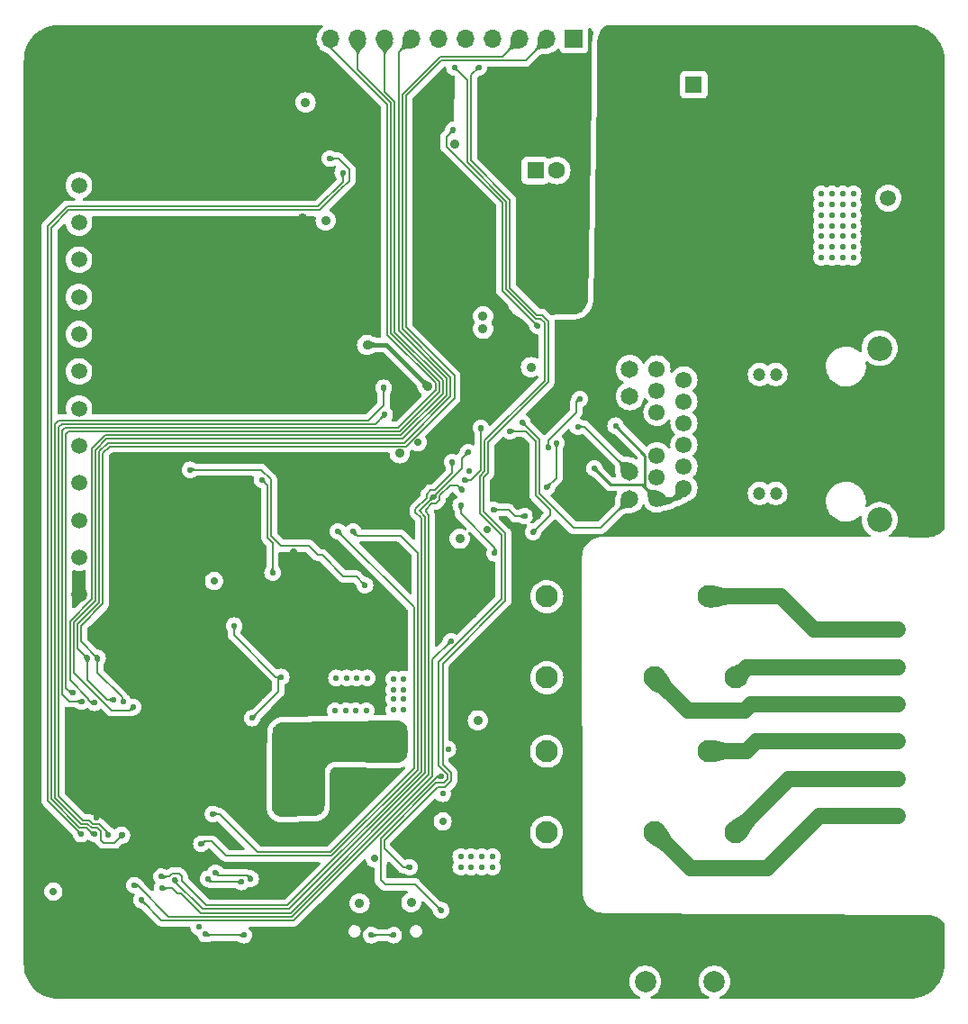
<source format=gbl>
G04 #@! TF.GenerationSoftware,KiCad,Pcbnew,7.0.8*
G04 #@! TF.CreationDate,2024-01-02T14:17:18+01:00*
G04 #@! TF.ProjectId,ESP32-POE-Wiegand-Relay-REV-B,45535033-322d-4504-9f45-2d5769656761,rev?*
G04 #@! TF.SameCoordinates,Original*
G04 #@! TF.FileFunction,Copper,L4,Bot*
G04 #@! TF.FilePolarity,Positive*
%FSLAX46Y46*%
G04 Gerber Fmt 4.6, Leading zero omitted, Abs format (unit mm)*
G04 Created by KiCad (PCBNEW 7.0.8) date 2024-01-02 14:17:18*
%MOMM*%
%LPD*%
G01*
G04 APERTURE LIST*
G04 #@! TA.AperFunction,ComponentPad*
%ADD10C,1.500000*%
G04 #@! TD*
G04 #@! TA.AperFunction,ComponentPad*
%ADD11R,1.600000X1.600000*%
G04 #@! TD*
G04 #@! TA.AperFunction,ComponentPad*
%ADD12C,1.600000*%
G04 #@! TD*
G04 #@! TA.AperFunction,ComponentPad*
%ADD13C,6.400000*%
G04 #@! TD*
G04 #@! TA.AperFunction,ComponentPad*
%ADD14R,1.700000X1.700000*%
G04 #@! TD*
G04 #@! TA.AperFunction,ComponentPad*
%ADD15O,1.700000X1.700000*%
G04 #@! TD*
G04 #@! TA.AperFunction,ComponentPad*
%ADD16O,1.000000X2.100000*%
G04 #@! TD*
G04 #@! TA.AperFunction,ComponentPad*
%ADD17O,1.000000X1.800000*%
G04 #@! TD*
G04 #@! TA.AperFunction,ComponentPad*
%ADD18C,1.550000*%
G04 #@! TD*
G04 #@! TA.AperFunction,ComponentPad*
%ADD19C,1.200000*%
G04 #@! TD*
G04 #@! TA.AperFunction,ComponentPad*
%ADD20C,1.650000*%
G04 #@! TD*
G04 #@! TA.AperFunction,ComponentPad*
%ADD21C,2.355000*%
G04 #@! TD*
G04 #@! TA.AperFunction,ComponentPad*
%ADD22C,2.100000*%
G04 #@! TD*
G04 #@! TA.AperFunction,ComponentPad*
%ADD23C,2.000000*%
G04 #@! TD*
G04 #@! TA.AperFunction,ViaPad*
%ADD24C,0.550000*%
G04 #@! TD*
G04 #@! TA.AperFunction,ViaPad*
%ADD25C,0.900000*%
G04 #@! TD*
G04 #@! TA.AperFunction,ViaPad*
%ADD26C,0.700000*%
G04 #@! TD*
G04 #@! TA.AperFunction,Conductor*
%ADD27C,0.150000*%
G04 #@! TD*
G04 #@! TA.AperFunction,Conductor*
%ADD28C,0.400000*%
G04 #@! TD*
G04 #@! TA.AperFunction,Conductor*
%ADD29C,0.250000*%
G04 #@! TD*
G04 #@! TA.AperFunction,Conductor*
%ADD30C,1.500000*%
G04 #@! TD*
G04 APERTURE END LIST*
D10*
X260000000Y-40500000D03*
X260000000Y-37000000D03*
D11*
X241702651Y-26350000D03*
D12*
X238202651Y-26350000D03*
D13*
X182000000Y-109000000D03*
X262000000Y-109000000D03*
D14*
X230450000Y-22050000D03*
D15*
X227910000Y-22050000D03*
X225370000Y-22050000D03*
X222830000Y-22050000D03*
X220290000Y-22050000D03*
X217750000Y-22050000D03*
X215210000Y-22050000D03*
X212670000Y-22050000D03*
X210130000Y-22050000D03*
X207590000Y-22050000D03*
D10*
X183900000Y-35800000D03*
X183900000Y-39300000D03*
X183900000Y-42800000D03*
X183900000Y-46300000D03*
X183900000Y-49800000D03*
X183900000Y-53300000D03*
X183900000Y-56800000D03*
X183900000Y-60300000D03*
X183900000Y-63800000D03*
X183900000Y-67300000D03*
X183900000Y-70800000D03*
X183900000Y-74300000D03*
X260900000Y-95100000D03*
X260900000Y-91600000D03*
X260900000Y-88100000D03*
X260900000Y-84600000D03*
X260900000Y-81100000D03*
X260900000Y-77600000D03*
D16*
X208380000Y-105410000D03*
D17*
X208380000Y-109610000D03*
D16*
X217020000Y-105410000D03*
D17*
X217020000Y-109610000D03*
D18*
X240780000Y-54080000D03*
X240780000Y-56120000D03*
X240780000Y-58160000D03*
X240780000Y-60200000D03*
X240780000Y-62240000D03*
X240780000Y-64280000D03*
X238240000Y-53060000D03*
X238240000Y-55100000D03*
X238240000Y-57140000D03*
X238240000Y-61220000D03*
X238240000Y-63260000D03*
X238240000Y-65300000D03*
D19*
X247890000Y-53590000D03*
X247890000Y-64770000D03*
X249420000Y-53590000D03*
X249420000Y-64770000D03*
D20*
X235700000Y-53085000D03*
X235700000Y-55625000D03*
X235700000Y-62735000D03*
X235700000Y-65275000D03*
D21*
X259190000Y-51115000D03*
X259190000Y-67245000D03*
D11*
X226827621Y-34400000D03*
D12*
X228827621Y-34400000D03*
D22*
X227860000Y-96620000D03*
X238020000Y-96620000D03*
X245640000Y-96620000D03*
X243100000Y-89000000D03*
X227860000Y-89000000D03*
X227900000Y-82085000D03*
X238060000Y-82085000D03*
X245680000Y-82085000D03*
X243140000Y-74465000D03*
X227900000Y-74465000D03*
D13*
X262000000Y-24000000D03*
X182000000Y-24000000D03*
D23*
X243650000Y-110650000D03*
X237150000Y-110650000D03*
X243650000Y-106150000D03*
X237150000Y-106150000D03*
D24*
X226400000Y-45400000D03*
X227200000Y-45400000D03*
X228000000Y-45400000D03*
X228800000Y-45400000D03*
X214000000Y-69900000D03*
D25*
X264300000Y-66300000D03*
X261600000Y-66300000D03*
X264300000Y-52100000D03*
X261700000Y-52100000D03*
D24*
X219100000Y-48900000D03*
X219100000Y-49900000D03*
X222000000Y-43000000D03*
X209500000Y-80400000D03*
X203600000Y-84100000D03*
X192600000Y-93300000D03*
D26*
X217300000Y-62700000D03*
D24*
X190600000Y-91300000D03*
X185400000Y-88200000D03*
X190600000Y-89200000D03*
X204300000Y-100100000D03*
X222000000Y-44800000D03*
X192600000Y-89200000D03*
X204500000Y-85000000D03*
D25*
X220177314Y-92643950D03*
D26*
X232500000Y-51300000D03*
D24*
X221100000Y-43900000D03*
X187500000Y-89200000D03*
X203100000Y-97300000D03*
X189500000Y-89200000D03*
X191600000Y-90300000D03*
X190600000Y-90300000D03*
X184400000Y-89200000D03*
X183400000Y-92300000D03*
X190600000Y-92300000D03*
X213100000Y-76400000D03*
X205100000Y-100100000D03*
X192600000Y-90300000D03*
X233100000Y-26300000D03*
X218600000Y-94400000D03*
X233100000Y-29300000D03*
X189500000Y-88200000D03*
X222000000Y-43900000D03*
X191600000Y-88200000D03*
X211300000Y-79500000D03*
D26*
X193080000Y-109110000D03*
D24*
X203400000Y-100100000D03*
D25*
X219200000Y-31900000D03*
D24*
X191600000Y-87200000D03*
X235100000Y-26300000D03*
X235100000Y-27300000D03*
X191600000Y-89200000D03*
D25*
X226900000Y-66800000D03*
D24*
X211300000Y-80400000D03*
D26*
X228400000Y-57400000D03*
D24*
X186500000Y-88200000D03*
X190600000Y-87200000D03*
X183400000Y-90300000D03*
X185400000Y-89200000D03*
X212200000Y-77300000D03*
X185400000Y-90300000D03*
X184400000Y-92300000D03*
X222000000Y-42100000D03*
X205700000Y-97300000D03*
X221100000Y-46600000D03*
D25*
X212000000Y-74900000D03*
D24*
X203600000Y-83200000D03*
X209500000Y-79500000D03*
X234100000Y-27300000D03*
D26*
X208900000Y-57000000D03*
D24*
X204300000Y-101000000D03*
X222000000Y-46600000D03*
X190600000Y-94300000D03*
X190600000Y-95300000D03*
X185500000Y-95300000D03*
X192600000Y-95300000D03*
X183400000Y-91300000D03*
X186500000Y-94300000D03*
X233100000Y-27300000D03*
X233100000Y-31300000D03*
D26*
X196800000Y-68100000D03*
D24*
X192600000Y-94300000D03*
X203400000Y-101000000D03*
X191600000Y-93300000D03*
X188500000Y-89200000D03*
X208600000Y-79500000D03*
X235100000Y-31300000D03*
X233100000Y-28300000D03*
X221100000Y-42100000D03*
X233100000Y-30300000D03*
X190600000Y-93300000D03*
X186500000Y-95300000D03*
X192600000Y-92300000D03*
X188500000Y-87200000D03*
X183400000Y-89200000D03*
X221100000Y-43000000D03*
X184400000Y-91300000D03*
D26*
X204100000Y-70300000D03*
D24*
X235100000Y-30300000D03*
X192600000Y-87200000D03*
X189500000Y-95300000D03*
X234100000Y-30300000D03*
X234100000Y-26300000D03*
X208600000Y-80400000D03*
X189500000Y-87200000D03*
X235100000Y-28300000D03*
X184400000Y-88200000D03*
X188500000Y-95300000D03*
X221000000Y-76200000D03*
D25*
X220800000Y-54500000D03*
D24*
X234100000Y-31300000D03*
X188500000Y-94300000D03*
X187500000Y-94300000D03*
X184400000Y-87200000D03*
X185200000Y-103300000D03*
X212200000Y-76400000D03*
X222000000Y-45700000D03*
X210400000Y-78600000D03*
X207600000Y-80400000D03*
X183400000Y-93300000D03*
X203900000Y-97300000D03*
X202500000Y-100100000D03*
X184400000Y-93300000D03*
X191600000Y-91300000D03*
X185400000Y-94300000D03*
X234100000Y-29300000D03*
X190600000Y-88200000D03*
X204500000Y-84100000D03*
X184400000Y-94300000D03*
X235100000Y-29300000D03*
X203600000Y-85000000D03*
X183400000Y-87200000D03*
X188500000Y-88200000D03*
X199800000Y-77624500D03*
D26*
X196500000Y-96100000D03*
X231583411Y-64833411D03*
D24*
X212300000Y-62700000D03*
X187500000Y-95300000D03*
X191600000Y-95300000D03*
X221100000Y-45700000D03*
X185400000Y-93300000D03*
X183400000Y-88200000D03*
D25*
X224400000Y-63000000D03*
D24*
X189500000Y-94300000D03*
X204800000Y-97300000D03*
X204800000Y-96400000D03*
X204500000Y-83200000D03*
X213100000Y-77300000D03*
D25*
X254650000Y-47600000D03*
D24*
X187500000Y-88200000D03*
X206700000Y-79500000D03*
X187500000Y-87200000D03*
X210400000Y-79500000D03*
X186500000Y-87200000D03*
X206700000Y-80400000D03*
X185400000Y-92300000D03*
X191600000Y-94300000D03*
X186500000Y-89200000D03*
X221100000Y-44800000D03*
X185400000Y-91300000D03*
D25*
X206900000Y-34600000D03*
D24*
X207600000Y-79500000D03*
X192600000Y-88200000D03*
X208600000Y-78600000D03*
D25*
X204900000Y-38900000D03*
D24*
X191600000Y-92300000D03*
X209500000Y-78600000D03*
D26*
X198700000Y-65200000D03*
D24*
X185400000Y-87200000D03*
X234100000Y-28300000D03*
X211300000Y-78600000D03*
X203900000Y-96400000D03*
X192600000Y-91300000D03*
X184400000Y-90300000D03*
X210400000Y-80400000D03*
X209900000Y-85200000D03*
X210000000Y-82100000D03*
D25*
X211000000Y-50800000D03*
D24*
X213500000Y-82200000D03*
X214400000Y-85100000D03*
D25*
X216700000Y-54700000D03*
D24*
X208100000Y-82100000D03*
X211000000Y-82100000D03*
X214400000Y-83200000D03*
X213500000Y-83200000D03*
D26*
X181500000Y-102200000D03*
X218100000Y-95600000D03*
D24*
X209000000Y-85200000D03*
X218100000Y-93000000D03*
X213500000Y-84100000D03*
X208000000Y-85200000D03*
D25*
X207100000Y-39100000D03*
D24*
X210900000Y-85200000D03*
X214400000Y-82200000D03*
X214400000Y-84100000D03*
X209100000Y-82100000D03*
D26*
X196600000Y-73000000D03*
D24*
X213500000Y-85100000D03*
D25*
X205200000Y-28000000D03*
D24*
X195800000Y-106200000D03*
X199400000Y-106300000D03*
X186650000Y-96897500D03*
X212650000Y-57370000D03*
X212550000Y-54830000D03*
X187950000Y-96897500D03*
X184100000Y-96800000D03*
X208700000Y-34600000D03*
X207500000Y-33300000D03*
X185350000Y-96797500D03*
X196500000Y-94900000D03*
X208265353Y-68335353D03*
X202924500Y-82010000D03*
X198500500Y-77200000D03*
X200170000Y-85900000D03*
X195400000Y-97700000D03*
X209690000Y-68340000D03*
X185650000Y-80250000D03*
X188100000Y-84374500D03*
X184696601Y-80249500D03*
X187150000Y-84150000D03*
X221500000Y-24700000D03*
X215000000Y-99900000D03*
X228000000Y-60500000D03*
X231000000Y-55875500D03*
X228800000Y-43600000D03*
X226400000Y-44500000D03*
X230800000Y-40500000D03*
X227200000Y-44500000D03*
X227200000Y-43600000D03*
X226400000Y-43600000D03*
X228700000Y-39500000D03*
X228800000Y-44500000D03*
X228000000Y-43600000D03*
X228000000Y-44500000D03*
X230800000Y-37900000D03*
X228700000Y-38500000D03*
X196026192Y-100975500D03*
X199200000Y-101300000D03*
X227000000Y-49000000D03*
X219100000Y-30600000D03*
X217950000Y-103950000D03*
X219200000Y-24700000D03*
X228800000Y-60000000D03*
X227900000Y-64200000D03*
X234350000Y-58400000D03*
X232350000Y-62400000D03*
X255700000Y-36600000D03*
X253700000Y-42600000D03*
X253700000Y-41600000D03*
X253700000Y-38600000D03*
X254700000Y-40600000D03*
X255700000Y-38600000D03*
X255700000Y-39600000D03*
X256700000Y-38600000D03*
X255700000Y-42600000D03*
X253700000Y-40600000D03*
X221800000Y-99900000D03*
X255700000Y-41600000D03*
X254700000Y-42600000D03*
X254700000Y-38600000D03*
X254700000Y-39600000D03*
X253700000Y-37600000D03*
X219800000Y-99900000D03*
X256700000Y-41600000D03*
X253700000Y-39600000D03*
X254700000Y-36600000D03*
X222800000Y-98900000D03*
X256700000Y-37600000D03*
X254700000Y-41600000D03*
X255700000Y-37600000D03*
X256700000Y-42600000D03*
D25*
X221400000Y-86100000D03*
D24*
X253700000Y-36600000D03*
X221800000Y-98900000D03*
X219800000Y-98900000D03*
X220800000Y-98900000D03*
X255700000Y-40600000D03*
X222800000Y-99900000D03*
X254700000Y-37600000D03*
X256700000Y-39600000D03*
X256700000Y-36600000D03*
X256700000Y-40600000D03*
X220800000Y-99900000D03*
X189000000Y-84850000D03*
D25*
X221900000Y-48100000D03*
X221900000Y-49300000D03*
D24*
X218880000Y-78650000D03*
X189120000Y-101590000D03*
X218000000Y-91400000D03*
X189756444Y-103003556D03*
X192940000Y-101124500D03*
X220490000Y-60874500D03*
X217200000Y-65100000D03*
X219000000Y-61800000D03*
X191670000Y-100800000D03*
X223000000Y-70400000D03*
X219800000Y-65900000D03*
X191700000Y-101900000D03*
X219900000Y-64400000D03*
X196750000Y-100426000D03*
X200050000Y-101000000D03*
X202100000Y-72200000D03*
X201100000Y-63475500D03*
X224424500Y-58900000D03*
X226600000Y-68400000D03*
X230800000Y-58490000D03*
X225600000Y-58100000D03*
X210800000Y-73400000D03*
X194350000Y-62550000D03*
X220131844Y-63525500D03*
X221700000Y-58600000D03*
X185350000Y-84450000D03*
X184150000Y-84350000D03*
X183341797Y-83518203D03*
D25*
X214057610Y-60994500D03*
D26*
X222300000Y-68200000D03*
X215785020Y-59985020D03*
D24*
X220600994Y-62674500D03*
D25*
X226400000Y-52900000D03*
X219700000Y-69024500D03*
X215154500Y-103200000D03*
D24*
X195150000Y-105524500D03*
D26*
X211701470Y-99101470D03*
D25*
X210280000Y-103300000D03*
D24*
X211400000Y-106300000D03*
X213500000Y-106300000D03*
X225800000Y-66900000D03*
X222897364Y-66315806D03*
X208200000Y-86700000D03*
X210900000Y-89500000D03*
X204900000Y-92600000D03*
X205800000Y-92600000D03*
X205800000Y-93600000D03*
X204000000Y-94500000D03*
X203100000Y-93600000D03*
X210900000Y-86700000D03*
X210000000Y-86700000D03*
X204000000Y-92600000D03*
X210000000Y-89500000D03*
X212500000Y-86700000D03*
X213500000Y-87600000D03*
X204900000Y-93600000D03*
X204000000Y-93600000D03*
X209100000Y-89500000D03*
X208200000Y-89500000D03*
X218600000Y-88800000D03*
X203100000Y-94500000D03*
X203100000Y-92600000D03*
X205800000Y-94500000D03*
X213500000Y-88600000D03*
X209100000Y-86700000D03*
X204900000Y-94500000D03*
X213500000Y-86700000D03*
D27*
X183000000Y-84300000D02*
X184150000Y-84300000D01*
X182350000Y-83650000D02*
X183000000Y-84300000D01*
X182350000Y-58844974D02*
X182350000Y-83650000D01*
X182594974Y-58600000D02*
X182350000Y-58844974D01*
X213900000Y-58600000D02*
X182594974Y-58600000D01*
X212900000Y-49874695D02*
X217425000Y-54399695D01*
X207590000Y-22895344D02*
X212900000Y-28205344D01*
X217425000Y-55075000D02*
X213900000Y-58600000D01*
X207590000Y-22050000D02*
X207590000Y-22895344D01*
X212900000Y-28205344D02*
X212900000Y-49874695D01*
X217425000Y-54399695D02*
X217425000Y-55075000D01*
D28*
X216700000Y-54667500D02*
X216700000Y-54700000D01*
X211000000Y-50800000D02*
X212832500Y-50800000D01*
X212832500Y-50800000D02*
X216700000Y-54667500D01*
X216732500Y-54700000D02*
X216700000Y-54700000D01*
X216800000Y-54767500D02*
X216732500Y-54700000D01*
D27*
X195900000Y-106300000D02*
X199400000Y-106300000D01*
X195800000Y-106200000D02*
X195900000Y-106300000D01*
X182000000Y-58550000D02*
X182000000Y-93215078D01*
X185753858Y-95822500D02*
X186650000Y-96718642D01*
X184864948Y-95475000D02*
X185212448Y-95822500D01*
X211770000Y-58250000D02*
X182300000Y-58250000D01*
X212650000Y-57370000D02*
X211770000Y-58250000D01*
X184259922Y-95475000D02*
X184864948Y-95475000D01*
X186650000Y-96718642D02*
X186650000Y-96897500D01*
X182300000Y-58250000D02*
X182000000Y-58550000D01*
X182000000Y-93215078D02*
X184259922Y-95475000D01*
X185212448Y-95822500D02*
X185753858Y-95822500D01*
X181650000Y-58250000D02*
X181650000Y-93360052D01*
X212550000Y-54830000D02*
X212550000Y-56450000D01*
X212550000Y-56450000D02*
X211100000Y-57900000D01*
X181650000Y-93360052D02*
X184114948Y-95825000D01*
X182000000Y-57900000D02*
X181650000Y-58250000D01*
X185975000Y-97375000D02*
X186200000Y-97600000D01*
X186200000Y-97600000D02*
X187247500Y-97600000D01*
X185091116Y-96172500D02*
X185608884Y-96172500D01*
X184719974Y-95825000D02*
X185079295Y-96184321D01*
X185608884Y-96172500D02*
X185975000Y-96538616D01*
X185079295Y-96184321D02*
X185091116Y-96172500D01*
X211100000Y-57900000D02*
X182000000Y-57900000D01*
X187950000Y-96897500D02*
X187752500Y-96700000D01*
X187247500Y-97600000D02*
X187950000Y-96897500D01*
X185975000Y-96538616D02*
X185975000Y-97375000D01*
X184114948Y-95825000D02*
X184719974Y-95825000D01*
X208700000Y-35505026D02*
X208700000Y-34600000D01*
X206405026Y-37800000D02*
X208700000Y-35505026D01*
X180950000Y-93650000D02*
X180950000Y-39655026D01*
X182805026Y-37800000D02*
X206405026Y-37800000D01*
X180950000Y-39655026D02*
X182805026Y-37800000D01*
X184100000Y-96800000D02*
X180950000Y-93650000D01*
X209325000Y-34341116D02*
X208283884Y-33300000D01*
X185197500Y-96797500D02*
X184575000Y-96175000D01*
X209325000Y-35375000D02*
X209325000Y-34341116D01*
X181300000Y-93505026D02*
X181300000Y-39800000D01*
X208283884Y-33300000D02*
X207500000Y-33300000D01*
X183969974Y-96175000D02*
X181300000Y-93505026D01*
X206555026Y-38150000D02*
X208505026Y-36200000D01*
X181300000Y-39800000D02*
X182950000Y-38150000D01*
X184575000Y-96175000D02*
X183969974Y-96175000D01*
X208500000Y-36200000D02*
X209325000Y-35375000D01*
X185350000Y-96797500D02*
X185197500Y-96797500D01*
X182950000Y-38150000D02*
X206555026Y-38150000D01*
X200705987Y-98505987D02*
X207514118Y-98505987D01*
X215400000Y-75470000D02*
X208265353Y-68335353D01*
X207514118Y-98505987D02*
X215400000Y-90620105D01*
X196500000Y-94900000D02*
X197100000Y-94900000D01*
X197100000Y-94900000D02*
X200705987Y-98505987D01*
X215400000Y-90620105D02*
X215400000Y-75470000D01*
X198500500Y-77200000D02*
X198500500Y-78100500D01*
X202634500Y-83425500D02*
X202634500Y-82300000D01*
X201560000Y-84500000D02*
X202634500Y-83425500D01*
X200170000Y-85900000D02*
X201560000Y-84510000D01*
X198500500Y-78100500D02*
X202410000Y-82010000D01*
X202634500Y-82300000D02*
X202924500Y-82010000D01*
X201560000Y-84510000D02*
X201560000Y-84500000D01*
X202410000Y-82010000D02*
X202924500Y-82010000D01*
X210070000Y-68720000D02*
X209690000Y-68340000D01*
X196405026Y-97500000D02*
X197761013Y-98855987D01*
X197761013Y-98855987D02*
X207659092Y-98855987D01*
X195400000Y-97700000D02*
X195600000Y-97500000D01*
X215750000Y-90765079D02*
X215750000Y-70340000D01*
X214130000Y-68720000D02*
X210070000Y-68720000D01*
X195600000Y-97500000D02*
X196405026Y-97500000D01*
X215750000Y-70340000D02*
X214130000Y-68720000D01*
X207659092Y-98855987D02*
X215750000Y-90765079D01*
X219200000Y-53699822D02*
X219200000Y-55800000D01*
X185650000Y-81650000D02*
X185650000Y-80250000D01*
X214650000Y-60350000D02*
X186777822Y-60350000D01*
X186150000Y-75150000D02*
X184100000Y-77200000D01*
X184100000Y-77200000D02*
X184100000Y-78700000D01*
X187950000Y-83950000D02*
X185650000Y-81650000D01*
X217994974Y-24050000D02*
X214650000Y-27394974D01*
X186777822Y-60350000D02*
X186150000Y-60977822D01*
X184100000Y-78700000D02*
X185650000Y-80250000D01*
X186150000Y-60977822D02*
X186150000Y-75150000D01*
X214650000Y-27394974D02*
X214650000Y-49149825D01*
X219200000Y-55800000D02*
X214650000Y-60350000D01*
X225910000Y-24050000D02*
X217994974Y-24050000D01*
X214650000Y-49149825D02*
X219200000Y-53699822D01*
X187950000Y-84150000D02*
X187950000Y-83950000D01*
X227910000Y-22050000D02*
X225910000Y-24050000D01*
X183750000Y-77055026D02*
X183750000Y-79302899D01*
X186632848Y-60000000D02*
X185800000Y-60832848D01*
X225370000Y-22050000D02*
X223720000Y-23700000D01*
X223720000Y-23700000D02*
X217850000Y-23700000D01*
X185800000Y-75005026D02*
X183750000Y-77055026D01*
X214500000Y-60000000D02*
X186632848Y-60000000D01*
X217850000Y-23700000D02*
X214300000Y-27250000D01*
X185800000Y-60832848D02*
X185800000Y-75005026D01*
X187150000Y-84150000D02*
X186550000Y-84150000D01*
X183750000Y-79302899D02*
X184696601Y-80249500D01*
X218825000Y-53819796D02*
X218825000Y-55675000D01*
X214300000Y-27250000D02*
X214300000Y-49294799D01*
X186550000Y-84150000D02*
X184696601Y-82296601D01*
X214300000Y-49294799D02*
X218825000Y-53819796D01*
X218825000Y-55675000D02*
X214500000Y-60000000D01*
X184696601Y-82296601D02*
X184696601Y-80249500D01*
X221950000Y-63294543D02*
X221950000Y-66471142D01*
X218900000Y-91027207D02*
X218900000Y-91772793D01*
X221950000Y-66471142D02*
X223975000Y-68496141D01*
X228025000Y-54319975D02*
X222400000Y-59944974D01*
X218100000Y-80744974D02*
X218100000Y-90227208D01*
X222400000Y-62844543D02*
X221950000Y-63294543D01*
X224425000Y-45435052D02*
X226964948Y-47975000D01*
X218307845Y-92364948D02*
X217614948Y-92364948D01*
X220750000Y-25450000D02*
X220750000Y-33485052D01*
X212601470Y-97378426D02*
X212601470Y-98106496D01*
X212601470Y-98106496D02*
X214394974Y-99900000D01*
X217614948Y-92364948D02*
X212601470Y-97378426D01*
X221500000Y-24700000D02*
X220750000Y-25450000D01*
X222400000Y-59944974D02*
X222400000Y-62844543D01*
X218900000Y-91772793D02*
X218307845Y-92364948D01*
X226964948Y-47975000D02*
X227424569Y-47975000D01*
X228025000Y-48575431D02*
X228025000Y-54319975D01*
X223975000Y-74869974D02*
X218100000Y-80744974D01*
X223975000Y-68496141D02*
X223975000Y-74869974D01*
X220750000Y-33485052D02*
X224425000Y-37160052D01*
X218100000Y-90227208D02*
X218900000Y-91027207D01*
X227424569Y-47975000D02*
X228025000Y-48575431D01*
X224425000Y-37160052D02*
X224425000Y-45435052D01*
X214394974Y-99900000D02*
X215000000Y-99900000D01*
X230675000Y-56200500D02*
X230675000Y-57125000D01*
X228000000Y-59800000D02*
X228000000Y-60500000D01*
X231000000Y-55875500D02*
X230675000Y-56200500D01*
X230675000Y-57125000D02*
X228000000Y-59800000D01*
X196026192Y-100975500D02*
X196350692Y-101300000D01*
X196350692Y-101300000D02*
X199200000Y-101300000D01*
X223725000Y-37450000D02*
X223725000Y-45725000D01*
X218475000Y-31225000D02*
X218475000Y-32200000D01*
X218475000Y-32200000D02*
X223725000Y-37450000D01*
X219100000Y-30600000D02*
X218475000Y-31225000D01*
X223725000Y-45725000D02*
X227000000Y-49000000D01*
X220400000Y-33630026D02*
X224075000Y-37305026D01*
X212675000Y-101525000D02*
X215525000Y-101525000D01*
X224075000Y-37305026D02*
X224075000Y-45580026D01*
X212251470Y-98767586D02*
X212326470Y-98842586D01*
X217492461Y-91992461D02*
X212251470Y-97233452D01*
X218185357Y-91992461D02*
X217492461Y-91992461D01*
X218550000Y-91172182D02*
X218550000Y-91627818D01*
X212326470Y-99360354D02*
X212251470Y-99435354D01*
X215525000Y-101525000D02*
X217950000Y-103950000D01*
X219200000Y-24700000D02*
X220400000Y-25900000D01*
X223625000Y-74725000D02*
X217750000Y-80600000D01*
X212251470Y-101101470D02*
X212675000Y-101525000D01*
X227675000Y-54175000D02*
X222050000Y-59800000D01*
X221600000Y-66616116D02*
X223625000Y-68641116D01*
X217750000Y-80600000D02*
X217750000Y-90372182D01*
X224075000Y-45580026D02*
X226819974Y-48325000D01*
X222050000Y-62699569D02*
X221600000Y-63149569D01*
X212251470Y-99435354D02*
X212251470Y-101101470D01*
X218550000Y-91627818D02*
X218185357Y-91992461D01*
X223625000Y-68641116D02*
X223625000Y-74725000D01*
X227279595Y-48325000D02*
X227675000Y-48720405D01*
X226819974Y-48325000D02*
X227279595Y-48325000D01*
X227675000Y-48720405D02*
X227675000Y-54175000D01*
X212251470Y-97233452D02*
X212251470Y-98767586D01*
X220400000Y-25900000D02*
X220400000Y-33630026D01*
X212326470Y-98842586D02*
X212326470Y-99360354D01*
X222050000Y-59800000D02*
X222050000Y-62699569D01*
X221600000Y-63149569D02*
X221600000Y-66616116D01*
X217750000Y-90372182D02*
X218550000Y-91172182D01*
D29*
X233850000Y-63900000D02*
X236840000Y-63900000D01*
D28*
X239760000Y-65300000D02*
X240780000Y-64280000D01*
D29*
X237140000Y-64200000D02*
X238240000Y-65300000D01*
X234350000Y-58400000D02*
X237140000Y-61190000D01*
D27*
X228800000Y-63300000D02*
X228800000Y-60000000D01*
X227900000Y-64200000D02*
X228800000Y-63300000D01*
D28*
X238240000Y-65300000D02*
X239760000Y-65300000D01*
D29*
X232350000Y-62400000D02*
X233850000Y-63900000D01*
X237140000Y-61190000D02*
X237140000Y-64200000D01*
X236840000Y-63900000D02*
X237140000Y-64200000D01*
D27*
X185450000Y-74860052D02*
X185450000Y-60687874D01*
X218475000Y-55525000D02*
X218475000Y-53964771D01*
X189000000Y-84850000D02*
X188700000Y-85150000D01*
X218475000Y-53964771D02*
X213950000Y-49439773D01*
X188700000Y-85150000D02*
X186933884Y-85150000D01*
X186933884Y-85150000D02*
X183400000Y-81616116D01*
X186487874Y-59650000D02*
X214350000Y-59650000D01*
X185450000Y-60687874D02*
X186487874Y-59650000D01*
X214350000Y-59650000D02*
X218475000Y-55525000D01*
X183400000Y-76910052D02*
X185450000Y-74860052D01*
X213950000Y-23310000D02*
X215210000Y-22050000D01*
X183400000Y-81616116D02*
X183400000Y-76910052D01*
X213950000Y-49439773D02*
X213950000Y-23310000D01*
X203944976Y-104550000D02*
X192350000Y-104550000D01*
X189390000Y-101590000D02*
X189120000Y-101590000D01*
X217150000Y-91344974D02*
X203944976Y-104550000D01*
X217150000Y-80380000D02*
X217150000Y-91344974D01*
X192350000Y-104550000D02*
X189390000Y-101590000D01*
X218880000Y-78650000D02*
X217150000Y-80380000D01*
X204089948Y-104900000D02*
X191652888Y-104900000D01*
X191652888Y-104900000D02*
X189756444Y-103003556D01*
X218000000Y-91400000D02*
X217589948Y-91400000D01*
X217589948Y-91400000D02*
X204089948Y-104900000D01*
X215900000Y-66400000D02*
X217200000Y-65100000D01*
X220490000Y-60874500D02*
X219925994Y-61438506D01*
X216450000Y-66950000D02*
X215900000Y-66400000D01*
X203655026Y-103850000D02*
X216450000Y-91055026D01*
X192940000Y-101124500D02*
X192940000Y-101284390D01*
X195505610Y-103850000D02*
X203655026Y-103850000D01*
X219925994Y-62374006D02*
X217475000Y-64825000D01*
X217475000Y-64825000D02*
X217475000Y-65075000D01*
X219925994Y-61438506D02*
X219925994Y-62374006D01*
X217450000Y-65100000D02*
X217200000Y-65100000D01*
X192940000Y-101284390D02*
X195505610Y-103850000D01*
X216450000Y-91055026D02*
X216450000Y-66950000D01*
X217475000Y-65075000D02*
X217450000Y-65100000D01*
X216575000Y-65230026D02*
X216575000Y-64841116D01*
X216100000Y-67094974D02*
X215550000Y-66544974D01*
X203510053Y-103500000D02*
X216100000Y-90910052D01*
X216100000Y-90910052D02*
X216100000Y-67094974D01*
X219000000Y-62805026D02*
X219000000Y-61800000D01*
X216575000Y-64841116D02*
X216941116Y-64475000D01*
X216941116Y-64475000D02*
X217330026Y-64475000D01*
X215550000Y-66544974D02*
X215550000Y-66255026D01*
X215550000Y-66255026D02*
X216575000Y-65230026D01*
X217330026Y-64475000D02*
X219000000Y-62805026D01*
X192681116Y-100499500D02*
X193299500Y-100499500D01*
X193565000Y-100765000D02*
X193565000Y-101165000D01*
X191670000Y-100800000D02*
X192380616Y-100800000D01*
X193299500Y-100499500D02*
X193565000Y-100765000D01*
X195900000Y-103500000D02*
X203510053Y-103500000D01*
X192380616Y-100800000D02*
X192681116Y-100499500D01*
X193565000Y-101165000D02*
X195900000Y-103500000D01*
X219800000Y-65900000D02*
X219800000Y-66674500D01*
X219800000Y-66674500D02*
X223000000Y-69874500D01*
X223000000Y-69874500D02*
X223000000Y-70400000D01*
X217825000Y-64969974D02*
X218794974Y-64000000D01*
X193508184Y-102347548D02*
X195360636Y-104200000D01*
X218794974Y-64000000D02*
X219500000Y-64000000D01*
X217458884Y-65725000D02*
X217825000Y-65358884D01*
X217069974Y-65725000D02*
X217458884Y-65725000D01*
X191700000Y-101900000D02*
X192671726Y-101900000D01*
X216500000Y-66294974D02*
X217069974Y-65725000D01*
X216800000Y-91200000D02*
X216800000Y-66805025D01*
X217825000Y-65358884D02*
X217825000Y-64969974D01*
X216800000Y-66805025D02*
X216500000Y-66505026D01*
X203800001Y-104200000D02*
X216800000Y-91200000D01*
X192671726Y-101900000D02*
X193119274Y-102347548D01*
X195360636Y-104200000D02*
X203800001Y-104200000D01*
X193119274Y-102347548D02*
X193508184Y-102347548D01*
X219500000Y-64000000D02*
X219900000Y-64400000D01*
X216500000Y-66505026D02*
X216500000Y-66294974D01*
X199750500Y-100700500D02*
X199484384Y-100700500D01*
X197024500Y-100700500D02*
X196750000Y-100426000D01*
X200050000Y-101000000D02*
X199750500Y-100700500D01*
X198915616Y-100700500D02*
X197024500Y-100700500D01*
X198941116Y-100675000D02*
X198915616Y-100700500D01*
X199484384Y-100700500D02*
X199458884Y-100675000D01*
X199458884Y-100675000D02*
X198941116Y-100675000D01*
X202100000Y-69400000D02*
X202100000Y-72200000D01*
X201600000Y-68900000D02*
X202100000Y-69400000D01*
X201100000Y-63475500D02*
X201600000Y-63975500D01*
X201600000Y-63975500D02*
X201600000Y-68900000D01*
X225902513Y-58897487D02*
X225900000Y-58900000D01*
X226850000Y-64944974D02*
X226850000Y-59844974D01*
X228202513Y-66297487D02*
X226850000Y-64944974D01*
X228202513Y-66797487D02*
X228202513Y-66297487D01*
X226850000Y-59844974D02*
X225902513Y-58897487D01*
X225900000Y-58900000D02*
X224424500Y-58900000D01*
X226600000Y-68400000D02*
X228202513Y-66797487D01*
X230800000Y-58490000D02*
X231455000Y-58490000D01*
X231455000Y-58490000D02*
X235700000Y-62735000D01*
X227200000Y-64800000D02*
X230400000Y-68000000D01*
X232975000Y-68000000D02*
X235700000Y-65275000D01*
X227200000Y-59700000D02*
X227200000Y-64800000D01*
X225600000Y-58100000D02*
X227200000Y-59700000D01*
X230400000Y-68000000D02*
X232975000Y-68000000D01*
X201950000Y-68720000D02*
X201950000Y-63441616D01*
X210800000Y-73400000D02*
X209969974Y-72569974D01*
X202905000Y-69675000D02*
X201950000Y-68720000D01*
X206391469Y-70575353D02*
X205491116Y-69675000D01*
X201058384Y-62550000D02*
X194350000Y-62550000D01*
X209969974Y-72569974D02*
X208775000Y-72569974D01*
X208775000Y-72569974D02*
X206780379Y-70575353D01*
X201950000Y-63441616D02*
X201058384Y-62550000D01*
X205491116Y-69675000D02*
X202905000Y-69675000D01*
X206780379Y-70575353D02*
X206391469Y-70575353D01*
D30*
X260885000Y-81085000D02*
X260900000Y-81100000D01*
X245680000Y-82085000D02*
X246680000Y-81085000D01*
X246680000Y-81085000D02*
X260885000Y-81085000D01*
X260885000Y-77585000D02*
X260900000Y-77600000D01*
X249865000Y-74465000D02*
X252985000Y-77585000D01*
X243140000Y-74465000D02*
X249865000Y-74465000D01*
X252985000Y-77585000D02*
X260885000Y-77585000D01*
X238060000Y-82085000D02*
X241175000Y-85200000D01*
X241175000Y-85200000D02*
X246524798Y-85200000D01*
X246524798Y-85200000D02*
X247124798Y-84600000D01*
X247124798Y-84600000D02*
X260900000Y-84600000D01*
X260885000Y-91585000D02*
X260900000Y-91600000D01*
X245640000Y-96620000D02*
X250675000Y-91585000D01*
X250675000Y-91585000D02*
X260885000Y-91585000D01*
X243100000Y-89000000D02*
X246700000Y-89000000D01*
X247600000Y-88100000D02*
X260900000Y-88100000D01*
X246700000Y-89000000D02*
X247600000Y-88100000D01*
X241400000Y-100000000D02*
X248600000Y-100000000D01*
X238020000Y-96620000D02*
X241400000Y-100000000D01*
X248600000Y-100000000D02*
X253500000Y-95100000D01*
X253500000Y-95100000D02*
X260900000Y-95100000D01*
D27*
X221700000Y-62554595D02*
X220729095Y-63525500D01*
X221700000Y-58600000D02*
X221700000Y-62554595D01*
X220729095Y-63525500D02*
X220131844Y-63525500D01*
X212670000Y-26985396D02*
X212670000Y-22050000D01*
X218125000Y-55364948D02*
X218125000Y-54109746D01*
X185350000Y-84450000D02*
X185050000Y-84450000D01*
X184775000Y-84068228D02*
X183050000Y-82343228D01*
X218125000Y-54109746D02*
X213600000Y-49584747D01*
X185050000Y-84450000D02*
X184775000Y-84175000D01*
X186342900Y-59300000D02*
X214189948Y-59300000D01*
X184775000Y-84175000D02*
X184775000Y-84068228D01*
X214189948Y-59300000D02*
X218125000Y-55364948D01*
X185100000Y-60542900D02*
X186342900Y-59300000D01*
X183050000Y-76765078D02*
X185100000Y-74715078D01*
X213600000Y-49584747D02*
X213600000Y-27915396D01*
X185100000Y-74715078D02*
X185100000Y-60542900D01*
X213600000Y-27915396D02*
X212670000Y-26985396D01*
X183050000Y-82343228D02*
X183050000Y-76765078D01*
X182700000Y-59200000D02*
X182950000Y-58950000D01*
X183168203Y-83518203D02*
X182700000Y-83050000D01*
X217775000Y-54254721D02*
X213250000Y-49729721D01*
X183341797Y-83518203D02*
X183168203Y-83518203D01*
X182950000Y-58950000D02*
X214044974Y-58950000D01*
X217775000Y-55219974D02*
X217775000Y-54254721D01*
X210130000Y-24940370D02*
X210130000Y-22050000D01*
X182700000Y-83050000D02*
X182700000Y-59200000D01*
X213250000Y-49729721D02*
X213250000Y-28060370D01*
X213250000Y-28060370D02*
X210130000Y-24940370D01*
X214044974Y-58950000D02*
X217775000Y-55219974D01*
X213500000Y-106300000D02*
X211400000Y-106300000D01*
X224315806Y-66315806D02*
X224900000Y-66900000D01*
X222897364Y-66315806D02*
X224315806Y-66315806D01*
X224900000Y-66900000D02*
X225800000Y-66900000D01*
G04 #@! TA.AperFunction,Conductor*
G36*
X262001620Y-20720911D02*
G01*
X262125380Y-20727398D01*
X262339522Y-20738621D01*
X262345980Y-20739299D01*
X262678577Y-20791978D01*
X262684905Y-20793322D01*
X263010178Y-20880479D01*
X263016343Y-20882481D01*
X263330726Y-21003161D01*
X263336646Y-21005796D01*
X263636707Y-21158685D01*
X263642296Y-21161912D01*
X263924734Y-21345329D01*
X263929973Y-21349137D01*
X264191670Y-21561055D01*
X264196496Y-21565401D01*
X264434598Y-21803503D01*
X264438944Y-21808329D01*
X264650862Y-22070026D01*
X264654678Y-22075278D01*
X264838083Y-22357698D01*
X264841317Y-22363299D01*
X264917928Y-22513655D01*
X264994198Y-22663343D01*
X264996839Y-22669276D01*
X265117514Y-22983645D01*
X265119520Y-22989821D01*
X265206674Y-23315084D01*
X265208024Y-23321436D01*
X265260699Y-23654018D01*
X265261378Y-23660476D01*
X265279088Y-23998377D01*
X265279173Y-24001623D01*
X265279173Y-68040759D01*
X265259488Y-68107798D01*
X265254356Y-68115182D01*
X265194855Y-68194479D01*
X265183232Y-68207859D01*
X264993399Y-68397166D01*
X264979987Y-68408751D01*
X264765104Y-68569063D01*
X264750177Y-68578619D01*
X264514642Y-68706653D01*
X264498506Y-68713983D01*
X264247120Y-68807133D01*
X264230103Y-68812088D01*
X263968000Y-68868449D01*
X263950451Y-68870927D01*
X263676353Y-68889802D01*
X263671920Y-68889949D01*
X260171945Y-68880254D01*
X260104960Y-68860383D01*
X260059351Y-68807453D01*
X260049599Y-68738267D01*
X260078800Y-68674792D01*
X260102433Y-68653803D01*
X260239149Y-68560592D01*
X260412226Y-68400000D01*
X260423506Y-68389534D01*
X260423506Y-68389532D01*
X260423510Y-68389530D01*
X260580316Y-68192901D01*
X260706065Y-67975098D01*
X260797947Y-67740986D01*
X260853911Y-67495794D01*
X260859466Y-67421666D01*
X260872705Y-67245004D01*
X260872705Y-67244995D01*
X260853912Y-66994215D01*
X260853911Y-66994210D01*
X260853911Y-66994206D01*
X260797947Y-66749014D01*
X260706065Y-66514902D01*
X260580316Y-66297099D01*
X260423510Y-66100470D01*
X260423509Y-66100469D01*
X260423506Y-66100465D01*
X260239149Y-65929408D01*
X260196015Y-65900000D01*
X260031353Y-65787735D01*
X260031349Y-65787733D01*
X260031346Y-65787731D01*
X260031345Y-65787730D01*
X259804763Y-65678615D01*
X259804765Y-65678615D01*
X259564445Y-65604486D01*
X259564441Y-65604485D01*
X259564437Y-65604484D01*
X259438395Y-65585486D01*
X259315754Y-65567000D01*
X259315749Y-65567000D01*
X259064251Y-65567000D01*
X259064245Y-65567000D01*
X258909373Y-65590344D01*
X258815563Y-65604484D01*
X258815560Y-65604485D01*
X258815554Y-65604486D01*
X258575238Y-65678614D01*
X258348651Y-65787733D01*
X258348647Y-65787735D01*
X258140853Y-65929406D01*
X258068234Y-65996786D01*
X258005701Y-66027954D01*
X257936244Y-66020367D01*
X257881916Y-65976433D01*
X257859965Y-65910101D01*
X257861955Y-65883368D01*
X257889236Y-65735674D01*
X257899262Y-65461320D01*
X257869236Y-65188429D01*
X257809639Y-64960468D01*
X257799797Y-64922821D01*
X257798677Y-64920186D01*
X257692423Y-64670148D01*
X257549405Y-64435804D01*
X257525855Y-64407506D01*
X257373800Y-64224792D01*
X257373795Y-64224787D01*
X257373791Y-64224782D01*
X257320751Y-64177258D01*
X257169327Y-64041580D01*
X257169324Y-64041578D01*
X257169323Y-64041577D01*
X256940359Y-63890096D01*
X256691779Y-63773567D01*
X256544362Y-63729216D01*
X256428879Y-63694472D01*
X256295915Y-63674904D01*
X256157269Y-63654500D01*
X255951453Y-63654500D01*
X255951448Y-63654500D01*
X255746195Y-63669523D01*
X255746185Y-63669524D01*
X255478229Y-63729214D01*
X255478224Y-63729216D01*
X255221799Y-63827290D01*
X254982392Y-63961652D01*
X254982387Y-63961655D01*
X254765097Y-64129441D01*
X254765088Y-64129450D01*
X254574549Y-64327080D01*
X254574547Y-64327082D01*
X254414805Y-64550361D01*
X254414802Y-64550366D01*
X254289275Y-64794515D01*
X254289271Y-64794525D01*
X254200632Y-65054344D01*
X254200629Y-65054358D01*
X254150765Y-65324314D01*
X254150763Y-65324334D01*
X254140737Y-65598678D01*
X254170761Y-65871553D01*
X254170763Y-65871569D01*
X254240202Y-66137178D01*
X254344712Y-66383112D01*
X254347577Y-66389852D01*
X254485663Y-66616114D01*
X254490592Y-66624191D01*
X254490599Y-66624201D01*
X254666199Y-66835207D01*
X254666204Y-66835212D01*
X254666209Y-66835218D01*
X254674602Y-66842738D01*
X254870672Y-67018419D01*
X254870674Y-67018420D01*
X254870677Y-67018423D01*
X255099641Y-67169904D01*
X255348221Y-67286433D01*
X255611119Y-67365527D01*
X255882731Y-67405500D01*
X255882736Y-67405500D01*
X256088552Y-67405500D01*
X256140744Y-67401679D01*
X256293805Y-67390477D01*
X256561775Y-67330784D01*
X256818198Y-67232711D01*
X257057609Y-67098347D01*
X257274904Y-66930557D01*
X257277874Y-66927477D01*
X257304362Y-66900003D01*
X257314181Y-66889817D01*
X257374882Y-66855218D01*
X257444653Y-66858928D01*
X257501342Y-66899770D01*
X257526952Y-66964777D01*
X257526208Y-66989562D01*
X257526435Y-66989579D01*
X257507295Y-67244995D01*
X257507295Y-67245004D01*
X257526087Y-67495784D01*
X257526088Y-67495789D01*
X257582049Y-67740972D01*
X257582051Y-67740981D01*
X257582053Y-67740986D01*
X257673935Y-67975098D01*
X257799684Y-68192901D01*
X257913282Y-68335349D01*
X257956493Y-68389534D01*
X258064717Y-68489950D01*
X258140851Y-68560592D01*
X258269549Y-68648336D01*
X258313850Y-68702364D01*
X258321910Y-68771767D01*
X258291167Y-68834510D01*
X258231384Y-68870672D01*
X258199354Y-68874789D01*
X233207994Y-68805562D01*
X233207993Y-68805562D01*
X233207988Y-68805562D01*
X233207987Y-68805562D01*
X233207983Y-68805562D01*
X233114399Y-68812011D01*
X233046166Y-68796983D01*
X233026312Y-68777025D01*
X233016390Y-68792879D01*
X232953186Y-68822664D01*
X232942599Y-68823852D01*
X232922584Y-68825231D01*
X232922577Y-68825232D01*
X232642907Y-68885420D01*
X232642906Y-68885421D01*
X232374680Y-68984895D01*
X232374676Y-68984897D01*
X232123388Y-69121622D01*
X231894174Y-69292801D01*
X231691725Y-69494937D01*
X231691723Y-69494939D01*
X231520197Y-69723873D01*
X231520189Y-69723886D01*
X231383076Y-69974960D01*
X231383072Y-69974968D01*
X231283186Y-70243028D01*
X231283185Y-70243033D01*
X231222561Y-70522621D01*
X231209388Y-70709548D01*
X231202450Y-70807994D01*
X231202450Y-70808001D01*
X231202450Y-70808002D01*
X231240762Y-102213686D01*
X231240762Y-102213687D01*
X231261283Y-102497028D01*
X231321740Y-102774593D01*
X231321745Y-102774609D01*
X231420919Y-103040810D01*
X231420920Y-103040812D01*
X231420921Y-103040814D01*
X231507635Y-103200000D01*
X231556814Y-103290282D01*
X231556822Y-103290295D01*
X231628467Y-103386331D01*
X231726685Y-103517988D01*
X231726687Y-103517990D01*
X231726689Y-103517992D01*
X231927102Y-103719324D01*
X231927104Y-103719326D01*
X232074876Y-103830623D01*
X232154025Y-103890235D01*
X232402873Y-104027270D01*
X232402877Y-104027271D01*
X232402878Y-104027272D01*
X232668621Y-104127663D01*
X232668623Y-104127663D01*
X232668627Y-104127665D01*
X232945919Y-104189393D01*
X232945923Y-104189394D01*
X233193681Y-104208478D01*
X233229167Y-104211212D01*
X248116449Y-104297501D01*
X248296593Y-104298546D01*
X263689068Y-104387764D01*
X263693450Y-104387945D01*
X263965925Y-104408949D01*
X263983342Y-104411546D01*
X264243614Y-104469531D01*
X264260494Y-104474575D01*
X264509905Y-104568876D01*
X264525904Y-104576263D01*
X264759421Y-104704974D01*
X264774203Y-104714552D01*
X264850147Y-104771809D01*
X264987110Y-104875072D01*
X265000395Y-104886657D01*
X265188388Y-105075742D01*
X265199896Y-105089094D01*
X265254616Y-105162554D01*
X265278878Y-105228075D01*
X265279173Y-105236628D01*
X265279173Y-108998376D01*
X265279088Y-109001622D01*
X265261378Y-109339523D01*
X265260699Y-109345981D01*
X265208024Y-109678563D01*
X265206674Y-109684915D01*
X265119520Y-110010178D01*
X265117514Y-110016354D01*
X264996839Y-110330723D01*
X264994198Y-110336656D01*
X264841321Y-110636694D01*
X264838078Y-110642310D01*
X264672154Y-110897812D01*
X264654680Y-110924720D01*
X264650862Y-110929973D01*
X264438944Y-111191670D01*
X264434598Y-111196496D01*
X264196496Y-111434598D01*
X264191670Y-111438944D01*
X263929973Y-111650862D01*
X263924721Y-111654678D01*
X263642310Y-111838078D01*
X263636694Y-111841321D01*
X263336656Y-111994198D01*
X263330723Y-111996839D01*
X263016354Y-112117514D01*
X263010178Y-112119520D01*
X262684915Y-112206674D01*
X262678563Y-112208024D01*
X262345981Y-112260699D01*
X262339523Y-112261378D01*
X262020334Y-112278107D01*
X262001620Y-112279088D01*
X261998377Y-112279173D01*
X244268672Y-112279173D01*
X244201633Y-112259488D01*
X244155878Y-112206684D01*
X244145934Y-112137526D01*
X244174959Y-112073970D01*
X244228409Y-112037892D01*
X244239156Y-112034201D01*
X244254810Y-112028828D01*
X244473509Y-111910474D01*
X244669744Y-111757738D01*
X244838164Y-111574785D01*
X244974173Y-111366607D01*
X245074063Y-111138881D01*
X245135108Y-110897821D01*
X245155643Y-110650000D01*
X245155006Y-110642318D01*
X245135109Y-110402187D01*
X245135107Y-110402175D01*
X245074063Y-110161118D01*
X244974173Y-109933393D01*
X244838166Y-109725217D01*
X244795218Y-109678563D01*
X244669744Y-109542262D01*
X244473509Y-109389526D01*
X244473507Y-109389525D01*
X244473506Y-109389524D01*
X244254811Y-109271172D01*
X244254802Y-109271169D01*
X244019616Y-109190429D01*
X243774335Y-109149500D01*
X243525665Y-109149500D01*
X243280383Y-109190429D01*
X243045197Y-109271169D01*
X243045188Y-109271172D01*
X242826493Y-109389524D01*
X242630257Y-109542261D01*
X242461833Y-109725217D01*
X242325826Y-109933393D01*
X242225936Y-110161118D01*
X242164892Y-110402175D01*
X242164890Y-110402187D01*
X242144357Y-110649994D01*
X242144357Y-110650005D01*
X242164890Y-110897812D01*
X242164892Y-110897824D01*
X242225936Y-111138881D01*
X242325826Y-111366606D01*
X242461833Y-111574782D01*
X242461836Y-111574785D01*
X242630256Y-111757738D01*
X242826491Y-111910474D01*
X242826493Y-111910475D01*
X242986079Y-111996839D01*
X243045190Y-112028828D01*
X243056813Y-112032818D01*
X243071591Y-112037892D01*
X243128607Y-112078278D01*
X243154737Y-112143077D01*
X243141685Y-112211717D01*
X243093596Y-112262405D01*
X243031328Y-112279173D01*
X237768672Y-112279173D01*
X237701633Y-112259488D01*
X237655878Y-112206684D01*
X237645934Y-112137526D01*
X237674959Y-112073970D01*
X237728409Y-112037892D01*
X237739156Y-112034201D01*
X237754810Y-112028828D01*
X237973509Y-111910474D01*
X238169744Y-111757738D01*
X238338164Y-111574785D01*
X238474173Y-111366607D01*
X238574063Y-111138881D01*
X238635108Y-110897821D01*
X238655643Y-110650000D01*
X238655006Y-110642318D01*
X238635109Y-110402187D01*
X238635107Y-110402175D01*
X238574063Y-110161118D01*
X238474173Y-109933393D01*
X238338166Y-109725217D01*
X238295218Y-109678563D01*
X238169744Y-109542262D01*
X237973509Y-109389526D01*
X237973507Y-109389525D01*
X237973506Y-109389524D01*
X237754811Y-109271172D01*
X237754802Y-109271169D01*
X237519616Y-109190429D01*
X237274335Y-109149500D01*
X237025665Y-109149500D01*
X236780383Y-109190429D01*
X236545197Y-109271169D01*
X236545188Y-109271172D01*
X236326493Y-109389524D01*
X236130257Y-109542261D01*
X235961833Y-109725217D01*
X235825826Y-109933393D01*
X235725936Y-110161118D01*
X235664892Y-110402175D01*
X235664890Y-110402187D01*
X235644357Y-110649994D01*
X235644357Y-110650005D01*
X235664890Y-110897812D01*
X235664892Y-110897824D01*
X235725936Y-111138881D01*
X235825826Y-111366606D01*
X235961833Y-111574782D01*
X235961836Y-111574785D01*
X236130256Y-111757738D01*
X236326491Y-111910474D01*
X236326493Y-111910475D01*
X236486079Y-111996839D01*
X236545190Y-112028828D01*
X236556813Y-112032818D01*
X236571591Y-112037892D01*
X236628607Y-112078278D01*
X236654737Y-112143077D01*
X236641685Y-112211717D01*
X236593596Y-112262405D01*
X236531328Y-112279173D01*
X182001623Y-112279173D01*
X181998379Y-112279088D01*
X181978704Y-112278056D01*
X181660476Y-112261378D01*
X181654018Y-112260699D01*
X181321436Y-112208024D01*
X181315084Y-112206674D01*
X180989821Y-112119520D01*
X180983645Y-112117514D01*
X180669276Y-111996839D01*
X180663343Y-111994198D01*
X180499028Y-111910475D01*
X180363299Y-111841317D01*
X180357698Y-111838083D01*
X180075278Y-111654678D01*
X180070026Y-111650862D01*
X179808329Y-111438944D01*
X179803503Y-111434598D01*
X179565401Y-111196496D01*
X179561055Y-111191670D01*
X179349137Y-110929973D01*
X179345329Y-110924734D01*
X179161912Y-110642296D01*
X179158685Y-110636707D01*
X179005796Y-110336646D01*
X179003160Y-110330723D01*
X178990610Y-110298029D01*
X178882481Y-110016343D01*
X178880479Y-110010178D01*
X178804124Y-109725217D01*
X178793322Y-109684905D01*
X178791978Y-109678577D01*
X178739299Y-109345980D01*
X178738621Y-109339522D01*
X178720912Y-109001622D01*
X178720827Y-108998376D01*
X178720827Y-102200000D01*
X180644815Y-102200000D01*
X180663503Y-102377805D01*
X180663504Y-102377807D01*
X180718747Y-102547829D01*
X180718750Y-102547835D01*
X180808141Y-102702665D01*
X180828198Y-102724940D01*
X180927764Y-102835521D01*
X180927767Y-102835523D01*
X180927770Y-102835526D01*
X181072407Y-102940612D01*
X181235733Y-103013329D01*
X181410609Y-103050500D01*
X181410610Y-103050500D01*
X181589389Y-103050500D01*
X181589391Y-103050500D01*
X181764267Y-103013329D01*
X181927593Y-102940612D01*
X182072230Y-102835526D01*
X182077290Y-102829907D01*
X182098148Y-102806741D01*
X182191859Y-102702665D01*
X182281250Y-102547835D01*
X182336497Y-102377803D01*
X182355185Y-102200000D01*
X182336497Y-102022197D01*
X182290474Y-101880552D01*
X182281252Y-101852170D01*
X182281249Y-101852164D01*
X182277200Y-101845151D01*
X182191859Y-101697335D01*
X182120007Y-101617535D01*
X182072235Y-101564478D01*
X182072232Y-101564476D01*
X182072231Y-101564475D01*
X182072230Y-101564474D01*
X181927593Y-101459388D01*
X181764267Y-101386671D01*
X181764265Y-101386670D01*
X181636594Y-101359533D01*
X181589391Y-101349500D01*
X181410609Y-101349500D01*
X181379954Y-101356015D01*
X181235733Y-101386670D01*
X181235728Y-101386672D01*
X181072408Y-101459387D01*
X180927768Y-101564475D01*
X180808140Y-101697336D01*
X180718750Y-101852164D01*
X180718747Y-101852170D01*
X180663504Y-102022192D01*
X180663503Y-102022194D01*
X180644815Y-102200000D01*
X178720827Y-102200000D01*
X178720827Y-28000000D01*
X204244901Y-28000000D01*
X204263252Y-28186331D01*
X204263253Y-28186333D01*
X204317604Y-28365502D01*
X204405862Y-28530623D01*
X204405864Y-28530626D01*
X204524642Y-28675357D01*
X204669373Y-28794135D01*
X204669376Y-28794137D01*
X204834497Y-28882395D01*
X204834499Y-28882396D01*
X205013666Y-28936746D01*
X205013668Y-28936747D01*
X205030374Y-28938392D01*
X205200000Y-28955099D01*
X205386331Y-28936747D01*
X205565501Y-28882396D01*
X205730625Y-28794136D01*
X205875357Y-28675357D01*
X205994136Y-28530625D01*
X206082396Y-28365501D01*
X206136747Y-28186331D01*
X206155099Y-28000000D01*
X206136747Y-27813669D01*
X206082396Y-27634499D01*
X206062371Y-27597035D01*
X205994137Y-27469376D01*
X205994135Y-27469373D01*
X205875357Y-27324642D01*
X205730626Y-27205864D01*
X205730623Y-27205862D01*
X205565502Y-27117604D01*
X205386333Y-27063253D01*
X205386331Y-27063252D01*
X205200000Y-27044901D01*
X205013668Y-27063252D01*
X205013666Y-27063253D01*
X204834497Y-27117604D01*
X204669376Y-27205862D01*
X204669373Y-27205864D01*
X204524642Y-27324642D01*
X204405864Y-27469373D01*
X204405862Y-27469376D01*
X204317604Y-27634497D01*
X204263253Y-27813666D01*
X204263252Y-27813668D01*
X204244901Y-28000000D01*
X178720827Y-28000000D01*
X178720827Y-24162468D01*
X178721242Y-24155307D01*
X178722244Y-24146678D01*
X178720827Y-24094530D01*
X178720827Y-24083167D01*
X178723640Y-23968481D01*
X178728914Y-23753421D01*
X178729400Y-23747053D01*
X178771824Y-23417170D01*
X178772965Y-23410885D01*
X178849209Y-23087136D01*
X178850991Y-23081008D01*
X178960239Y-22766847D01*
X178962639Y-22760948D01*
X179103727Y-22459737D01*
X179106730Y-22454104D01*
X179278141Y-22169074D01*
X179281704Y-22163788D01*
X179481633Y-21897944D01*
X179485703Y-21893076D01*
X179712001Y-21649282D01*
X179716572Y-21644843D01*
X179966807Y-21425716D01*
X179971801Y-21421780D01*
X180243322Y-21229640D01*
X180248704Y-21226235D01*
X180538585Y-21063153D01*
X180544308Y-21060312D01*
X180849467Y-20928017D01*
X180855447Y-20925783D01*
X181172632Y-20825687D01*
X181178816Y-20824081D01*
X181504632Y-20757252D01*
X181510952Y-20756292D01*
X181841913Y-20723445D01*
X181848310Y-20723143D01*
X182163743Y-20724548D01*
X182168308Y-20724739D01*
X182175068Y-20725270D01*
X182175080Y-20725272D01*
X182193596Y-20725270D01*
X182197076Y-20725368D01*
X182212726Y-20726247D01*
X182241594Y-20727870D01*
X182241599Y-20727868D01*
X182250432Y-20727102D01*
X182250438Y-20727178D01*
X182267021Y-20725266D01*
X206736053Y-20723903D01*
X206803092Y-20743584D01*
X206848849Y-20796385D01*
X206858797Y-20865543D01*
X206829775Y-20929101D01*
X206807182Y-20949477D01*
X206718598Y-21011504D01*
X206551505Y-21178597D01*
X206415965Y-21372169D01*
X206415964Y-21372171D01*
X206316098Y-21586335D01*
X206316094Y-21586344D01*
X206254938Y-21814586D01*
X206254936Y-21814596D01*
X206234341Y-22049999D01*
X206234341Y-22050000D01*
X206254936Y-22285403D01*
X206254938Y-22285413D01*
X206316094Y-22513655D01*
X206316096Y-22513659D01*
X206316097Y-22513663D01*
X206358774Y-22605183D01*
X206415965Y-22727830D01*
X206415967Y-22727834D01*
X206524281Y-22882521D01*
X206551505Y-22921401D01*
X206718599Y-23088495D01*
X206815384Y-23156265D01*
X206912165Y-23224032D01*
X206912167Y-23224033D01*
X206912170Y-23224035D01*
X207107425Y-23315084D01*
X207126337Y-23323903D01*
X207126340Y-23323904D01*
X207141258Y-23327901D01*
X207201259Y-23343977D01*
X207256847Y-23376071D01*
X212288181Y-28407405D01*
X212321666Y-28468728D01*
X212324500Y-28495086D01*
X212324500Y-49832914D01*
X212323969Y-49841016D01*
X212319535Y-49874693D01*
X212324021Y-49908778D01*
X212324023Y-49908793D01*
X212330674Y-49959315D01*
X212319908Y-50028351D01*
X212273528Y-50080606D01*
X212207735Y-50099500D01*
X211940199Y-50099500D01*
X211920035Y-50097850D01*
X211898925Y-50094370D01*
X211822739Y-50092804D01*
X211819358Y-50092642D01*
X211771362Y-50089028D01*
X211766754Y-50088507D01*
X211742791Y-50084886D01*
X211737246Y-50083788D01*
X211727205Y-50081319D01*
X211721677Y-50079684D01*
X211717823Y-50078346D01*
X211710879Y-50075935D01*
X211706624Y-50074280D01*
X211680561Y-50063012D01*
X211633152Y-50040195D01*
X211564747Y-50006673D01*
X211475521Y-49964792D01*
X211462888Y-49959315D01*
X211384016Y-49925121D01*
X211384012Y-49925119D01*
X211378431Y-49923092D01*
X211371163Y-49919850D01*
X211371128Y-49919935D01*
X211365501Y-49917604D01*
X211353873Y-49914076D01*
X211350707Y-49913022D01*
X211326397Y-49904192D01*
X211326384Y-49904189D01*
X211325730Y-49904094D01*
X211307661Y-49900057D01*
X211186331Y-49863252D01*
X211016705Y-49846546D01*
X211000000Y-49844901D01*
X210999999Y-49844901D01*
X210813668Y-49863252D01*
X210813666Y-49863253D01*
X210634497Y-49917604D01*
X210469376Y-50005862D01*
X210469373Y-50005864D01*
X210324642Y-50124642D01*
X210205864Y-50269373D01*
X210205862Y-50269376D01*
X210117604Y-50434497D01*
X210063253Y-50613666D01*
X210063252Y-50613668D01*
X210044901Y-50800000D01*
X210063252Y-50986331D01*
X210063253Y-50986333D01*
X210117604Y-51165502D01*
X210205862Y-51330623D01*
X210205864Y-51330626D01*
X210324642Y-51475357D01*
X210469373Y-51594135D01*
X210469376Y-51594137D01*
X210546208Y-51635204D01*
X210634499Y-51682396D01*
X210813666Y-51736746D01*
X210813668Y-51736747D01*
X210830374Y-51738392D01*
X211000000Y-51755099D01*
X211186331Y-51736747D01*
X211365501Y-51682396D01*
X211365511Y-51682390D01*
X211371127Y-51680065D01*
X211371169Y-51680168D01*
X211380109Y-51676237D01*
X211384176Y-51674808D01*
X211384180Y-51674808D01*
X211475525Y-51635204D01*
X211564744Y-51593328D01*
X211633152Y-51559804D01*
X211680561Y-51536987D01*
X211706638Y-51525711D01*
X211710851Y-51524071D01*
X211719325Y-51521128D01*
X211721674Y-51520314D01*
X211727200Y-51518679D01*
X211737252Y-51516207D01*
X211742794Y-51515110D01*
X211754070Y-51513406D01*
X211766757Y-51511489D01*
X211771346Y-51510970D01*
X211819369Y-51507354D01*
X211822731Y-51507193D01*
X211867769Y-51506268D01*
X211898933Y-51505628D01*
X211898932Y-51505628D01*
X211941659Y-51502675D01*
X211947764Y-51502254D01*
X211947765Y-51502253D01*
X211948227Y-51502177D01*
X211968550Y-51500500D01*
X212490981Y-51500500D01*
X212558020Y-51520185D01*
X212578662Y-51536819D01*
X215557666Y-54515823D01*
X215571194Y-54531861D01*
X215579027Y-54542927D01*
X215582673Y-54548077D01*
X215612322Y-54579348D01*
X215632469Y-54600597D01*
X215635286Y-54603781D01*
X215657565Y-54630784D01*
X215660406Y-54634227D01*
X215663782Y-54638718D01*
X215670080Y-54647940D01*
X215682240Y-54670412D01*
X215684413Y-54675657D01*
X215685982Y-54679867D01*
X215692208Y-54698636D01*
X215695957Y-54709936D01*
X215702045Y-54730426D01*
X215712762Y-54766498D01*
X215737163Y-54846795D01*
X215771251Y-54947485D01*
X215809538Y-55046179D01*
X215810529Y-55048663D01*
X215810530Y-55048665D01*
X215812293Y-55052422D01*
X215815173Y-55059922D01*
X215815275Y-55059880D01*
X215817603Y-55065501D01*
X215821286Y-55072389D01*
X215823613Y-55076743D01*
X215825054Y-55079617D01*
X215835860Y-55102645D01*
X215835864Y-55102650D01*
X215835865Y-55102652D01*
X215835954Y-55102772D01*
X215845887Y-55118417D01*
X215905864Y-55230625D01*
X215905865Y-55230626D01*
X215905864Y-55230626D01*
X216024642Y-55375357D01*
X216076035Y-55417534D01*
X216115369Y-55475280D01*
X216117240Y-55545124D01*
X216085051Y-55601068D01*
X213697939Y-57988181D01*
X213636616Y-58021666D01*
X213610258Y-58024500D01*
X213378994Y-58024500D01*
X213311955Y-58004815D01*
X213266200Y-57952011D01*
X213256256Y-57882853D01*
X213273999Y-57834530D01*
X213353122Y-57708606D01*
X213410841Y-57543657D01*
X213420226Y-57460365D01*
X213430407Y-57370003D01*
X213430407Y-57369996D01*
X213410842Y-57196351D01*
X213410841Y-57196349D01*
X213410841Y-57196343D01*
X213353122Y-57031394D01*
X213260147Y-56883424D01*
X213136576Y-56759853D01*
X213131652Y-56754929D01*
X213133496Y-56753084D01*
X213100233Y-56705688D01*
X213097387Y-56635876D01*
X213103129Y-56618479D01*
X213106078Y-56611362D01*
X213110687Y-56600236D01*
X213125500Y-56487720D01*
X213130466Y-56450000D01*
X213126657Y-56421071D01*
X213126031Y-56416312D01*
X213125500Y-56408211D01*
X213125500Y-55431709D01*
X213145185Y-55364670D01*
X213146818Y-55362194D01*
X213148226Y-55360114D01*
X213181859Y-55306714D01*
X213189893Y-55293074D01*
X213224455Y-55229939D01*
X213232857Y-55213178D01*
X213260642Y-55152332D01*
X213260643Y-55152330D01*
X213262500Y-55148076D01*
X213264233Y-55143334D01*
X213273332Y-55118422D01*
X213283742Y-55089924D01*
X213284258Y-55086416D01*
X213289892Y-55063520D01*
X213310841Y-55003657D01*
X213322181Y-54903011D01*
X213330407Y-54830003D01*
X213330407Y-54829996D01*
X213310842Y-54656351D01*
X213310841Y-54656349D01*
X213310841Y-54656343D01*
X213253122Y-54491394D01*
X213160147Y-54343424D01*
X213036576Y-54219853D01*
X212888606Y-54126878D01*
X212888605Y-54126877D01*
X212888604Y-54126877D01*
X212723658Y-54069159D01*
X212723648Y-54069157D01*
X212550004Y-54049593D01*
X212549996Y-54049593D01*
X212376351Y-54069157D01*
X212376341Y-54069159D01*
X212211395Y-54126877D01*
X212063423Y-54219853D01*
X211939853Y-54343423D01*
X211846877Y-54491395D01*
X211789159Y-54656341D01*
X211789157Y-54656351D01*
X211769593Y-54829996D01*
X211769593Y-54830003D01*
X211789157Y-55003651D01*
X211789158Y-55003656D01*
X211833235Y-55129621D01*
X211834199Y-55132619D01*
X211838453Y-55147107D01*
X211841120Y-55156191D01*
X211841123Y-55156201D01*
X211866914Y-55212682D01*
X211875280Y-55229461D01*
X211910101Y-55293069D01*
X211912410Y-55296988D01*
X211918136Y-55306709D01*
X211951773Y-55360114D01*
X211951789Y-55360138D01*
X211951058Y-55359057D01*
X211971914Y-55418244D01*
X211973590Y-55438396D01*
X211973354Y-55438415D01*
X211974500Y-55451386D01*
X211974500Y-56160258D01*
X211954815Y-56227297D01*
X211938181Y-56247939D01*
X210897939Y-57288181D01*
X210836616Y-57321666D01*
X210810258Y-57324500D01*
X185215675Y-57324500D01*
X185148636Y-57304815D01*
X185102881Y-57252011D01*
X185092937Y-57182853D01*
X185095900Y-57168407D01*
X185127005Y-57052319D01*
X185136207Y-57017977D01*
X185155277Y-56800000D01*
X185154073Y-56786243D01*
X185151172Y-56753084D01*
X185136207Y-56582023D01*
X185079575Y-56370670D01*
X184987102Y-56172362D01*
X184987100Y-56172359D01*
X184987099Y-56172357D01*
X184861599Y-55993124D01*
X184789540Y-55921065D01*
X184706877Y-55838402D01*
X184527639Y-55712898D01*
X184527640Y-55712898D01*
X184527638Y-55712897D01*
X184428484Y-55666661D01*
X184329330Y-55620425D01*
X184329326Y-55620424D01*
X184329322Y-55620422D01*
X184117977Y-55563793D01*
X183900002Y-55544723D01*
X183899998Y-55544723D01*
X183754682Y-55557436D01*
X183682023Y-55563793D01*
X183682020Y-55563793D01*
X183470677Y-55620422D01*
X183470668Y-55620426D01*
X183272361Y-55712898D01*
X183272357Y-55712900D01*
X183093121Y-55838402D01*
X182938402Y-55993121D01*
X182812900Y-56172357D01*
X182812898Y-56172361D01*
X182757911Y-56290281D01*
X182724433Y-56362076D01*
X182720426Y-56370668D01*
X182720422Y-56370677D01*
X182663793Y-56582020D01*
X182663793Y-56582024D01*
X182644723Y-56799997D01*
X182644723Y-56800002D01*
X182663793Y-57017975D01*
X182663793Y-57017979D01*
X182704100Y-57168407D01*
X182702437Y-57238257D01*
X182663274Y-57296119D01*
X182599046Y-57323623D01*
X182584325Y-57324500D01*
X182041786Y-57324500D01*
X182033688Y-57323969D01*
X182000000Y-57319534D01*
X181999500Y-57319534D01*
X181999093Y-57319414D01*
X181991941Y-57318473D01*
X181992087Y-57317357D01*
X181932461Y-57299849D01*
X181886706Y-57247045D01*
X181875500Y-57195534D01*
X181875500Y-53300002D01*
X182644723Y-53300002D01*
X182663793Y-53517975D01*
X182663793Y-53517979D01*
X182720422Y-53729322D01*
X182720424Y-53729326D01*
X182720425Y-53729330D01*
X182745170Y-53782395D01*
X182812897Y-53927638D01*
X182830163Y-53952296D01*
X182938402Y-54106877D01*
X183093123Y-54261598D01*
X183272361Y-54387102D01*
X183470670Y-54479575D01*
X183682023Y-54536207D01*
X183864926Y-54552208D01*
X183899998Y-54555277D01*
X183900000Y-54555277D01*
X183900002Y-54555277D01*
X183928254Y-54552805D01*
X184117977Y-54536207D01*
X184329330Y-54479575D01*
X184527639Y-54387102D01*
X184706877Y-54261598D01*
X184861598Y-54106877D01*
X184987102Y-53927639D01*
X185079575Y-53729330D01*
X185136207Y-53517977D01*
X185152805Y-53328254D01*
X185155277Y-53300002D01*
X185155277Y-53299997D01*
X185144040Y-53171559D01*
X185136207Y-53082023D01*
X185079575Y-52870670D01*
X184987102Y-52672362D01*
X184987100Y-52672359D01*
X184987099Y-52672357D01*
X184861599Y-52493124D01*
X184788189Y-52419714D01*
X184706877Y-52338402D01*
X184527639Y-52212898D01*
X184527640Y-52212898D01*
X184527638Y-52212897D01*
X184428484Y-52166661D01*
X184329330Y-52120425D01*
X184329326Y-52120424D01*
X184329322Y-52120422D01*
X184117977Y-52063793D01*
X183900002Y-52044723D01*
X183899998Y-52044723D01*
X183767819Y-52056287D01*
X183682023Y-52063793D01*
X183682020Y-52063793D01*
X183470677Y-52120422D01*
X183470668Y-52120426D01*
X183272361Y-52212898D01*
X183272357Y-52212900D01*
X183093121Y-52338402D01*
X182938402Y-52493121D01*
X182812900Y-52672357D01*
X182812898Y-52672361D01*
X182720426Y-52870668D01*
X182720422Y-52870677D01*
X182663793Y-53082020D01*
X182663793Y-53082023D01*
X182663416Y-53086331D01*
X182644723Y-53299997D01*
X182644723Y-53300002D01*
X181875500Y-53300002D01*
X181875500Y-49800002D01*
X182644723Y-49800002D01*
X182663793Y-50017975D01*
X182663793Y-50017979D01*
X182720422Y-50229322D01*
X182720424Y-50229326D01*
X182720425Y-50229330D01*
X182739099Y-50269376D01*
X182812897Y-50427638D01*
X182812898Y-50427639D01*
X182938402Y-50606877D01*
X183093123Y-50761598D01*
X183272361Y-50887102D01*
X183470670Y-50979575D01*
X183682023Y-51036207D01*
X183864926Y-51052208D01*
X183899998Y-51055277D01*
X183900000Y-51055277D01*
X183900002Y-51055277D01*
X183928254Y-51052805D01*
X184117977Y-51036207D01*
X184329330Y-50979575D01*
X184527639Y-50887102D01*
X184706877Y-50761598D01*
X184861598Y-50606877D01*
X184987102Y-50427639D01*
X185079575Y-50229330D01*
X185136207Y-50017977D01*
X185155277Y-49800000D01*
X185136207Y-49582023D01*
X185079575Y-49370670D01*
X184987102Y-49172362D01*
X184987100Y-49172359D01*
X184987099Y-49172357D01*
X184861599Y-48993124D01*
X184802972Y-48934497D01*
X184706877Y-48838402D01*
X184527639Y-48712898D01*
X184527640Y-48712898D01*
X184527638Y-48712897D01*
X184362724Y-48635997D01*
X184329330Y-48620425D01*
X184329326Y-48620424D01*
X184329322Y-48620422D01*
X184117977Y-48563793D01*
X183900002Y-48544723D01*
X183899998Y-48544723D01*
X183754682Y-48557436D01*
X183682023Y-48563793D01*
X183682020Y-48563793D01*
X183470677Y-48620422D01*
X183470668Y-48620426D01*
X183272361Y-48712898D01*
X183272357Y-48712900D01*
X183093121Y-48838402D01*
X182938402Y-48993121D01*
X182812900Y-49172357D01*
X182812898Y-49172361D01*
X182720426Y-49370668D01*
X182720422Y-49370677D01*
X182663793Y-49582020D01*
X182663793Y-49582024D01*
X182644723Y-49799997D01*
X182644723Y-49800002D01*
X181875500Y-49800002D01*
X181875500Y-46300002D01*
X182644723Y-46300002D01*
X182663793Y-46517975D01*
X182663793Y-46517979D01*
X182720422Y-46729322D01*
X182720424Y-46729326D01*
X182720425Y-46729330D01*
X182766661Y-46828484D01*
X182812897Y-46927638D01*
X182812898Y-46927639D01*
X182938402Y-47106877D01*
X183093123Y-47261598D01*
X183272361Y-47387102D01*
X183470670Y-47479575D01*
X183682023Y-47536207D01*
X183864926Y-47552208D01*
X183899998Y-47555277D01*
X183900000Y-47555277D01*
X183900002Y-47555277D01*
X183928254Y-47552805D01*
X184117977Y-47536207D01*
X184329330Y-47479575D01*
X184527639Y-47387102D01*
X184706877Y-47261598D01*
X184861598Y-47106877D01*
X184987102Y-46927639D01*
X185079575Y-46729330D01*
X185136207Y-46517977D01*
X185155277Y-46300000D01*
X185136207Y-46082023D01*
X185083837Y-45886576D01*
X185079577Y-45870677D01*
X185079576Y-45870676D01*
X185079575Y-45870670D01*
X184987102Y-45672362D01*
X184987100Y-45672359D01*
X184987099Y-45672357D01*
X184861599Y-45493124D01*
X184861596Y-45493121D01*
X184706877Y-45338402D01*
X184568978Y-45241844D01*
X184527638Y-45212897D01*
X184428484Y-45166661D01*
X184329330Y-45120425D01*
X184329326Y-45120424D01*
X184329322Y-45120422D01*
X184117977Y-45063793D01*
X183900002Y-45044723D01*
X183899998Y-45044723D01*
X183754682Y-45057436D01*
X183682023Y-45063793D01*
X183682020Y-45063793D01*
X183470677Y-45120422D01*
X183470668Y-45120426D01*
X183272361Y-45212898D01*
X183272357Y-45212900D01*
X183093121Y-45338402D01*
X182938402Y-45493121D01*
X182812900Y-45672357D01*
X182812898Y-45672361D01*
X182720426Y-45870668D01*
X182720422Y-45870677D01*
X182663793Y-46082020D01*
X182663793Y-46082024D01*
X182644723Y-46299997D01*
X182644723Y-46300002D01*
X181875500Y-46300002D01*
X181875500Y-42800002D01*
X182644723Y-42800002D01*
X182663793Y-43017975D01*
X182663793Y-43017979D01*
X182720422Y-43229322D01*
X182720424Y-43229326D01*
X182720425Y-43229330D01*
X182726876Y-43243164D01*
X182812897Y-43427638D01*
X182812898Y-43427639D01*
X182938402Y-43606877D01*
X183093123Y-43761598D01*
X183272361Y-43887102D01*
X183470670Y-43979575D01*
X183682023Y-44036207D01*
X183864926Y-44052208D01*
X183899998Y-44055277D01*
X183900000Y-44055277D01*
X183900002Y-44055277D01*
X183928254Y-44052805D01*
X184117977Y-44036207D01*
X184329330Y-43979575D01*
X184527639Y-43887102D01*
X184706877Y-43761598D01*
X184861598Y-43606877D01*
X184987102Y-43427639D01*
X185079575Y-43229330D01*
X185136207Y-43017977D01*
X185155277Y-42800000D01*
X185152972Y-42773658D01*
X185151569Y-42757618D01*
X185136207Y-42582023D01*
X185079575Y-42370670D01*
X184987102Y-42172362D01*
X184987100Y-42172359D01*
X184987099Y-42172357D01*
X184861599Y-41993124D01*
X184807079Y-41938604D01*
X184706877Y-41838402D01*
X184527639Y-41712898D01*
X184527640Y-41712898D01*
X184527638Y-41712897D01*
X184428484Y-41666661D01*
X184329330Y-41620425D01*
X184329326Y-41620424D01*
X184329322Y-41620422D01*
X184117977Y-41563793D01*
X183900002Y-41544723D01*
X183899998Y-41544723D01*
X183754682Y-41557436D01*
X183682023Y-41563793D01*
X183682020Y-41563793D01*
X183470677Y-41620422D01*
X183470668Y-41620426D01*
X183272361Y-41712898D01*
X183272357Y-41712900D01*
X183093121Y-41838402D01*
X182938402Y-41993121D01*
X182812900Y-42172357D01*
X182812898Y-42172361D01*
X182720426Y-42370668D01*
X182720422Y-42370677D01*
X182663793Y-42582020D01*
X182663793Y-42582024D01*
X182644723Y-42799997D01*
X182644723Y-42800002D01*
X181875500Y-42800002D01*
X181875500Y-40089741D01*
X181895185Y-40022702D01*
X181911815Y-40002064D01*
X182455314Y-39458564D01*
X182516635Y-39425081D01*
X182586326Y-39430065D01*
X182642260Y-39471936D01*
X182662768Y-39514153D01*
X182720422Y-39729322D01*
X182720425Y-39729330D01*
X182741888Y-39775357D01*
X182812897Y-39927638D01*
X182812898Y-39927639D01*
X182938402Y-40106877D01*
X183093123Y-40261598D01*
X183272361Y-40387102D01*
X183470670Y-40479575D01*
X183682023Y-40536207D01*
X183864926Y-40552208D01*
X183899998Y-40555277D01*
X183900000Y-40555277D01*
X183900002Y-40555277D01*
X183928254Y-40552805D01*
X184117977Y-40536207D01*
X184329330Y-40479575D01*
X184527639Y-40387102D01*
X184706877Y-40261598D01*
X184861598Y-40106877D01*
X184987102Y-39927639D01*
X185079575Y-39729330D01*
X185136207Y-39517977D01*
X185155277Y-39300000D01*
X185154081Y-39286333D01*
X185143551Y-39165971D01*
X185136207Y-39082023D01*
X185097779Y-38938607D01*
X185082502Y-38881593D01*
X185084165Y-38811744D01*
X185123327Y-38753881D01*
X185187556Y-38726377D01*
X185202277Y-38725500D01*
X206053139Y-38725500D01*
X206120178Y-38745185D01*
X206165933Y-38797989D01*
X206175877Y-38867147D01*
X206171799Y-38885496D01*
X206163253Y-38913666D01*
X206163252Y-38913668D01*
X206144901Y-39100000D01*
X206163252Y-39286331D01*
X206163253Y-39286333D01*
X206217604Y-39465502D01*
X206305862Y-39630623D01*
X206305864Y-39630626D01*
X206424642Y-39775357D01*
X206569373Y-39894135D01*
X206569376Y-39894137D01*
X206734497Y-39982395D01*
X206734499Y-39982396D01*
X206904706Y-40034028D01*
X206913666Y-40036746D01*
X206913668Y-40036747D01*
X206930249Y-40038380D01*
X207100000Y-40055099D01*
X207286331Y-40036747D01*
X207465501Y-39982396D01*
X207630625Y-39894136D01*
X207775357Y-39775357D01*
X207894136Y-39630625D01*
X207982396Y-39465501D01*
X208036747Y-39286331D01*
X208055099Y-39100000D01*
X208036747Y-38913669D01*
X207982396Y-38734499D01*
X207977586Y-38725500D01*
X207894137Y-38569376D01*
X207894135Y-38569373D01*
X207775357Y-38424642D01*
X207630626Y-38305864D01*
X207630623Y-38305862D01*
X207505948Y-38239223D01*
X207456104Y-38190261D01*
X207440643Y-38122124D01*
X207464474Y-38056444D01*
X207476713Y-38042191D01*
X208938638Y-36580268D01*
X208952738Y-36561890D01*
X208958080Y-36555798D01*
X209702398Y-35811480D01*
X209708489Y-35806138D01*
X209735451Y-35785451D01*
X209752394Y-35763370D01*
X209752405Y-35763358D01*
X209827698Y-35665233D01*
X209885687Y-35525236D01*
X209888348Y-35505026D01*
X209900500Y-35412720D01*
X209900500Y-35412714D01*
X209905465Y-35375000D01*
X209901030Y-35341316D01*
X209900500Y-35333219D01*
X209900500Y-34382896D01*
X209901031Y-34374794D01*
X209905465Y-34341115D01*
X209904797Y-34336045D01*
X209900766Y-34305429D01*
X209900765Y-34305410D01*
X209894970Y-34261392D01*
X209885687Y-34190880D01*
X209827698Y-34050883D01*
X209780868Y-33989853D01*
X209758612Y-33960848D01*
X209758611Y-33960847D01*
X209756142Y-33957629D01*
X209735449Y-33930663D01*
X209723342Y-33921373D01*
X209708490Y-33909977D01*
X209702400Y-33904636D01*
X208720373Y-32922609D01*
X208715020Y-32916506D01*
X208712370Y-32913053D01*
X208694335Y-32889549D01*
X208694333Y-32889547D01*
X208694332Y-32889546D01*
X208665847Y-32867689D01*
X208665836Y-32867680D01*
X208574116Y-32797301D01*
X208492108Y-32763332D01*
X208434120Y-32739313D01*
X208380790Y-32732291D01*
X208317982Y-32724023D01*
X208317967Y-32724021D01*
X208291080Y-32720482D01*
X208283884Y-32719535D01*
X208283883Y-32719535D01*
X208283882Y-32719535D01*
X208264849Y-32722040D01*
X208250201Y-32723969D01*
X208242103Y-32724500D01*
X208101710Y-32724500D01*
X208034671Y-32704815D01*
X208032266Y-32703229D01*
X208030118Y-32701776D01*
X207976774Y-32668177D01*
X207963142Y-32660142D01*
X207899701Y-32625411D01*
X207882939Y-32617031D01*
X207821951Y-32589182D01*
X207817334Y-32587176D01*
X207817333Y-32587175D01*
X207759920Y-32566255D01*
X207756391Y-32565736D01*
X207733508Y-32560102D01*
X207673654Y-32539158D01*
X207673648Y-32539157D01*
X207500004Y-32519593D01*
X207499996Y-32519593D01*
X207326351Y-32539157D01*
X207326341Y-32539159D01*
X207161395Y-32596877D01*
X207013423Y-32689853D01*
X206889853Y-32813423D01*
X206796877Y-32961395D01*
X206739159Y-33126341D01*
X206739157Y-33126351D01*
X206719593Y-33299996D01*
X206719593Y-33300003D01*
X206739157Y-33473648D01*
X206739159Y-33473658D01*
X206796877Y-33638604D01*
X206796878Y-33638606D01*
X206889853Y-33786576D01*
X207013424Y-33910147D01*
X207161394Y-34003122D01*
X207326343Y-34060841D01*
X207326349Y-34060841D01*
X207326351Y-34060842D01*
X207499996Y-34080407D01*
X207500000Y-34080407D01*
X207500004Y-34080407D01*
X207673651Y-34060842D01*
X207673652Y-34060841D01*
X207673657Y-34060841D01*
X207799668Y-34016746D01*
X207802635Y-34015792D01*
X207826209Y-34008872D01*
X207867858Y-33989853D01*
X207883177Y-33982858D01*
X207899936Y-33974457D01*
X207904354Y-33972038D01*
X207972610Y-33957109D01*
X208038102Y-33981452D01*
X208080036Y-34037339D01*
X208085099Y-34107025D01*
X208068897Y-34146774D01*
X207996878Y-34261392D01*
X207939159Y-34426341D01*
X207939157Y-34426351D01*
X207919593Y-34599996D01*
X207919593Y-34600003D01*
X207939157Y-34773651D01*
X207939158Y-34773656D01*
X207983235Y-34899621D01*
X207984204Y-34902633D01*
X207991120Y-34926191D01*
X207991123Y-34926201D01*
X208016914Y-34982682D01*
X208025280Y-34999461D01*
X208060101Y-35063069D01*
X208068136Y-35076709D01*
X208101789Y-35130138D01*
X208101058Y-35129057D01*
X208121915Y-35188250D01*
X208123367Y-35205719D01*
X208109303Y-35274158D01*
X208087474Y-35303671D01*
X206202965Y-37188181D01*
X206141642Y-37221666D01*
X206115284Y-37224500D01*
X184357132Y-37224500D01*
X184290093Y-37204815D01*
X184244338Y-37152011D01*
X184234394Y-37082853D01*
X184263419Y-37019297D01*
X184322197Y-36981523D01*
X184325040Y-36980725D01*
X184329320Y-36979578D01*
X184329321Y-36979577D01*
X184329330Y-36979575D01*
X184527639Y-36887102D01*
X184706877Y-36761598D01*
X184861598Y-36606877D01*
X184987102Y-36427639D01*
X185079575Y-36229330D01*
X185136207Y-36017977D01*
X185154524Y-35808609D01*
X185155277Y-35800002D01*
X185155277Y-35799997D01*
X185146011Y-35694091D01*
X185136207Y-35582023D01*
X185080735Y-35375000D01*
X185079577Y-35370677D01*
X185079576Y-35370676D01*
X185079575Y-35370670D01*
X184987102Y-35172362D01*
X184987100Y-35172359D01*
X184987099Y-35172357D01*
X184861599Y-34993124D01*
X184794666Y-34926191D01*
X184706877Y-34838402D01*
X184527639Y-34712898D01*
X184527640Y-34712898D01*
X184527638Y-34712897D01*
X184428484Y-34666661D01*
X184329330Y-34620425D01*
X184329326Y-34620424D01*
X184329322Y-34620422D01*
X184117977Y-34563793D01*
X183900002Y-34544723D01*
X183899998Y-34544723D01*
X183754682Y-34557436D01*
X183682023Y-34563793D01*
X183682020Y-34563793D01*
X183470677Y-34620422D01*
X183470668Y-34620426D01*
X183272361Y-34712898D01*
X183272357Y-34712900D01*
X183093121Y-34838402D01*
X182938402Y-34993121D01*
X182812900Y-35172357D01*
X182812898Y-35172361D01*
X182720426Y-35370668D01*
X182720422Y-35370677D01*
X182663793Y-35582020D01*
X182663793Y-35582024D01*
X182644723Y-35799997D01*
X182644723Y-35800002D01*
X182663793Y-36017975D01*
X182663793Y-36017979D01*
X182720422Y-36229322D01*
X182720424Y-36229326D01*
X182720425Y-36229330D01*
X182766661Y-36328484D01*
X182812897Y-36427638D01*
X182812898Y-36427639D01*
X182938402Y-36606877D01*
X183093123Y-36761598D01*
X183272361Y-36887102D01*
X183470670Y-36979575D01*
X183470675Y-36979576D01*
X183470679Y-36979578D01*
X183474960Y-36980725D01*
X183534621Y-37017089D01*
X183565151Y-37079935D01*
X183556857Y-37149311D01*
X183512372Y-37203190D01*
X183445821Y-37224465D01*
X183442868Y-37224500D01*
X182846807Y-37224500D01*
X182838708Y-37223969D01*
X182818291Y-37221281D01*
X182805027Y-37219535D01*
X182805026Y-37219535D01*
X182800724Y-37220101D01*
X182771445Y-37223955D01*
X182771432Y-37223957D01*
X182767307Y-37224500D01*
X182767306Y-37224500D01*
X182654790Y-37239313D01*
X182623990Y-37252071D01*
X182514794Y-37297300D01*
X182514792Y-37297301D01*
X182425875Y-37365530D01*
X182425850Y-37365549D01*
X182394574Y-37389550D01*
X182373887Y-37416507D01*
X182368536Y-37422608D01*
X180572608Y-39218536D01*
X180566507Y-39223887D01*
X180539550Y-39244574D01*
X180515549Y-39275850D01*
X180515537Y-39275866D01*
X180494625Y-39303121D01*
X180447300Y-39364795D01*
X180391297Y-39500000D01*
X180389313Y-39504790D01*
X180376779Y-39600000D01*
X180373957Y-39621432D01*
X180373955Y-39621445D01*
X180369535Y-39655026D01*
X180373969Y-39688704D01*
X180374500Y-39696806D01*
X180374500Y-93608219D01*
X180373969Y-93616316D01*
X180371535Y-93634800D01*
X180369535Y-93649998D01*
X180374021Y-93684083D01*
X180374023Y-93684098D01*
X180374500Y-93687720D01*
X180386702Y-93780407D01*
X180389313Y-93800235D01*
X180389313Y-93800236D01*
X180425378Y-93887304D01*
X180447300Y-93940231D01*
X180517680Y-94031952D01*
X180517689Y-94031963D01*
X180539546Y-94060448D01*
X180539547Y-94060449D01*
X180539549Y-94060451D01*
X180561549Y-94077332D01*
X180566506Y-94081136D01*
X180572609Y-94086489D01*
X183267585Y-96781465D01*
X183301070Y-96842788D01*
X183301660Y-96845664D01*
X183302139Y-96848148D01*
X183316194Y-96910040D01*
X183316195Y-96910042D01*
X183320167Y-96925315D01*
X183340307Y-96994181D01*
X183341204Y-96996877D01*
X183346217Y-97011958D01*
X183369555Y-97074523D01*
X183371220Y-97078771D01*
X183389041Y-97117119D01*
X183391336Y-97122770D01*
X183396878Y-97138606D01*
X183396882Y-97138612D01*
X183489850Y-97286573D01*
X183489853Y-97286576D01*
X183613424Y-97410147D01*
X183761394Y-97503122D01*
X183926343Y-97560841D01*
X183926349Y-97560841D01*
X183926351Y-97560842D01*
X184099996Y-97580407D01*
X184100000Y-97580407D01*
X184100004Y-97580407D01*
X184273648Y-97560842D01*
X184273647Y-97560842D01*
X184273657Y-97560841D01*
X184438606Y-97503122D01*
X184586576Y-97410147D01*
X184636474Y-97360248D01*
X184697795Y-97326764D01*
X184767486Y-97331748D01*
X184808054Y-97356624D01*
X184828943Y-97375819D01*
X184828946Y-97375821D01*
X184832217Y-97378262D01*
X184845736Y-97389959D01*
X184863424Y-97407647D01*
X185011394Y-97500622D01*
X185176343Y-97558341D01*
X185176348Y-97558341D01*
X185176350Y-97558342D01*
X185349997Y-97577907D01*
X185353276Y-97577907D01*
X185355317Y-97578506D01*
X185356920Y-97578687D01*
X185356888Y-97578967D01*
X185420315Y-97597592D01*
X185466070Y-97650396D01*
X185467837Y-97654455D01*
X185472300Y-97665231D01*
X185542680Y-97756952D01*
X185542689Y-97756963D01*
X185564546Y-97785448D01*
X185564547Y-97785449D01*
X185564549Y-97785451D01*
X185588053Y-97803486D01*
X185591506Y-97806136D01*
X185597609Y-97811489D01*
X185763520Y-97977400D01*
X185768861Y-97983490D01*
X185789549Y-98010451D01*
X185800271Y-98018678D01*
X185818486Y-98032656D01*
X185818491Y-98032660D01*
X185861090Y-98065347D01*
X185900433Y-98095536D01*
X185909767Y-98102698D01*
X186049764Y-98160687D01*
X186162280Y-98175500D01*
X186162281Y-98175500D01*
X186164294Y-98175765D01*
X186164317Y-98175767D01*
X186200000Y-98180465D01*
X186200001Y-98180465D01*
X186213265Y-98178718D01*
X186233682Y-98176030D01*
X186241781Y-98175500D01*
X187205719Y-98175500D01*
X187213817Y-98176030D01*
X187234234Y-98178718D01*
X187247499Y-98180465D01*
X187247500Y-98180465D01*
X187283285Y-98175754D01*
X187283309Y-98175751D01*
X187285215Y-98175500D01*
X187285220Y-98175500D01*
X187397736Y-98160687D01*
X187537733Y-98102698D01*
X187547067Y-98095536D01*
X187627768Y-98033612D01*
X187627769Y-98033609D01*
X187635857Y-98027404D01*
X187635858Y-98027402D01*
X187657951Y-98010451D01*
X187678638Y-97983489D01*
X187683980Y-97977398D01*
X187931468Y-97729910D01*
X187992789Y-97696427D01*
X187995691Y-97695832D01*
X187998166Y-97695355D01*
X188060047Y-97681301D01*
X188075364Y-97677317D01*
X188144371Y-97657136D01*
X188162161Y-97651206D01*
X188182947Y-97643452D01*
X188224517Y-97627946D01*
X188226645Y-97627111D01*
X188228770Y-97626279D01*
X188238743Y-97621644D01*
X188267105Y-97608463D01*
X188272757Y-97606168D01*
X188288603Y-97600623D01*
X188288602Y-97600623D01*
X188288606Y-97600622D01*
X188436576Y-97507647D01*
X188560147Y-97384076D01*
X188653122Y-97236106D01*
X188710841Y-97071157D01*
X188719514Y-96994180D01*
X188730407Y-96897503D01*
X188730407Y-96897496D01*
X188710842Y-96723851D01*
X188710841Y-96723849D01*
X188710841Y-96723843D01*
X188653122Y-96558894D01*
X188560147Y-96410924D01*
X188436576Y-96287353D01*
X188288606Y-96194378D01*
X188288605Y-96194377D01*
X188288604Y-96194377D01*
X188123658Y-96136659D01*
X188123648Y-96136657D01*
X187950004Y-96117093D01*
X187950001Y-96117093D01*
X187950000Y-96117093D01*
X187942704Y-96117914D01*
X187917534Y-96120750D01*
X187898525Y-96121423D01*
X187885993Y-96120904D01*
X187867199Y-96122816D01*
X187867189Y-96122817D01*
X187867184Y-96122818D01*
X187867185Y-96122818D01*
X187859791Y-96123938D01*
X187842826Y-96126510D01*
X187808061Y-96126849D01*
X187752503Y-96119535D01*
X187752499Y-96119535D01*
X187602266Y-96139312D01*
X187602261Y-96139314D01*
X187462271Y-96197299D01*
X187462270Y-96197299D01*
X187403201Y-96242625D01*
X187342049Y-96289549D01*
X187342048Y-96289549D01*
X187342043Y-96289554D01*
X187341960Y-96289663D01*
X187341865Y-96289732D01*
X187336298Y-96295299D01*
X187335429Y-96294430D01*
X187285530Y-96330863D01*
X187215784Y-96335013D01*
X187158502Y-96304372D01*
X187133484Y-96280772D01*
X187120449Y-96269332D01*
X187062452Y-96221550D01*
X187047541Y-96210182D01*
X186994319Y-96172464D01*
X186980289Y-96163158D01*
X186927769Y-96130861D01*
X186857560Y-96091436D01*
X186845164Y-96083814D01*
X186841793Y-96081586D01*
X186833711Y-96075859D01*
X186830143Y-96073130D01*
X186824711Y-96068656D01*
X186815876Y-96061376D01*
X186812758Y-96058627D01*
X186783520Y-96031048D01*
X186783520Y-96031047D01*
X186743619Y-95996752D01*
X186743645Y-95996721D01*
X186732901Y-95987663D01*
X186190347Y-95445109D01*
X186184994Y-95439006D01*
X186178986Y-95431176D01*
X186164309Y-95412049D01*
X186164307Y-95412047D01*
X186164306Y-95412046D01*
X186135821Y-95390189D01*
X186135810Y-95390180D01*
X186044090Y-95319801D01*
X185953848Y-95282422D01*
X185913072Y-95265532D01*
X185904094Y-95261813D01*
X185830803Y-95252164D01*
X185787956Y-95246523D01*
X185787941Y-95246521D01*
X185761054Y-95242982D01*
X185753858Y-95242035D01*
X185753857Y-95242035D01*
X185753856Y-95242035D01*
X185734823Y-95244540D01*
X185720175Y-95246469D01*
X185712077Y-95247000D01*
X185502190Y-95247000D01*
X185435151Y-95227315D01*
X185414509Y-95210681D01*
X185301437Y-95097609D01*
X185296084Y-95091506D01*
X185290212Y-95083854D01*
X185275399Y-95064549D01*
X185275397Y-95064547D01*
X185275396Y-95064546D01*
X185246911Y-95042689D01*
X185246900Y-95042680D01*
X185155182Y-94972302D01*
X185134532Y-94963749D01*
X185015184Y-94914313D01*
X184942971Y-94904806D01*
X184899046Y-94899023D01*
X184899031Y-94899021D01*
X184872144Y-94895482D01*
X184864948Y-94894535D01*
X184864947Y-94894535D01*
X184864946Y-94894535D01*
X184845913Y-94897040D01*
X184831265Y-94898969D01*
X184823167Y-94899500D01*
X184549664Y-94899500D01*
X184482625Y-94879815D01*
X184461983Y-94863181D01*
X182611819Y-93013017D01*
X182578334Y-92951694D01*
X182575500Y-92925336D01*
X182575500Y-84932662D01*
X182595185Y-84865623D01*
X182647989Y-84819868D01*
X182717147Y-84809924D01*
X182746950Y-84818100D01*
X182789556Y-84835748D01*
X182849764Y-84860687D01*
X182962280Y-84875500D01*
X183000000Y-84880466D01*
X183033688Y-84876030D01*
X183041786Y-84875500D01*
X183497451Y-84875500D01*
X183564490Y-84895185D01*
X183574893Y-84902656D01*
X183625384Y-84943032D01*
X183636369Y-84951336D01*
X183647876Y-84959553D01*
X183658869Y-84966974D01*
X183718384Y-85004919D01*
X183731359Y-85012656D01*
X183740164Y-85017556D01*
X183745017Y-85020257D01*
X183758168Y-85027080D01*
X183805635Y-85049962D01*
X183811048Y-85052955D01*
X183811390Y-85053119D01*
X183811394Y-85053122D01*
X183811398Y-85053123D01*
X183811759Y-85053297D01*
X183817460Y-85055662D01*
X183820181Y-85056974D01*
X183820207Y-85056985D01*
X183820218Y-85056991D01*
X183825412Y-85059327D01*
X183826875Y-85059985D01*
X183890173Y-85083507D01*
X183892356Y-85083828D01*
X183915252Y-85089463D01*
X183976343Y-85110841D01*
X183976347Y-85110841D01*
X183976349Y-85110842D01*
X183976346Y-85110842D01*
X184149996Y-85130407D01*
X184150000Y-85130407D01*
X184150004Y-85130407D01*
X184323648Y-85110842D01*
X184323647Y-85110842D01*
X184323657Y-85110841D01*
X184488606Y-85053122D01*
X184626278Y-84966617D01*
X184693513Y-84947618D01*
X184760348Y-84967986D01*
X184779457Y-84983461D01*
X184791793Y-84995665D01*
X184816318Y-85017556D01*
X184830461Y-85030180D01*
X184833917Y-85032709D01*
X184848381Y-85045104D01*
X184863424Y-85060147D01*
X185011394Y-85153122D01*
X185176343Y-85210841D01*
X185176349Y-85210841D01*
X185176351Y-85210842D01*
X185349996Y-85230407D01*
X185350000Y-85230407D01*
X185350004Y-85230407D01*
X185523648Y-85210842D01*
X185523647Y-85210842D01*
X185523657Y-85210841D01*
X185688606Y-85153122D01*
X185836576Y-85060147D01*
X185845680Y-85051041D01*
X185907001Y-85017556D01*
X185976692Y-85022538D01*
X186021044Y-85051040D01*
X186497404Y-85527400D01*
X186502745Y-85533490D01*
X186506671Y-85538606D01*
X186522626Y-85559400D01*
X186523433Y-85560451D01*
X186534155Y-85568678D01*
X186552370Y-85582656D01*
X186552375Y-85582660D01*
X186638269Y-85648569D01*
X186643652Y-85652699D01*
X186696319Y-85674514D01*
X186783648Y-85710687D01*
X186896164Y-85725500D01*
X186933884Y-85730466D01*
X186967572Y-85726030D01*
X186975670Y-85725500D01*
X188549751Y-85725500D01*
X188558112Y-85726066D01*
X188568021Y-85727412D01*
X188589947Y-85730393D01*
X188658686Y-85729864D01*
X188677986Y-85729234D01*
X188698211Y-85730229D01*
X188700000Y-85730465D01*
X188716646Y-85728273D01*
X188722706Y-85727776D01*
X188736968Y-85727312D01*
X188806569Y-85722112D01*
X188822332Y-85720456D01*
X188883879Y-85712042D01*
X188899732Y-85709271D01*
X188903089Y-85708685D01*
X188963304Y-85695771D01*
X188968329Y-85694479D01*
X188982200Y-85690913D01*
X189037817Y-85674514D01*
X189052441Y-85669742D01*
X189111136Y-85648570D01*
X189171432Y-85624339D01*
X189231730Y-85599090D01*
X189289543Y-85574913D01*
X189295884Y-85571866D01*
X189321842Y-85559392D01*
X189328188Y-85556767D01*
X189338606Y-85553122D01*
X189486576Y-85460147D01*
X189610147Y-85336576D01*
X189703122Y-85188606D01*
X189760841Y-85023657D01*
X189765370Y-84983461D01*
X189780407Y-84850003D01*
X189780407Y-84849996D01*
X189760842Y-84676351D01*
X189760841Y-84676349D01*
X189760841Y-84676343D01*
X189703122Y-84511394D01*
X189610147Y-84363424D01*
X189486576Y-84239853D01*
X189338606Y-84146878D01*
X189338605Y-84146877D01*
X189338604Y-84146877D01*
X189173658Y-84089159D01*
X189173648Y-84089157D01*
X189000004Y-84069593D01*
X188999996Y-84069593D01*
X188913337Y-84079357D01*
X188844516Y-84067302D01*
X188794460Y-84022109D01*
X188754603Y-83958677D01*
X188710147Y-83887924D01*
X188586576Y-83764353D01*
X188586573Y-83764350D01*
X188497280Y-83708245D01*
X188455863Y-83665249D01*
X188452697Y-83659765D01*
X188449188Y-83655192D01*
X188382660Y-83568491D01*
X188382656Y-83568486D01*
X188360449Y-83539547D01*
X188348342Y-83530257D01*
X188333490Y-83518861D01*
X188327400Y-83513520D01*
X186261819Y-81447939D01*
X186228334Y-81386616D01*
X186225500Y-81360258D01*
X186225500Y-80851709D01*
X186245185Y-80784670D01*
X186246818Y-80782194D01*
X186248226Y-80780114D01*
X186281859Y-80726714D01*
X186289893Y-80713074D01*
X186324455Y-80649939D01*
X186332857Y-80633178D01*
X186355808Y-80582919D01*
X186360643Y-80572330D01*
X186362500Y-80568076D01*
X186383742Y-80509924D01*
X186384258Y-80506416D01*
X186389892Y-80483520D01*
X186410841Y-80423657D01*
X186430407Y-80250000D01*
X186426774Y-80217757D01*
X186410842Y-80076351D01*
X186410841Y-80076349D01*
X186410841Y-80076343D01*
X186353122Y-79911394D01*
X186260147Y-79763424D01*
X186136576Y-79639853D01*
X186128238Y-79634614D01*
X185988608Y-79546879D01*
X185988603Y-79546877D01*
X185955593Y-79535325D01*
X185937120Y-79527115D01*
X185920597Y-79518092D01*
X185920591Y-79518089D01*
X185861956Y-79496216D01*
X185856049Y-79494252D01*
X185844187Y-79490309D01*
X185775317Y-79470167D01*
X185760042Y-79466195D01*
X185698154Y-79452141D01*
X185698132Y-79452136D01*
X185699413Y-79452383D01*
X185642811Y-79425277D01*
X185627372Y-79412208D01*
X185627525Y-79412026D01*
X185617550Y-79403670D01*
X184711819Y-78497939D01*
X184678334Y-78436616D01*
X184675500Y-78410258D01*
X184675500Y-77489741D01*
X184695185Y-77422702D01*
X184711814Y-77402065D01*
X184913876Y-77200003D01*
X197720093Y-77200003D01*
X197739657Y-77373651D01*
X197739658Y-77373656D01*
X197783735Y-77499621D01*
X197784704Y-77502633D01*
X197791620Y-77526191D01*
X197791623Y-77526201D01*
X197817414Y-77582682D01*
X197825780Y-77599461D01*
X197860601Y-77663069D01*
X197868636Y-77676709D01*
X197902273Y-77730114D01*
X197902289Y-77730138D01*
X197901558Y-77729057D01*
X197922414Y-77788244D01*
X197924090Y-77808396D01*
X197923854Y-77808415D01*
X197925000Y-77821386D01*
X197925000Y-78058719D01*
X197924469Y-78066821D01*
X197920035Y-78100498D01*
X197924521Y-78134583D01*
X197924523Y-78134598D01*
X197939813Y-78250735D01*
X197939813Y-78250736D01*
X197993105Y-78379394D01*
X197997801Y-78390731D01*
X197997803Y-78390735D01*
X198068180Y-78482452D01*
X198068189Y-78482463D01*
X198090046Y-78510948D01*
X198090047Y-78510949D01*
X198090049Y-78510951D01*
X198113553Y-78528986D01*
X198117006Y-78531636D01*
X198123109Y-78536989D01*
X201968134Y-82382014D01*
X201972667Y-82387074D01*
X201995213Y-82415211D01*
X201995416Y-82415464D01*
X201998802Y-82419478D01*
X201999549Y-82420451D01*
X202004126Y-82423962D01*
X202008753Y-82427887D01*
X202019745Y-82438178D01*
X202055232Y-82498364D01*
X202059000Y-82528700D01*
X202059000Y-83135757D01*
X202039315Y-83202796D01*
X202022681Y-83223438D01*
X201182608Y-84063511D01*
X201176507Y-84068861D01*
X201150060Y-84089157D01*
X201149549Y-84089549D01*
X201145240Y-84095163D01*
X201125089Y-84121423D01*
X201125080Y-84121435D01*
X201095882Y-84159486D01*
X201090529Y-84165589D01*
X200188533Y-85067585D01*
X200127210Y-85101070D01*
X200124329Y-85101661D01*
X200121847Y-85102140D01*
X200060630Y-85116042D01*
X200045361Y-85119968D01*
X199976015Y-85140249D01*
X199958255Y-85146135D01*
X199939527Y-85153122D01*
X199894987Y-85169738D01*
X199890334Y-85171572D01*
X199868086Y-85181935D01*
X199852749Y-85189080D01*
X199847051Y-85191397D01*
X199831395Y-85196877D01*
X199683423Y-85289853D01*
X199559853Y-85413423D01*
X199466877Y-85561395D01*
X199409159Y-85726341D01*
X199409157Y-85726351D01*
X199389593Y-85899996D01*
X199389593Y-85900003D01*
X199409157Y-86073648D01*
X199409159Y-86073658D01*
X199465288Y-86234063D01*
X199466878Y-86238606D01*
X199559853Y-86386576D01*
X199683424Y-86510147D01*
X199831394Y-86603122D01*
X199996343Y-86660841D01*
X199996349Y-86660841D01*
X199996351Y-86660842D01*
X200169996Y-86680407D01*
X200170000Y-86680407D01*
X200170004Y-86680407D01*
X200343648Y-86660842D01*
X200343647Y-86660842D01*
X200343657Y-86660841D01*
X200508606Y-86603122D01*
X200656576Y-86510147D01*
X200780147Y-86386576D01*
X200873122Y-86238606D01*
X200884675Y-86205587D01*
X200892885Y-86187115D01*
X200901912Y-86170587D01*
X200923705Y-86112163D01*
X200929636Y-86094371D01*
X200935696Y-86073648D01*
X200949817Y-86025364D01*
X200953801Y-86010047D01*
X200953941Y-86009431D01*
X200967847Y-85948200D01*
X200967589Y-85949543D01*
X200994719Y-85892814D01*
X201004052Y-85881789D01*
X201004052Y-85881787D01*
X201007794Y-85877368D01*
X201007976Y-85877522D01*
X201016319Y-85867559D01*
X201937398Y-84946480D01*
X201943489Y-84941138D01*
X201970451Y-84920451D01*
X201987399Y-84898362D01*
X201987404Y-84898358D01*
X202001133Y-84880466D01*
X202024121Y-84850506D01*
X202029461Y-84844417D01*
X203011898Y-83861980D01*
X203017989Y-83856638D01*
X203044951Y-83835951D01*
X203061894Y-83813870D01*
X203061905Y-83813858D01*
X203137198Y-83715733D01*
X203148920Y-83687433D01*
X203195187Y-83575736D01*
X203198444Y-83550999D01*
X203210000Y-83463220D01*
X203210000Y-83463214D01*
X203214965Y-83425500D01*
X203210530Y-83391816D01*
X203210000Y-83383719D01*
X203210000Y-82815023D01*
X203229685Y-82747984D01*
X203268027Y-82710029D01*
X203411076Y-82620147D01*
X203534647Y-82496576D01*
X203627622Y-82348606D01*
X203685341Y-82183657D01*
X203694767Y-82100003D01*
X207319593Y-82100003D01*
X207339157Y-82273648D01*
X207339159Y-82273658D01*
X207392402Y-82425815D01*
X207396878Y-82438606D01*
X207489853Y-82586576D01*
X207613424Y-82710147D01*
X207761394Y-82803122D01*
X207926343Y-82860841D01*
X207926349Y-82860841D01*
X207926351Y-82860842D01*
X208099996Y-82880407D01*
X208100000Y-82880407D01*
X208100004Y-82880407D01*
X208273648Y-82860842D01*
X208273647Y-82860842D01*
X208273657Y-82860841D01*
X208438606Y-82803122D01*
X208534030Y-82743163D01*
X208601265Y-82724164D01*
X208665969Y-82743163D01*
X208761394Y-82803122D01*
X208926343Y-82860841D01*
X208926349Y-82860841D01*
X208926351Y-82860842D01*
X209099996Y-82880407D01*
X209100000Y-82880407D01*
X209100004Y-82880407D01*
X209273648Y-82860842D01*
X209273647Y-82860842D01*
X209273657Y-82860841D01*
X209438606Y-82803122D01*
X209484027Y-82774581D01*
X209551263Y-82755581D01*
X209615972Y-82774581D01*
X209661394Y-82803122D01*
X209826343Y-82860841D01*
X209826349Y-82860841D01*
X209826351Y-82860842D01*
X209999996Y-82880407D01*
X210000000Y-82880407D01*
X210000004Y-82880407D01*
X210173648Y-82860842D01*
X210173647Y-82860842D01*
X210173657Y-82860841D01*
X210338606Y-82803122D01*
X210434030Y-82743163D01*
X210501265Y-82724164D01*
X210565969Y-82743163D01*
X210661394Y-82803122D01*
X210826343Y-82860841D01*
X210826349Y-82860841D01*
X210826351Y-82860842D01*
X210999996Y-82880407D01*
X211000000Y-82880407D01*
X211000004Y-82880407D01*
X211173648Y-82860842D01*
X211173647Y-82860842D01*
X211173657Y-82860841D01*
X211338606Y-82803122D01*
X211486576Y-82710147D01*
X211610147Y-82586576D01*
X211703122Y-82438606D01*
X211760841Y-82273657D01*
X211769140Y-82200000D01*
X211780407Y-82100003D01*
X211780407Y-82099996D01*
X211760842Y-81926351D01*
X211760841Y-81926349D01*
X211760841Y-81926343D01*
X211703122Y-81761394D01*
X211610147Y-81613424D01*
X211486576Y-81489853D01*
X211338606Y-81396878D01*
X211338605Y-81396877D01*
X211338604Y-81396877D01*
X211173658Y-81339159D01*
X211173648Y-81339157D01*
X211000004Y-81319593D01*
X210999996Y-81319593D01*
X210826351Y-81339157D01*
X210826341Y-81339159D01*
X210661392Y-81396878D01*
X210565971Y-81456835D01*
X210498734Y-81475835D01*
X210434029Y-81456835D01*
X210338607Y-81396878D01*
X210173658Y-81339159D01*
X210173648Y-81339157D01*
X210000004Y-81319593D01*
X209999996Y-81319593D01*
X209826351Y-81339157D01*
X209826341Y-81339159D01*
X209661396Y-81396877D01*
X209661394Y-81396877D01*
X209661394Y-81396878D01*
X209615969Y-81425419D01*
X209548734Y-81444418D01*
X209484030Y-81425419D01*
X209438606Y-81396878D01*
X209383902Y-81377736D01*
X209273658Y-81339159D01*
X209273648Y-81339157D01*
X209100004Y-81319593D01*
X209099996Y-81319593D01*
X208926351Y-81339157D01*
X208926341Y-81339159D01*
X208761392Y-81396878D01*
X208665971Y-81456835D01*
X208598734Y-81475835D01*
X208534029Y-81456835D01*
X208438607Y-81396878D01*
X208273658Y-81339159D01*
X208273648Y-81339157D01*
X208100004Y-81319593D01*
X208099996Y-81319593D01*
X207926351Y-81339157D01*
X207926341Y-81339159D01*
X207761395Y-81396877D01*
X207613423Y-81489853D01*
X207489853Y-81613423D01*
X207396877Y-81761395D01*
X207339159Y-81926341D01*
X207339157Y-81926351D01*
X207319593Y-82099996D01*
X207319593Y-82100003D01*
X203694767Y-82100003D01*
X203699231Y-82060381D01*
X203704907Y-82010003D01*
X203704907Y-82009996D01*
X203685342Y-81836351D01*
X203685341Y-81836349D01*
X203685341Y-81836343D01*
X203627622Y-81671394D01*
X203534647Y-81523424D01*
X203411076Y-81399853D01*
X203263106Y-81306878D01*
X203263105Y-81306877D01*
X203263104Y-81306877D01*
X203098158Y-81249159D01*
X203098148Y-81249157D01*
X202924504Y-81229593D01*
X202924496Y-81229593D01*
X202750851Y-81249157D01*
X202750840Y-81249159D01*
X202611184Y-81298028D01*
X202541405Y-81301590D01*
X202482548Y-81268668D01*
X199112319Y-77898439D01*
X199078834Y-77837116D01*
X199076000Y-77810758D01*
X199076000Y-77801709D01*
X199095685Y-77734670D01*
X199097318Y-77732194D01*
X199098726Y-77730114D01*
X199132359Y-77676714D01*
X199140393Y-77663074D01*
X199174955Y-77599939D01*
X199183357Y-77583178D01*
X199211142Y-77522332D01*
X199211143Y-77522330D01*
X199213000Y-77518076D01*
X199234242Y-77459924D01*
X199234758Y-77456416D01*
X199240392Y-77433520D01*
X199261341Y-77373657D01*
X199280907Y-77200000D01*
X199278492Y-77178569D01*
X199261342Y-77026351D01*
X199261341Y-77026349D01*
X199261341Y-77026343D01*
X199203622Y-76861394D01*
X199110647Y-76713424D01*
X198987076Y-76589853D01*
X198839106Y-76496878D01*
X198839105Y-76496877D01*
X198839104Y-76496877D01*
X198674158Y-76439159D01*
X198674148Y-76439157D01*
X198500504Y-76419593D01*
X198500496Y-76419593D01*
X198326851Y-76439157D01*
X198326841Y-76439159D01*
X198161895Y-76496877D01*
X198013923Y-76589853D01*
X197890353Y-76713423D01*
X197797377Y-76861395D01*
X197739659Y-77026341D01*
X197739657Y-77026351D01*
X197720093Y-77199996D01*
X197720093Y-77200003D01*
X184913876Y-77200003D01*
X186527398Y-75586480D01*
X186533489Y-75581138D01*
X186560451Y-75560451D01*
X186577405Y-75538356D01*
X186583610Y-75530269D01*
X186583612Y-75530268D01*
X186652699Y-75440233D01*
X186702598Y-75319764D01*
X186710687Y-75300236D01*
X186725500Y-75187720D01*
X186730466Y-75150000D01*
X186726031Y-75116312D01*
X186725500Y-75108211D01*
X186725500Y-73000000D01*
X195744815Y-73000000D01*
X195763503Y-73177805D01*
X195763504Y-73177807D01*
X195818747Y-73347829D01*
X195818750Y-73347835D01*
X195908141Y-73502665D01*
X195949812Y-73548946D01*
X196027764Y-73635521D01*
X196027767Y-73635523D01*
X196027770Y-73635526D01*
X196172407Y-73740612D01*
X196335733Y-73813329D01*
X196510609Y-73850500D01*
X196510610Y-73850500D01*
X196689389Y-73850500D01*
X196689391Y-73850500D01*
X196864267Y-73813329D01*
X197027593Y-73740612D01*
X197172230Y-73635526D01*
X197291859Y-73502665D01*
X197381250Y-73347835D01*
X197436497Y-73177803D01*
X197455185Y-73000000D01*
X197436497Y-72822197D01*
X197400308Y-72710819D01*
X197381252Y-72652170D01*
X197381249Y-72652164D01*
X197377815Y-72646216D01*
X197291859Y-72497335D01*
X197213277Y-72410061D01*
X197172235Y-72364478D01*
X197172232Y-72364476D01*
X197172231Y-72364475D01*
X197172230Y-72364474D01*
X197027593Y-72259388D01*
X196864267Y-72186671D01*
X196864265Y-72186670D01*
X196736531Y-72159520D01*
X196689391Y-72149500D01*
X196510609Y-72149500D01*
X196479954Y-72156015D01*
X196335733Y-72186670D01*
X196335728Y-72186672D01*
X196172408Y-72259387D01*
X196027768Y-72364475D01*
X195908140Y-72497336D01*
X195818750Y-72652164D01*
X195818747Y-72652170D01*
X195763504Y-72822192D01*
X195763503Y-72822194D01*
X195744815Y-73000000D01*
X186725500Y-73000000D01*
X186725500Y-62550003D01*
X193569593Y-62550003D01*
X193589157Y-62723648D01*
X193589159Y-62723658D01*
X193646877Y-62888604D01*
X193646878Y-62888606D01*
X193739853Y-63036576D01*
X193863424Y-63160147D01*
X194011394Y-63253122D01*
X194176343Y-63310841D01*
X194176349Y-63310841D01*
X194176351Y-63310842D01*
X194349996Y-63330407D01*
X194350000Y-63330407D01*
X194350004Y-63330407D01*
X194523651Y-63310842D01*
X194523652Y-63310841D01*
X194523657Y-63310841D01*
X194649668Y-63266746D01*
X194652635Y-63265792D01*
X194676209Y-63258872D01*
X194714188Y-63241528D01*
X194733177Y-63232858D01*
X194749939Y-63224455D01*
X194813074Y-63189893D01*
X194826714Y-63181859D01*
X194880060Y-63148260D01*
X194878901Y-63149046D01*
X194938252Y-63128083D01*
X194952632Y-63126888D01*
X194952634Y-63126887D01*
X194958404Y-63126408D01*
X194958423Y-63126644D01*
X194971378Y-63125500D01*
X200226103Y-63125500D01*
X200293142Y-63145185D01*
X200338897Y-63197989D01*
X200348841Y-63267147D01*
X200343145Y-63290451D01*
X200341496Y-63295161D01*
X200339158Y-63301844D01*
X200339157Y-63301851D01*
X200319593Y-63475496D01*
X200319593Y-63475503D01*
X200339157Y-63649148D01*
X200339159Y-63649158D01*
X200385173Y-63780655D01*
X200396878Y-63814106D01*
X200489853Y-63962076D01*
X200613424Y-64085647D01*
X200761394Y-64178622D01*
X200794405Y-64190173D01*
X200812876Y-64198382D01*
X200829409Y-64207411D01*
X200851236Y-64215553D01*
X200887833Y-64229205D01*
X200905626Y-64235136D01*
X200913765Y-64237516D01*
X200935305Y-64243815D01*
X200994124Y-64281525D01*
X201023218Y-64345049D01*
X201024500Y-64362830D01*
X201024500Y-68858219D01*
X201023969Y-68866316D01*
X201021535Y-68884800D01*
X201019535Y-68899998D01*
X201024021Y-68934083D01*
X201024023Y-68934098D01*
X201039313Y-69050235D01*
X201039313Y-69050236D01*
X201073682Y-69133209D01*
X201097302Y-69190234D01*
X201167680Y-69281952D01*
X201167689Y-69281963D01*
X201189546Y-69310448D01*
X201189547Y-69310449D01*
X201189549Y-69310451D01*
X201213053Y-69328486D01*
X201216506Y-69331136D01*
X201222609Y-69336489D01*
X201488181Y-69602061D01*
X201521666Y-69663384D01*
X201524500Y-69689742D01*
X201524500Y-71598289D01*
X201504815Y-71665328D01*
X201503195Y-71667785D01*
X201501779Y-71669877D01*
X201468265Y-71723083D01*
X201460227Y-71736700D01*
X201425689Y-71799793D01*
X201417281Y-71816512D01*
X201389003Y-71878439D01*
X201386853Y-71883410D01*
X201386850Y-71883419D01*
X201386849Y-71883421D01*
X201366256Y-71940075D01*
X201366254Y-71940082D01*
X201365736Y-71943606D01*
X201360102Y-71966490D01*
X201339159Y-72026342D01*
X201339157Y-72026351D01*
X201319593Y-72199996D01*
X201319593Y-72200003D01*
X201339157Y-72373648D01*
X201339159Y-72373658D01*
X201396877Y-72538604D01*
X201396878Y-72538606D01*
X201489853Y-72686576D01*
X201613424Y-72810147D01*
X201761394Y-72903122D01*
X201926343Y-72960841D01*
X201926349Y-72960841D01*
X201926351Y-72960842D01*
X202099996Y-72980407D01*
X202100000Y-72980407D01*
X202100004Y-72980407D01*
X202273648Y-72960842D01*
X202273647Y-72960842D01*
X202273657Y-72960841D01*
X202438606Y-72903122D01*
X202586576Y-72810147D01*
X202710147Y-72686576D01*
X202803122Y-72538606D01*
X202860841Y-72373657D01*
X202880407Y-72200000D01*
X202879571Y-72192583D01*
X202860842Y-72026348D01*
X202860841Y-72026346D01*
X202860841Y-72026343D01*
X202816755Y-71900358D01*
X202815793Y-71897365D01*
X202811699Y-71883419D01*
X202808875Y-71873797D01*
X202795867Y-71845309D01*
X202782860Y-71816824D01*
X202782704Y-71816512D01*
X202774454Y-71800056D01*
X202739892Y-71736922D01*
X202731858Y-71723282D01*
X202698221Y-71669878D01*
X202698969Y-71670983D01*
X202678083Y-71611744D01*
X202676409Y-71591598D01*
X202676645Y-71591578D01*
X202675500Y-71578617D01*
X202675500Y-70366646D01*
X202695185Y-70299607D01*
X202747989Y-70253852D01*
X202815684Y-70243707D01*
X202867280Y-70250500D01*
X202867285Y-70250500D01*
X202869298Y-70250765D01*
X202869304Y-70250765D01*
X202905000Y-70255465D01*
X202905001Y-70255465D01*
X202918265Y-70253718D01*
X202938682Y-70251030D01*
X202946781Y-70250500D01*
X205201374Y-70250500D01*
X205268413Y-70270185D01*
X205289055Y-70286819D01*
X205954989Y-70952753D01*
X205960330Y-70958843D01*
X205981018Y-70985804D01*
X206011198Y-71008962D01*
X206011201Y-71008965D01*
X206022946Y-71017977D01*
X206101236Y-71078051D01*
X206241233Y-71136040D01*
X206353749Y-71150853D01*
X206353750Y-71150853D01*
X206355763Y-71151118D01*
X206355782Y-71151119D01*
X206391469Y-71155818D01*
X206391470Y-71155818D01*
X206404734Y-71154071D01*
X206425151Y-71151383D01*
X206433250Y-71150853D01*
X206490637Y-71150853D01*
X206557676Y-71170538D01*
X206578318Y-71187172D01*
X208338520Y-72947374D01*
X208343861Y-72953464D01*
X208349522Y-72960842D01*
X208364548Y-72980425D01*
X208394729Y-73003584D01*
X208394732Y-73003586D01*
X208419770Y-73022798D01*
X208484767Y-73072672D01*
X208624764Y-73130661D01*
X208737280Y-73145474D01*
X208737281Y-73145474D01*
X208739294Y-73145739D01*
X208739317Y-73145741D01*
X208775000Y-73150439D01*
X208775001Y-73150439D01*
X208788265Y-73148692D01*
X208808682Y-73146004D01*
X208816781Y-73145474D01*
X209680232Y-73145474D01*
X209747271Y-73165159D01*
X209767913Y-73181793D01*
X209967585Y-73381465D01*
X210001070Y-73442788D01*
X210001660Y-73445664D01*
X210002139Y-73448148D01*
X210016194Y-73510040D01*
X210016195Y-73510042D01*
X210020167Y-73525315D01*
X210027627Y-73550821D01*
X210040307Y-73594180D01*
X210046217Y-73611958D01*
X210069555Y-73674523D01*
X210071220Y-73678771D01*
X210089041Y-73717119D01*
X210091336Y-73722770D01*
X210096878Y-73738606D01*
X210109636Y-73758910D01*
X210189850Y-73886573D01*
X210189853Y-73886576D01*
X210313424Y-74010147D01*
X210461394Y-74103122D01*
X210626343Y-74160841D01*
X210626349Y-74160841D01*
X210626351Y-74160842D01*
X210799996Y-74180407D01*
X210800000Y-74180407D01*
X210800004Y-74180407D01*
X210973648Y-74160842D01*
X210973647Y-74160842D01*
X210973657Y-74160841D01*
X211138606Y-74103122D01*
X211286576Y-74010147D01*
X211410147Y-73886576D01*
X211503122Y-73738606D01*
X211560841Y-73573657D01*
X211568840Y-73502663D01*
X211580407Y-73400003D01*
X211580407Y-73399996D01*
X211560842Y-73226351D01*
X211560841Y-73226349D01*
X211560841Y-73226343D01*
X211503122Y-73061394D01*
X211410147Y-72913424D01*
X211286576Y-72789853D01*
X211201687Y-72736514D01*
X211138608Y-72696879D01*
X211138603Y-72696877D01*
X211105593Y-72685325D01*
X211087120Y-72677115D01*
X211070597Y-72668092D01*
X211070591Y-72668089D01*
X211011956Y-72646216D01*
X211006049Y-72644252D01*
X210994187Y-72640309D01*
X210925317Y-72620167D01*
X210910042Y-72616195D01*
X210848154Y-72602141D01*
X210848132Y-72602136D01*
X210849413Y-72602383D01*
X210792811Y-72575277D01*
X210777372Y-72562208D01*
X210777525Y-72562026D01*
X210767550Y-72553670D01*
X210406463Y-72192583D01*
X210401110Y-72186480D01*
X210398460Y-72183027D01*
X210380425Y-72159523D01*
X210380423Y-72159521D01*
X210380422Y-72159520D01*
X210351937Y-72137663D01*
X210351926Y-72137654D01*
X210260208Y-72067276D01*
X210185200Y-72036207D01*
X210185198Y-72036206D01*
X210120210Y-72009287D01*
X210053466Y-72000500D01*
X210004072Y-71993997D01*
X210004057Y-71993995D01*
X209977170Y-71990456D01*
X209969974Y-71989509D01*
X209969973Y-71989509D01*
X209969972Y-71989509D01*
X209950939Y-71992014D01*
X209936291Y-71993943D01*
X209928193Y-71994474D01*
X209064742Y-71994474D01*
X208997703Y-71974789D01*
X208977061Y-71958155D01*
X207216868Y-70197962D01*
X207211515Y-70191859D01*
X207208865Y-70188406D01*
X207190830Y-70164902D01*
X207190828Y-70164900D01*
X207190827Y-70164899D01*
X207162342Y-70143042D01*
X207162331Y-70143033D01*
X207070613Y-70072655D01*
X207028636Y-70055268D01*
X207025703Y-70054053D01*
X206930615Y-70014666D01*
X206877285Y-70007644D01*
X206814477Y-69999376D01*
X206814462Y-69999374D01*
X206787575Y-69995835D01*
X206780379Y-69994888D01*
X206780378Y-69994888D01*
X206780377Y-69994888D01*
X206761344Y-69997393D01*
X206746696Y-69999322D01*
X206738598Y-69999853D01*
X206681211Y-69999853D01*
X206614172Y-69980168D01*
X206593530Y-69963534D01*
X205927605Y-69297609D01*
X205922252Y-69291506D01*
X205913630Y-69280270D01*
X205901567Y-69264549D01*
X205901565Y-69264547D01*
X205901564Y-69264546D01*
X205873079Y-69242689D01*
X205873069Y-69242680D01*
X205824522Y-69205429D01*
X205781349Y-69172302D01*
X205781346Y-69172301D01*
X205781344Y-69172299D01*
X205753681Y-69160841D01*
X205686297Y-69132930D01*
X205641352Y-69114313D01*
X205556348Y-69103122D01*
X205525214Y-69099023D01*
X205525199Y-69099021D01*
X205498312Y-69095482D01*
X205491116Y-69094535D01*
X205491115Y-69094535D01*
X205491114Y-69094535D01*
X205472081Y-69097040D01*
X205457433Y-69098969D01*
X205449335Y-69099500D01*
X203194742Y-69099500D01*
X203127703Y-69079815D01*
X203107061Y-69063181D01*
X202561819Y-68517939D01*
X202528334Y-68456616D01*
X202525500Y-68430258D01*
X202525500Y-63483396D01*
X202526031Y-63475294D01*
X202528441Y-63456993D01*
X202530465Y-63441616D01*
X202525766Y-63405929D01*
X202525765Y-63405910D01*
X202518099Y-63347681D01*
X202510687Y-63291380D01*
X202452698Y-63151383D01*
X202439955Y-63134776D01*
X202382660Y-63060107D01*
X202382656Y-63060102D01*
X202360449Y-63031163D01*
X202342855Y-63017663D01*
X202333490Y-63010477D01*
X202327400Y-63005136D01*
X201494873Y-62172609D01*
X201489520Y-62166506D01*
X201484010Y-62159325D01*
X201468835Y-62139549D01*
X201468833Y-62139547D01*
X201468832Y-62139546D01*
X201440347Y-62117689D01*
X201440336Y-62117680D01*
X201348617Y-62047302D01*
X201333912Y-62041211D01*
X201277079Y-62017670D01*
X201208620Y-61989313D01*
X201155290Y-61982291D01*
X201092482Y-61974023D01*
X201092467Y-61974021D01*
X201065580Y-61970482D01*
X201058384Y-61969535D01*
X201058383Y-61969535D01*
X201058382Y-61969535D01*
X201039349Y-61972040D01*
X201024701Y-61973969D01*
X201016603Y-61974500D01*
X194951710Y-61974500D01*
X194884671Y-61954815D01*
X194882266Y-61953229D01*
X194880118Y-61951776D01*
X194826774Y-61918177D01*
X194813142Y-61910142D01*
X194804303Y-61905303D01*
X194749701Y-61875411D01*
X194732939Y-61867031D01*
X194671951Y-61839182D01*
X194667334Y-61837176D01*
X194667333Y-61837175D01*
X194609920Y-61816255D01*
X194606391Y-61815736D01*
X194583508Y-61810102D01*
X194554638Y-61800000D01*
X194523657Y-61789159D01*
X194523656Y-61789158D01*
X194523654Y-61789158D01*
X194523648Y-61789157D01*
X194350004Y-61769593D01*
X194349996Y-61769593D01*
X194176351Y-61789157D01*
X194176341Y-61789159D01*
X194011395Y-61846877D01*
X193863423Y-61939853D01*
X193739853Y-62063423D01*
X193646877Y-62211395D01*
X193589159Y-62376341D01*
X193589157Y-62376351D01*
X193569593Y-62549996D01*
X193569593Y-62550003D01*
X186725500Y-62550003D01*
X186725500Y-61267564D01*
X186745185Y-61200525D01*
X186761819Y-61179883D01*
X186979883Y-60961819D01*
X187041206Y-60928334D01*
X187067564Y-60925500D01*
X212983328Y-60925500D01*
X213050367Y-60945185D01*
X213096122Y-60997989D01*
X213106731Y-61037346D01*
X213120862Y-61180831D01*
X213120863Y-61180833D01*
X213175214Y-61360002D01*
X213263472Y-61525123D01*
X213263474Y-61525126D01*
X213382252Y-61669857D01*
X213526983Y-61788635D01*
X213526986Y-61788637D01*
X213692107Y-61876895D01*
X213692109Y-61876896D01*
X213871276Y-61931246D01*
X213871278Y-61931247D01*
X213887984Y-61932892D01*
X214057610Y-61949599D01*
X214243941Y-61931247D01*
X214423111Y-61876896D01*
X214588235Y-61788636D01*
X214732967Y-61669857D01*
X214851746Y-61525125D01*
X214940006Y-61360001D01*
X214994357Y-61180831D01*
X215012709Y-60994500D01*
X215001385Y-60879533D01*
X215014403Y-60810890D01*
X215049305Y-60769003D01*
X215060451Y-60760451D01*
X215081138Y-60733489D01*
X215086480Y-60727398D01*
X215126635Y-60687243D01*
X215187956Y-60653760D01*
X215257648Y-60658744D01*
X215287196Y-60674606D01*
X215357427Y-60725632D01*
X215520753Y-60798349D01*
X215695629Y-60835520D01*
X215695630Y-60835520D01*
X215874409Y-60835520D01*
X215874411Y-60835520D01*
X216049287Y-60798349D01*
X216212613Y-60725632D01*
X216357250Y-60620546D01*
X216366469Y-60610308D01*
X216395139Y-60578466D01*
X216476879Y-60487685D01*
X216566270Y-60332855D01*
X216621517Y-60162823D01*
X216640205Y-59985020D01*
X216621517Y-59807217D01*
X216577700Y-59672362D01*
X216566272Y-59637190D01*
X216566269Y-59637184D01*
X216554172Y-59616232D01*
X216486062Y-59498260D01*
X216473630Y-59476727D01*
X216475116Y-59475868D01*
X216454482Y-59418041D01*
X216470306Y-59349987D01*
X216490595Y-59323283D01*
X219577398Y-56236480D01*
X219583489Y-56231138D01*
X219610451Y-56210451D01*
X219633609Y-56180270D01*
X219633612Y-56180268D01*
X219702699Y-56090232D01*
X219736667Y-56008224D01*
X219760687Y-55950236D01*
X219775500Y-55837720D01*
X219780466Y-55800000D01*
X219779361Y-55791609D01*
X219776031Y-55766312D01*
X219775500Y-55758211D01*
X219775500Y-53741608D01*
X219776031Y-53733507D01*
X219776582Y-53729322D01*
X219780466Y-53699822D01*
X219760687Y-53549587D01*
X219760684Y-53549581D01*
X219760684Y-53549578D01*
X219760468Y-53549057D01*
X219739283Y-53497913D01*
X219702699Y-53409589D01*
X219702697Y-53409587D01*
X219702698Y-53409587D01*
X219631141Y-53316334D01*
X219610449Y-53289369D01*
X219597117Y-53279139D01*
X219583490Y-53268683D01*
X219577400Y-53263342D01*
X216319919Y-50005862D01*
X215614057Y-49300000D01*
X220944901Y-49300000D01*
X220963252Y-49486331D01*
X220963253Y-49486333D01*
X221017604Y-49665502D01*
X221105862Y-49830623D01*
X221105864Y-49830626D01*
X221224642Y-49975357D01*
X221369373Y-50094135D01*
X221369376Y-50094137D01*
X221505880Y-50167099D01*
X221534499Y-50182396D01*
X221689219Y-50229330D01*
X221713666Y-50236746D01*
X221713668Y-50236747D01*
X221730374Y-50238392D01*
X221900000Y-50255099D01*
X222086331Y-50236747D01*
X222265501Y-50182396D01*
X222430625Y-50094136D01*
X222575357Y-49975357D01*
X222694136Y-49830625D01*
X222782396Y-49665501D01*
X222836747Y-49486331D01*
X222855099Y-49300000D01*
X222836747Y-49113669D01*
X222782396Y-48934499D01*
X222731032Y-48838403D01*
X222694141Y-48769384D01*
X222694140Y-48769382D01*
X222694136Y-48769375D01*
X222694130Y-48769368D01*
X222693817Y-48768899D01*
X222693725Y-48768605D01*
X222691265Y-48764003D01*
X222692137Y-48763536D01*
X222672934Y-48702223D01*
X222691414Y-48634841D01*
X222693817Y-48631101D01*
X222694127Y-48630635D01*
X222694136Y-48630625D01*
X222782396Y-48465501D01*
X222836747Y-48286331D01*
X222855099Y-48100000D01*
X222838392Y-47930374D01*
X222836747Y-47913668D01*
X222836746Y-47913666D01*
X222782396Y-47734499D01*
X222694136Y-47569375D01*
X222694135Y-47569373D01*
X222575357Y-47424642D01*
X222430626Y-47305864D01*
X222430623Y-47305862D01*
X222265502Y-47217604D01*
X222086333Y-47163253D01*
X222086331Y-47163252D01*
X221900000Y-47144901D01*
X221713668Y-47163252D01*
X221713666Y-47163253D01*
X221534497Y-47217604D01*
X221369376Y-47305862D01*
X221369373Y-47305864D01*
X221224642Y-47424642D01*
X221105864Y-47569373D01*
X221105862Y-47569376D01*
X221017604Y-47734497D01*
X220963253Y-47913666D01*
X220963252Y-47913668D01*
X220944901Y-48100000D01*
X220963252Y-48286331D01*
X220963253Y-48286333D01*
X221017604Y-48465502D01*
X221105860Y-48630619D01*
X221106191Y-48631114D01*
X221106284Y-48631412D01*
X221108735Y-48635997D01*
X221107865Y-48636461D01*
X221127065Y-48697793D01*
X221108577Y-48765172D01*
X221106191Y-48768886D01*
X221105860Y-48769380D01*
X221017604Y-48934497D01*
X220963253Y-49113666D01*
X220963252Y-49113668D01*
X220944901Y-49300000D01*
X215614057Y-49300000D01*
X215261819Y-48947762D01*
X215228334Y-48886439D01*
X215225500Y-48860081D01*
X215225500Y-27684716D01*
X215245185Y-27617677D01*
X215261819Y-27597035D01*
X218197035Y-24661819D01*
X218258358Y-24628334D01*
X218284716Y-24625500D01*
X218300385Y-24625500D01*
X218367424Y-24645185D01*
X218413179Y-24697989D01*
X218423605Y-24735616D01*
X218439157Y-24873649D01*
X218439159Y-24873657D01*
X218496878Y-25038606D01*
X218589853Y-25186576D01*
X218713424Y-25310147D01*
X218861394Y-25403122D01*
X218894405Y-25414673D01*
X218912876Y-25422882D01*
X218929409Y-25431911D01*
X218929412Y-25431912D01*
X218987833Y-25453705D01*
X219005627Y-25459636D01*
X219074635Y-25479817D01*
X219089951Y-25483801D01*
X219151744Y-25497835D01*
X219149937Y-25497490D01*
X219212090Y-25529409D01*
X219247118Y-25589864D01*
X219250627Y-25622081D01*
X219158533Y-29704976D01*
X219137342Y-29771555D01*
X219083520Y-29816107D01*
X219048449Y-29825400D01*
X218926350Y-29839157D01*
X218926341Y-29839159D01*
X218761395Y-29896877D01*
X218613423Y-29989853D01*
X218489850Y-30113426D01*
X218396877Y-30261395D01*
X218396876Y-30261397D01*
X218385329Y-30294394D01*
X218377121Y-30312862D01*
X218368097Y-30329388D01*
X218346135Y-30388255D01*
X218340249Y-30406015D01*
X218319968Y-30475361D01*
X218316042Y-30490630D01*
X218302128Y-30551900D01*
X218302369Y-30550657D01*
X218275283Y-30607181D01*
X218262190Y-30622651D01*
X218262007Y-30622496D01*
X218253662Y-30632456D01*
X218097608Y-30788510D01*
X218091507Y-30793861D01*
X218064550Y-30814548D01*
X218040549Y-30845824D01*
X218040533Y-30845845D01*
X218006474Y-30890233D01*
X217972300Y-30934769D01*
X217914313Y-31074763D01*
X217914313Y-31074764D01*
X217898957Y-31191406D01*
X217898955Y-31191419D01*
X217894535Y-31225000D01*
X217898969Y-31258678D01*
X217899500Y-31266780D01*
X217899500Y-32158219D01*
X217898969Y-32166321D01*
X217894535Y-32199998D01*
X217899021Y-32234083D01*
X217899023Y-32234098D01*
X217914313Y-32350234D01*
X217914313Y-32350235D01*
X217972302Y-32490234D01*
X218042680Y-32581952D01*
X218042689Y-32581963D01*
X218064546Y-32610448D01*
X218064547Y-32610449D01*
X218064549Y-32610451D01*
X218088053Y-32628486D01*
X218091506Y-32631136D01*
X218097609Y-32636489D01*
X223113181Y-37652061D01*
X223146666Y-37713384D01*
X223149500Y-37739742D01*
X223149500Y-45683219D01*
X223148969Y-45691321D01*
X223144535Y-45724998D01*
X223149021Y-45759083D01*
X223149023Y-45759098D01*
X223164313Y-45875235D01*
X223164313Y-45875236D01*
X223212048Y-45990477D01*
X223222302Y-46015234D01*
X223292680Y-46106952D01*
X223292689Y-46106963D01*
X223314546Y-46135448D01*
X223314547Y-46135449D01*
X223314549Y-46135451D01*
X223338053Y-46153486D01*
X223341506Y-46156136D01*
X223347609Y-46161489D01*
X224227741Y-47041621D01*
X224255902Y-47085067D01*
X224318635Y-47249353D01*
X224349879Y-47305864D01*
X224454274Y-47494687D01*
X224622885Y-47718647D01*
X224821155Y-47916831D01*
X225045187Y-48085346D01*
X225290581Y-48220880D01*
X225454010Y-48283206D01*
X225497505Y-48311385D01*
X226167585Y-48981465D01*
X226201070Y-49042788D01*
X226201660Y-49045664D01*
X226202139Y-49048148D01*
X226216194Y-49110040D01*
X226220167Y-49125314D01*
X226240307Y-49194180D01*
X226246217Y-49211958D01*
X226269555Y-49274523D01*
X226271220Y-49278771D01*
X226289041Y-49317119D01*
X226291336Y-49322770D01*
X226296878Y-49338606D01*
X226296882Y-49338612D01*
X226389850Y-49486573D01*
X226389853Y-49486576D01*
X226513424Y-49610147D01*
X226661394Y-49703122D01*
X226826343Y-49760841D01*
X226826348Y-49760841D01*
X226826350Y-49760842D01*
X226989383Y-49779211D01*
X227053797Y-49806277D01*
X227093352Y-49863872D01*
X227099500Y-49902431D01*
X227099500Y-51989248D01*
X227079815Y-52056287D01*
X227027011Y-52102042D01*
X226957853Y-52111986D01*
X226917047Y-52098606D01*
X226765502Y-52017604D01*
X226586333Y-51963253D01*
X226586331Y-51963252D01*
X226400000Y-51944901D01*
X226213668Y-51963252D01*
X226213666Y-51963253D01*
X226034497Y-52017604D01*
X225869376Y-52105862D01*
X225869373Y-52105864D01*
X225724642Y-52224642D01*
X225605864Y-52369373D01*
X225605862Y-52369376D01*
X225517604Y-52534497D01*
X225463253Y-52713666D01*
X225463252Y-52713668D01*
X225444901Y-52900000D01*
X225463252Y-53086331D01*
X225463253Y-53086333D01*
X225517604Y-53265502D01*
X225605862Y-53430623D01*
X225605864Y-53430626D01*
X225724642Y-53575357D01*
X225869373Y-53694135D01*
X225869376Y-53694137D01*
X226034497Y-53782395D01*
X226034499Y-53782396D01*
X226213666Y-53836746D01*
X226213668Y-53836747D01*
X226230374Y-53838392D01*
X226400000Y-53855099D01*
X226586331Y-53836747D01*
X226765501Y-53782396D01*
X226917049Y-53701392D01*
X226985449Y-53687151D01*
X227050693Y-53712151D01*
X227092064Y-53768456D01*
X227099500Y-53810751D01*
X227099500Y-53885257D01*
X227079815Y-53952296D01*
X227063181Y-53972938D01*
X222638990Y-58397128D01*
X222577667Y-58430613D01*
X222507975Y-58425629D01*
X222452042Y-58383757D01*
X222434268Y-58350402D01*
X222403122Y-58261395D01*
X222403122Y-58261394D01*
X222310147Y-58113424D01*
X222186576Y-57989853D01*
X222038606Y-57896878D01*
X222038605Y-57896877D01*
X222038604Y-57896877D01*
X221873658Y-57839159D01*
X221873648Y-57839157D01*
X221700004Y-57819593D01*
X221699996Y-57819593D01*
X221526351Y-57839157D01*
X221526341Y-57839159D01*
X221361395Y-57896877D01*
X221213423Y-57989853D01*
X221089853Y-58113423D01*
X220996877Y-58261395D01*
X220939159Y-58426341D01*
X220939157Y-58426351D01*
X220919593Y-58599996D01*
X220919593Y-58600003D01*
X220939157Y-58773651D01*
X220939158Y-58773656D01*
X220983235Y-58899621D01*
X220984204Y-58902633D01*
X220991120Y-58926191D01*
X220991123Y-58926201D01*
X221007735Y-58962581D01*
X221014125Y-58976576D01*
X221016914Y-58982682D01*
X221025280Y-58999461D01*
X221060101Y-59063069D01*
X221068136Y-59076709D01*
X221101634Y-59129893D01*
X221101789Y-59130138D01*
X221101058Y-59129057D01*
X221121914Y-59188244D01*
X221123590Y-59208396D01*
X221123354Y-59208415D01*
X221124500Y-59221386D01*
X221124500Y-60132939D01*
X221104815Y-60199978D01*
X221052011Y-60245733D01*
X220982853Y-60255677D01*
X220934528Y-60237933D01*
X220927490Y-60233511D01*
X220828606Y-60171378D01*
X220828605Y-60171377D01*
X220828604Y-60171377D01*
X220663658Y-60113659D01*
X220663648Y-60113657D01*
X220490004Y-60094093D01*
X220489996Y-60094093D01*
X220316351Y-60113657D01*
X220316341Y-60113659D01*
X220151395Y-60171377D01*
X220003423Y-60264353D01*
X219879850Y-60387926D01*
X219786877Y-60535895D01*
X219786876Y-60535897D01*
X219775329Y-60568894D01*
X219767121Y-60587362D01*
X219758097Y-60603888D01*
X219736135Y-60662755D01*
X219730249Y-60680515D01*
X219709968Y-60749861D01*
X219706042Y-60765130D01*
X219692128Y-60826400D01*
X219692369Y-60825157D01*
X219665283Y-60881681D01*
X219652190Y-60897151D01*
X219652007Y-60896996D01*
X219643662Y-60906956D01*
X219548602Y-61002016D01*
X219542501Y-61007367D01*
X219515544Y-61028054D01*
X219491543Y-61059330D01*
X219491509Y-61059375D01*
X219490566Y-61060603D01*
X219434119Y-61101779D01*
X219364371Y-61105901D01*
X219345183Y-61099164D01*
X219345179Y-61099178D01*
X219173658Y-61039159D01*
X219173648Y-61039157D01*
X219000004Y-61019593D01*
X218999996Y-61019593D01*
X218826351Y-61039157D01*
X218826341Y-61039159D01*
X218661395Y-61096877D01*
X218513423Y-61189853D01*
X218389853Y-61313423D01*
X218296877Y-61461395D01*
X218239159Y-61626341D01*
X218239157Y-61626351D01*
X218219593Y-61799996D01*
X218219593Y-61800003D01*
X218239157Y-61973651D01*
X218239158Y-61973656D01*
X218283235Y-62099621D01*
X218284204Y-62102633D01*
X218291120Y-62126191D01*
X218291123Y-62126201D01*
X218307735Y-62162581D01*
X218316914Y-62182683D01*
X218323886Y-62196666D01*
X218325280Y-62199461D01*
X218360101Y-62263069D01*
X218368099Y-62276647D01*
X218368136Y-62276709D01*
X218391735Y-62314177D01*
X218401789Y-62330138D01*
X218401058Y-62329057D01*
X218421914Y-62388244D01*
X218423590Y-62408396D01*
X218423354Y-62408415D01*
X218424500Y-62421386D01*
X218424500Y-62515284D01*
X218404815Y-62582323D01*
X218388181Y-62602965D01*
X217127965Y-63863181D01*
X217066642Y-63896666D01*
X217040284Y-63899500D01*
X216982897Y-63899500D01*
X216974798Y-63898969D01*
X216954381Y-63896281D01*
X216941117Y-63894535D01*
X216941116Y-63894535D01*
X216936260Y-63895174D01*
X216907535Y-63898955D01*
X216907522Y-63898957D01*
X216903397Y-63899500D01*
X216903396Y-63899500D01*
X216797633Y-63913424D01*
X216790880Y-63914313D01*
X216790879Y-63914313D01*
X216650882Y-63972301D01*
X216561961Y-64040533D01*
X216561940Y-64040549D01*
X216530664Y-64064550D01*
X216509977Y-64091507D01*
X216504626Y-64097608D01*
X216197608Y-64404626D01*
X216191507Y-64409977D01*
X216164550Y-64430664D01*
X216164549Y-64430665D01*
X216158797Y-64438159D01*
X216140549Y-64461940D01*
X216140533Y-64461961D01*
X216081180Y-64539313D01*
X216072300Y-64550885D01*
X216014313Y-64690879D01*
X216014313Y-64690880D01*
X215999517Y-64803272D01*
X215998957Y-64807522D01*
X215998955Y-64807535D01*
X215994535Y-64841116D01*
X215998969Y-64874794D01*
X215999500Y-64882896D01*
X215999500Y-64940283D01*
X215979815Y-65007322D01*
X215963181Y-65027964D01*
X215172608Y-65818537D01*
X215166507Y-65823887D01*
X215139550Y-65844574D01*
X215115549Y-65875850D01*
X215115533Y-65875871D01*
X215067440Y-65938549D01*
X215047302Y-65964792D01*
X215047300Y-65964795D01*
X214994412Y-66092479D01*
X214989313Y-66104790D01*
X214974504Y-66217280D01*
X214973957Y-66221432D01*
X214973955Y-66221445D01*
X214970631Y-66246697D01*
X214969535Y-66255026D01*
X214973571Y-66285687D01*
X214973969Y-66288704D01*
X214974500Y-66296806D01*
X214974500Y-66503193D01*
X214973969Y-66511290D01*
X214972563Y-66521971D01*
X214969535Y-66544972D01*
X214974021Y-66579057D01*
X214974023Y-66579072D01*
X214976362Y-66596841D01*
X214986586Y-66674500D01*
X214989313Y-66695209D01*
X214989313Y-66695210D01*
X215034800Y-66805024D01*
X215047301Y-66835207D01*
X215117680Y-66926926D01*
X215117689Y-66926937D01*
X215139546Y-66955422D01*
X215139547Y-66955423D01*
X215139549Y-66955425D01*
X215151681Y-66964734D01*
X215166506Y-66976110D01*
X215172609Y-66981463D01*
X215488181Y-67297035D01*
X215521666Y-67358358D01*
X215524500Y-67384716D01*
X215524500Y-69001258D01*
X215504815Y-69068297D01*
X215452011Y-69114052D01*
X215382853Y-69123996D01*
X215319297Y-69094971D01*
X215312819Y-69088939D01*
X214566489Y-68342609D01*
X214561136Y-68336506D01*
X214558486Y-68333053D01*
X214540451Y-68309549D01*
X214540449Y-68309547D01*
X214540448Y-68309546D01*
X214511963Y-68287689D01*
X214511952Y-68287680D01*
X214420232Y-68217301D01*
X214338224Y-68183332D01*
X214280236Y-68159313D01*
X214226906Y-68152291D01*
X214164098Y-68144023D01*
X214164083Y-68144021D01*
X214137196Y-68140482D01*
X214130000Y-68139535D01*
X214129999Y-68139535D01*
X214129998Y-68139535D01*
X214110965Y-68142040D01*
X214096317Y-68143969D01*
X214088219Y-68144500D01*
X210534430Y-68144500D01*
X210467391Y-68124815D01*
X210421636Y-68072011D01*
X210421270Y-68071204D01*
X210413843Y-68054582D01*
X210405170Y-68035169D01*
X210403254Y-68030352D01*
X210393122Y-68001394D01*
X210300147Y-67853424D01*
X210176576Y-67729853D01*
X210028606Y-67636878D01*
X210028605Y-67636877D01*
X210028604Y-67636877D01*
X209863658Y-67579159D01*
X209863648Y-67579157D01*
X209690004Y-67559593D01*
X209689996Y-67559593D01*
X209516351Y-67579157D01*
X209516341Y-67579159D01*
X209351395Y-67636877D01*
X209203423Y-67729853D01*
X209079854Y-67853422D01*
X209076148Y-67858070D01*
X209018958Y-67898208D01*
X208949146Y-67901055D01*
X208888878Y-67865707D01*
X208879943Y-67854143D01*
X208879843Y-67854223D01*
X208875499Y-67848776D01*
X208751929Y-67725206D01*
X208666570Y-67671572D01*
X208603959Y-67632231D01*
X208603958Y-67632230D01*
X208603957Y-67632230D01*
X208439011Y-67574512D01*
X208439001Y-67574510D01*
X208265357Y-67554946D01*
X208265349Y-67554946D01*
X208091704Y-67574510D01*
X208091694Y-67574512D01*
X207926748Y-67632230D01*
X207778776Y-67725206D01*
X207655206Y-67848776D01*
X207562230Y-67996748D01*
X207504512Y-68161694D01*
X207504510Y-68161704D01*
X207484946Y-68335349D01*
X207484946Y-68335356D01*
X207504510Y-68509001D01*
X207504512Y-68509011D01*
X207555177Y-68653800D01*
X207562231Y-68673959D01*
X207655206Y-68821929D01*
X207778777Y-68945500D01*
X207926747Y-69038475D01*
X207959758Y-69050026D01*
X207978229Y-69058235D01*
X207994762Y-69067264D01*
X208028408Y-69079815D01*
X208053186Y-69089058D01*
X208070980Y-69094989D01*
X208139988Y-69115170D01*
X208155304Y-69119154D01*
X208217118Y-69133193D01*
X208215745Y-69132930D01*
X208272538Y-69160072D01*
X208283563Y-69169405D01*
X208283565Y-69169406D01*
X208287983Y-69173146D01*
X208287829Y-69173327D01*
X208297799Y-69181679D01*
X214788181Y-75672061D01*
X214821666Y-75733384D01*
X214824500Y-75759742D01*
X214824500Y-81352171D01*
X214804815Y-81419210D01*
X214752011Y-81464965D01*
X214682853Y-81474909D01*
X214659546Y-81469213D01*
X214573654Y-81439158D01*
X214573648Y-81439157D01*
X214400004Y-81419593D01*
X214399996Y-81419593D01*
X214226351Y-81439157D01*
X214226341Y-81439159D01*
X214061396Y-81496877D01*
X214061394Y-81496877D01*
X214061394Y-81496878D01*
X214015969Y-81525419D01*
X213948734Y-81544418D01*
X213884030Y-81525419D01*
X213838606Y-81496878D01*
X213818067Y-81489691D01*
X213673658Y-81439159D01*
X213673648Y-81439157D01*
X213500004Y-81419593D01*
X213499996Y-81419593D01*
X213326351Y-81439157D01*
X213326341Y-81439159D01*
X213161395Y-81496877D01*
X213013423Y-81589853D01*
X212889853Y-81713423D01*
X212796877Y-81861395D01*
X212739159Y-82026341D01*
X212739157Y-82026351D01*
X212719593Y-82199996D01*
X212719593Y-82200003D01*
X212739157Y-82373648D01*
X212739159Y-82373658D01*
X212796878Y-82538607D01*
X212856835Y-82634029D01*
X212875835Y-82701266D01*
X212856835Y-82765971D01*
X212796878Y-82861392D01*
X212739159Y-83026341D01*
X212739157Y-83026351D01*
X212719593Y-83199996D01*
X212719593Y-83200003D01*
X212739157Y-83373648D01*
X212739159Y-83373658D01*
X212745515Y-83391821D01*
X212796878Y-83538606D01*
X212825419Y-83584029D01*
X212844418Y-83651266D01*
X212825419Y-83715969D01*
X212796878Y-83761394D01*
X212796877Y-83761396D01*
X212739159Y-83926341D01*
X212739157Y-83926351D01*
X212719593Y-84099996D01*
X212719593Y-84100003D01*
X212739157Y-84273648D01*
X212739159Y-84273658D01*
X212796878Y-84438607D01*
X212856835Y-84534029D01*
X212875835Y-84601266D01*
X212856835Y-84665971D01*
X212796878Y-84761392D01*
X212739159Y-84926341D01*
X212739157Y-84926351D01*
X212719593Y-85099996D01*
X212719593Y-85100003D01*
X212739157Y-85273648D01*
X212739159Y-85273658D01*
X212796878Y-85438607D01*
X212799900Y-85444882D01*
X212798513Y-85445549D01*
X212815280Y-85504900D01*
X212794909Y-85571734D01*
X212741639Y-85616945D01*
X212693239Y-85627613D01*
X211743451Y-85642570D01*
X211676110Y-85623943D01*
X211629530Y-85571866D01*
X211618498Y-85502873D01*
X211624455Y-85477638D01*
X211660841Y-85373657D01*
X211668479Y-85305864D01*
X211680407Y-85200003D01*
X211680407Y-85199996D01*
X211660842Y-85026351D01*
X211660841Y-85026349D01*
X211660841Y-85026343D01*
X211603122Y-84861394D01*
X211510147Y-84713424D01*
X211386576Y-84589853D01*
X211238606Y-84496878D01*
X211238605Y-84496877D01*
X211238604Y-84496877D01*
X211073658Y-84439159D01*
X211073648Y-84439157D01*
X210900004Y-84419593D01*
X210899996Y-84419593D01*
X210726351Y-84439157D01*
X210726341Y-84439159D01*
X210561392Y-84496878D01*
X210465971Y-84556835D01*
X210398734Y-84575835D01*
X210334029Y-84556835D01*
X210238607Y-84496878D01*
X210073658Y-84439159D01*
X210073648Y-84439157D01*
X209900004Y-84419593D01*
X209899996Y-84419593D01*
X209726351Y-84439157D01*
X209726341Y-84439159D01*
X209561396Y-84496877D01*
X209561394Y-84496877D01*
X209561394Y-84496878D01*
X209515969Y-84525419D01*
X209448734Y-84544418D01*
X209384030Y-84525419D01*
X209338606Y-84496878D01*
X209318067Y-84489691D01*
X209173658Y-84439159D01*
X209173648Y-84439157D01*
X209000004Y-84419593D01*
X208999996Y-84419593D01*
X208826351Y-84439157D01*
X208826341Y-84439159D01*
X208661392Y-84496878D01*
X208565971Y-84556835D01*
X208498734Y-84575835D01*
X208434029Y-84556835D01*
X208338607Y-84496878D01*
X208173658Y-84439159D01*
X208173648Y-84439157D01*
X208000004Y-84419593D01*
X207999996Y-84419593D01*
X207826351Y-84439157D01*
X207826341Y-84439159D01*
X207661395Y-84496877D01*
X207513423Y-84589853D01*
X207389853Y-84713423D01*
X207296877Y-84861395D01*
X207239159Y-85026341D01*
X207239157Y-85026351D01*
X207219593Y-85199996D01*
X207219593Y-85200003D01*
X207239157Y-85373648D01*
X207239159Y-85373658D01*
X207299178Y-85545179D01*
X207297414Y-85545795D01*
X207307239Y-85605512D01*
X207279508Y-85669643D01*
X207221507Y-85708600D01*
X207186122Y-85714340D01*
X203533660Y-85771860D01*
X203062181Y-85779285D01*
X203056098Y-85779527D01*
X203050014Y-85779769D01*
X203031908Y-85780928D01*
X203019743Y-85782003D01*
X202824967Y-85803956D01*
X202824964Y-85803956D01*
X202824959Y-85803957D01*
X202800893Y-85807852D01*
X202800884Y-85807854D01*
X202753668Y-85817856D01*
X202730081Y-85824054D01*
X202730070Y-85824057D01*
X202730064Y-85824059D01*
X202730065Y-85824058D01*
X202545917Y-85882076D01*
X202537273Y-85885266D01*
X202523026Y-85890523D01*
X202523024Y-85890524D01*
X202523025Y-85890523D01*
X202502665Y-85899173D01*
X202478590Y-85909402D01*
X202478581Y-85909406D01*
X202478570Y-85909411D01*
X202478571Y-85909411D01*
X202456638Y-85920005D01*
X202287049Y-86012254D01*
X202282919Y-86014766D01*
X202266210Y-86024928D01*
X202266211Y-86024927D01*
X202244037Y-86039923D01*
X202226227Y-86051968D01*
X202226219Y-86051974D01*
X202226218Y-86051975D01*
X202206693Y-86066600D01*
X202057927Y-86189672D01*
X202057923Y-86189676D01*
X202040473Y-86205591D01*
X202039896Y-86206117D01*
X202039895Y-86206118D01*
X202005842Y-86240325D01*
X202005841Y-86240326D01*
X201989495Y-86258411D01*
X201989496Y-86258411D01*
X201867089Y-86407736D01*
X201867089Y-86407737D01*
X201867080Y-86407748D01*
X201852541Y-86427342D01*
X201839658Y-86446577D01*
X201825683Y-86467441D01*
X201825681Y-86467445D01*
X201813103Y-86488338D01*
X201813097Y-86488347D01*
X201813094Y-86488354D01*
X201813093Y-86488355D01*
X201763901Y-86579772D01*
X201721617Y-86658349D01*
X201721616Y-86658352D01*
X201721615Y-86658353D01*
X201711111Y-86680352D01*
X201692439Y-86724861D01*
X201692438Y-86724862D01*
X201684091Y-86747800D01*
X201643896Y-86877420D01*
X201626900Y-86932226D01*
X201620805Y-86955856D01*
X201611018Y-87003122D01*
X201607231Y-87027208D01*
X201586159Y-87222061D01*
X201585141Y-87234196D01*
X201584063Y-87252290D01*
X201583631Y-87264494D01*
X201561946Y-89194479D01*
X201506087Y-94165902D01*
X201506262Y-94178579D01*
X201506994Y-94197386D01*
X201507801Y-94209993D01*
X201525851Y-94412519D01*
X201525851Y-94412521D01*
X201529354Y-94437574D01*
X201529353Y-94437574D01*
X201529355Y-94437583D01*
X201538765Y-94486787D01*
X201538767Y-94486794D01*
X201538766Y-94486793D01*
X201539437Y-94489546D01*
X201544762Y-94511395D01*
X201547241Y-94519729D01*
X201601885Y-94703417D01*
X201601886Y-94703417D01*
X201601888Y-94703424D01*
X201610312Y-94727297D01*
X201610313Y-94727299D01*
X201610312Y-94727299D01*
X201619420Y-94749500D01*
X201629321Y-94773634D01*
X201640085Y-94796537D01*
X201734255Y-94973345D01*
X201734261Y-94973355D01*
X201747248Y-94995048D01*
X201747249Y-94995049D01*
X201775099Y-95036691D01*
X201779561Y-95042689D01*
X201790208Y-95057002D01*
X201917680Y-95211559D01*
X201928111Y-95222990D01*
X201934743Y-95230257D01*
X201934748Y-95230262D01*
X201934749Y-95230263D01*
X201970331Y-95265531D01*
X201970332Y-95265531D01*
X201970332Y-95265532D01*
X201989154Y-95282409D01*
X201989153Y-95282408D01*
X201989157Y-95282411D01*
X201989169Y-95282422D01*
X202144812Y-95408514D01*
X202144819Y-95408519D01*
X202144818Y-95408519D01*
X202165237Y-95423433D01*
X202165239Y-95423435D01*
X202207122Y-95450923D01*
X202228977Y-95463750D01*
X202228978Y-95463750D01*
X202406592Y-95556362D01*
X202406594Y-95556363D01*
X202429588Y-95566924D01*
X202429588Y-95566925D01*
X202476115Y-95585536D01*
X202476114Y-95585536D01*
X202488087Y-95589643D01*
X202500059Y-95593750D01*
X202692557Y-95649183D01*
X202692562Y-95649184D01*
X202692572Y-95649187D01*
X202692571Y-95649187D01*
X202717204Y-95654962D01*
X202766494Y-95663943D01*
X202791588Y-95667229D01*
X202994284Y-95683506D01*
X203006946Y-95684204D01*
X203025801Y-95684769D01*
X203038429Y-95684832D01*
X203038429Y-95684831D01*
X203038430Y-95684832D01*
X206033231Y-95624935D01*
X206045455Y-95624394D01*
X206049998Y-95624082D01*
X206063633Y-95623149D01*
X206075840Y-95622014D01*
X206171266Y-95610806D01*
X206271377Y-95599048D01*
X206295530Y-95595017D01*
X206295529Y-95595017D01*
X206295535Y-95595015D01*
X206295545Y-95595014D01*
X206342943Y-95584721D01*
X206342950Y-95584718D01*
X206342955Y-95584718D01*
X206342953Y-95584719D01*
X206366617Y-95578365D01*
X206366618Y-95578365D01*
X206551260Y-95519062D01*
X206551258Y-95519063D01*
X206556967Y-95516918D01*
X206574195Y-95510449D01*
X206618716Y-95491221D01*
X206618715Y-95491221D01*
X206618723Y-95491218D01*
X206640720Y-95480424D01*
X206810487Y-95386659D01*
X206813355Y-95384887D01*
X206831351Y-95373778D01*
X206849048Y-95361630D01*
X206871337Y-95346331D01*
X206871336Y-95346331D01*
X206890825Y-95331515D01*
X206890825Y-95331514D01*
X206904774Y-95319802D01*
X207039352Y-95206799D01*
X207057335Y-95190149D01*
X207091284Y-95155512D01*
X207107554Y-95137219D01*
X207107554Y-95137220D01*
X207137559Y-95100000D01*
X207229280Y-94986224D01*
X207243716Y-94966425D01*
X207270360Y-94925896D01*
X207270362Y-94925893D01*
X207270362Y-94925894D01*
X207282805Y-94904806D01*
X207285334Y-94900003D01*
X207373161Y-94733193D01*
X207383511Y-94710988D01*
X207394786Y-94683380D01*
X207401844Y-94666098D01*
X207401843Y-94666099D01*
X207401849Y-94666084D01*
X207410004Y-94642973D01*
X207465606Y-94457172D01*
X207465606Y-94457168D01*
X207465610Y-94457158D01*
X207471483Y-94433397D01*
X207471483Y-94433396D01*
X207471482Y-94433396D01*
X207471486Y-94433384D01*
X207480828Y-94385791D01*
X207484378Y-94361550D01*
X207484380Y-94361537D01*
X207503194Y-94168027D01*
X207503429Y-94165615D01*
X207504320Y-94153388D01*
X207505204Y-94135148D01*
X207505500Y-94122911D01*
X207505500Y-91041005D01*
X207505804Y-91034876D01*
X207516376Y-90928401D01*
X207521195Y-90904374D01*
X207542442Y-90834931D01*
X207551887Y-90812330D01*
X207586378Y-90748421D01*
X207600085Y-90728121D01*
X207646468Y-90672244D01*
X207663899Y-90655033D01*
X207720373Y-90609364D01*
X207740843Y-90595922D01*
X207805187Y-90562256D01*
X207827902Y-90553102D01*
X207897613Y-90532745D01*
X207921691Y-90528236D01*
X208028320Y-90519027D01*
X208034433Y-90518803D01*
X213783884Y-90592514D01*
X213783885Y-90592513D01*
X213783886Y-90592514D01*
X213796392Y-90592365D01*
X213815026Y-90591681D01*
X213827513Y-90590913D01*
X213863417Y-90587811D01*
X214027772Y-90573616D01*
X214052564Y-90570233D01*
X214052567Y-90570232D01*
X214052570Y-90570232D01*
X214101241Y-90561117D01*
X214101239Y-90561117D01*
X214101244Y-90561116D01*
X214125578Y-90555300D01*
X214315656Y-90499796D01*
X214315657Y-90499796D01*
X214316203Y-90499607D01*
X214319369Y-90498509D01*
X214339312Y-90491599D01*
X214339311Y-90491599D01*
X214385238Y-90473091D01*
X214385236Y-90473092D01*
X214400049Y-90466252D01*
X214469165Y-90456018D01*
X214532842Y-90484776D01*
X214570863Y-90543396D01*
X214571156Y-90613265D01*
X214539714Y-90666510D01*
X207312057Y-97894168D01*
X207250734Y-97927653D01*
X207224376Y-97930487D01*
X200995729Y-97930487D01*
X200928690Y-97910802D01*
X200908048Y-97894168D01*
X197536489Y-94522609D01*
X197531136Y-94516506D01*
X197527213Y-94511394D01*
X197510451Y-94489549D01*
X197510449Y-94489547D01*
X197510448Y-94489546D01*
X197481963Y-94467689D01*
X197481952Y-94467680D01*
X197390231Y-94397300D01*
X197349446Y-94380407D01*
X197299840Y-94359860D01*
X197250236Y-94339313D01*
X197196906Y-94332291D01*
X197134098Y-94324023D01*
X197134083Y-94324021D01*
X197107196Y-94320482D01*
X197100000Y-94319535D01*
X197099999Y-94319535D01*
X197099998Y-94319535D01*
X197094109Y-94319535D01*
X197028024Y-94300457D01*
X196976774Y-94268177D01*
X196963142Y-94260142D01*
X196899701Y-94225411D01*
X196882939Y-94217031D01*
X196821951Y-94189182D01*
X196817334Y-94187176D01*
X196817333Y-94187175D01*
X196759920Y-94166255D01*
X196756391Y-94165736D01*
X196733508Y-94160102D01*
X196673654Y-94139158D01*
X196673648Y-94139157D01*
X196500004Y-94119593D01*
X196499996Y-94119593D01*
X196326351Y-94139157D01*
X196326341Y-94139159D01*
X196161395Y-94196877D01*
X196013423Y-94289853D01*
X195889853Y-94413423D01*
X195796877Y-94561395D01*
X195739159Y-94726341D01*
X195739157Y-94726351D01*
X195719593Y-94899996D01*
X195719593Y-94900003D01*
X195739157Y-95073648D01*
X195739159Y-95073658D01*
X195794280Y-95231182D01*
X195796878Y-95238606D01*
X195889853Y-95386576D01*
X196013424Y-95510147D01*
X196161394Y-95603122D01*
X196326343Y-95660841D01*
X196326349Y-95660841D01*
X196326351Y-95660842D01*
X196499996Y-95680407D01*
X196500000Y-95680407D01*
X196500004Y-95680407D01*
X196673651Y-95660842D01*
X196673652Y-95660841D01*
X196673657Y-95660841D01*
X196799668Y-95616746D01*
X196802635Y-95615792D01*
X196826209Y-95608872D01*
X196863767Y-95591720D01*
X196932925Y-95581780D01*
X196996480Y-95610806D01*
X197002956Y-95616836D01*
X199454926Y-98068806D01*
X199488411Y-98130129D01*
X199483427Y-98199821D01*
X199441555Y-98255754D01*
X199376091Y-98280171D01*
X199367245Y-98280487D01*
X198050755Y-98280487D01*
X197983716Y-98260802D01*
X197963074Y-98244168D01*
X196841515Y-97122609D01*
X196836162Y-97116506D01*
X196815710Y-97089853D01*
X196815477Y-97089549D01*
X196815475Y-97089547D01*
X196815474Y-97089546D01*
X196786989Y-97067689D01*
X196786978Y-97067680D01*
X196695260Y-96997302D01*
X196634725Y-96972228D01*
X196555262Y-96939313D01*
X196501932Y-96932291D01*
X196439124Y-96924023D01*
X196439109Y-96924021D01*
X196412222Y-96920482D01*
X196405026Y-96919535D01*
X196405025Y-96919535D01*
X196405024Y-96919535D01*
X196385991Y-96922040D01*
X196371343Y-96923969D01*
X196363245Y-96924500D01*
X195899102Y-96924500D01*
X195881456Y-96923238D01*
X195855458Y-96919500D01*
X195855457Y-96919500D01*
X195411658Y-96919500D01*
X195411631Y-96919501D01*
X195411521Y-96919507D01*
X195408262Y-96919593D01*
X195399995Y-96919593D01*
X195393136Y-96920365D01*
X195389467Y-96920668D01*
X195358527Y-96922299D01*
X195358517Y-96922301D01*
X195348628Y-96924805D01*
X195340345Y-96926313D01*
X195226346Y-96939157D01*
X195061395Y-96996877D01*
X194913423Y-97089853D01*
X194789853Y-97213423D01*
X194696877Y-97361395D01*
X194639159Y-97526341D01*
X194639157Y-97526351D01*
X194619593Y-97699996D01*
X194619593Y-97700003D01*
X194639157Y-97873648D01*
X194639159Y-97873658D01*
X194687026Y-98010451D01*
X194696878Y-98038606D01*
X194789853Y-98186576D01*
X194913424Y-98310147D01*
X195061394Y-98403122D01*
X195226343Y-98460841D01*
X195226349Y-98460841D01*
X195226351Y-98460842D01*
X195399996Y-98480407D01*
X195400000Y-98480407D01*
X195400004Y-98480407D01*
X195573648Y-98460842D01*
X195573647Y-98460842D01*
X195573657Y-98460841D01*
X195738606Y-98403122D01*
X195886576Y-98310147D01*
X195960075Y-98236646D01*
X195962709Y-98234163D01*
X195988762Y-98211016D01*
X196003755Y-98193271D01*
X196007241Y-98189481D01*
X196010147Y-98186576D01*
X196010150Y-98186570D01*
X196010551Y-98186067D01*
X196015096Y-98179850D01*
X196018947Y-98175294D01*
X196024562Y-98168649D01*
X196037024Y-98152638D01*
X196038159Y-98151052D01*
X196093178Y-98107990D01*
X196162747Y-98101509D01*
X196224775Y-98133669D01*
X196226679Y-98135533D01*
X197324533Y-99233387D01*
X197329874Y-99239477D01*
X197350562Y-99266438D01*
X197361284Y-99274665D01*
X197379499Y-99288643D01*
X197379504Y-99288647D01*
X197456921Y-99348051D01*
X197459305Y-99349880D01*
X197470780Y-99358685D01*
X197610777Y-99416674D01*
X197723293Y-99431487D01*
X197723294Y-99431487D01*
X197725307Y-99431752D01*
X197725326Y-99431753D01*
X197761013Y-99436452D01*
X197761014Y-99436452D01*
X197774278Y-99434705D01*
X197794695Y-99432017D01*
X197802794Y-99431487D01*
X206465324Y-99431487D01*
X206532363Y-99451172D01*
X206578118Y-99503976D01*
X206588062Y-99573134D01*
X206559037Y-99636690D01*
X206553005Y-99643168D01*
X203307992Y-102888181D01*
X203246669Y-102921666D01*
X203220311Y-102924500D01*
X196189742Y-102924500D01*
X196122703Y-102904815D01*
X196102061Y-102888181D01*
X194189383Y-100975503D01*
X195245785Y-100975503D01*
X195265349Y-101149148D01*
X195265351Y-101149158D01*
X195323069Y-101314104D01*
X195323070Y-101314106D01*
X195416045Y-101462076D01*
X195539616Y-101585647D01*
X195687586Y-101678622D01*
X195702662Y-101683897D01*
X195726371Y-101695135D01*
X195731944Y-101698542D01*
X195784123Y-101720965D01*
X195832985Y-101743280D01*
X195881548Y-101765998D01*
X195931697Y-101788600D01*
X195942452Y-101793158D01*
X195995436Y-101814215D01*
X196013575Y-101820658D01*
X196040540Y-101829113D01*
X196067504Y-101837568D01*
X196070652Y-101838477D01*
X196078396Y-101840716D01*
X196095133Y-101845151D01*
X196159671Y-101859243D01*
X196181018Y-101862963D01*
X196249278Y-101871970D01*
X196266398Y-101873686D01*
X196328866Y-101877729D01*
X196332956Y-101878130D01*
X196350692Y-101880465D01*
X196350693Y-101880465D01*
X196351437Y-101880367D01*
X196369789Y-101879323D01*
X196421307Y-101880218D01*
X196421307Y-101880217D01*
X196421309Y-101880218D01*
X196435266Y-101879590D01*
X196484126Y-101877396D01*
X196484135Y-101877393D01*
X196487834Y-101876845D01*
X196506051Y-101875500D01*
X198598289Y-101875500D01*
X198665328Y-101895185D01*
X198667792Y-101896810D01*
X198669876Y-101898220D01*
X198669878Y-101898221D01*
X198723282Y-101931858D01*
X198736922Y-101939892D01*
X198800056Y-101974454D01*
X198804758Y-101976811D01*
X198816824Y-101982860D01*
X198877670Y-102010645D01*
X198881916Y-102012497D01*
X198881917Y-102012498D01*
X198889077Y-102015113D01*
X198940075Y-102033742D01*
X198943588Y-102034259D01*
X198966485Y-102039895D01*
X199026343Y-102060841D01*
X199026349Y-102060841D01*
X199026351Y-102060842D01*
X199199996Y-102080407D01*
X199200000Y-102080407D01*
X199200004Y-102080407D01*
X199373648Y-102060842D01*
X199373647Y-102060842D01*
X199373657Y-102060841D01*
X199538606Y-102003122D01*
X199686576Y-101910147D01*
X199797754Y-101798969D01*
X199859077Y-101765484D01*
X199899318Y-101763430D01*
X200049996Y-101780407D01*
X200050000Y-101780407D01*
X200050004Y-101780407D01*
X200223648Y-101760842D01*
X200223647Y-101760842D01*
X200223657Y-101760841D01*
X200388606Y-101703122D01*
X200536576Y-101610147D01*
X200660147Y-101486576D01*
X200753122Y-101338606D01*
X200810841Y-101173657D01*
X200814100Y-101144729D01*
X200830407Y-101000003D01*
X200830407Y-100999996D01*
X200810842Y-100826351D01*
X200810841Y-100826349D01*
X200810841Y-100826343D01*
X200753122Y-100661394D01*
X200660147Y-100513424D01*
X200536576Y-100389853D01*
X200480390Y-100354549D01*
X200388604Y-100296876D01*
X200369995Y-100290364D01*
X200347347Y-100279767D01*
X200339456Y-100275051D01*
X200220982Y-100225533D01*
X200160448Y-100201287D01*
X200148748Y-100197087D01*
X200101714Y-100180203D01*
X200094506Y-100177860D01*
X200087022Y-100175428D01*
X200030000Y-100158731D01*
X200011082Y-100154002D01*
X200007159Y-100153168D01*
X199952161Y-100141477D01*
X199933001Y-100138158D01*
X199870814Y-100129759D01*
X199855223Y-100128178D01*
X199786335Y-100123112D01*
X199772944Y-100122683D01*
X199766835Y-100122185D01*
X199750500Y-100120035D01*
X199750496Y-100120035D01*
X199748710Y-100120270D01*
X199728578Y-100121267D01*
X199708286Y-100120619D01*
X199646318Y-100120152D01*
X199615165Y-100115933D01*
X199609123Y-100114314D01*
X199609120Y-100114313D01*
X199536024Y-100104689D01*
X199492982Y-100099023D01*
X199492967Y-100099021D01*
X199466080Y-100095482D01*
X199458884Y-100094535D01*
X199458883Y-100094535D01*
X199458882Y-100094535D01*
X199441094Y-100096877D01*
X199425201Y-100098969D01*
X199417103Y-100099500D01*
X198982897Y-100099500D01*
X198974798Y-100098969D01*
X198954381Y-100096281D01*
X198941117Y-100094535D01*
X198941116Y-100094535D01*
X198936260Y-100095174D01*
X198907535Y-100098955D01*
X198907522Y-100098957D01*
X198903397Y-100099500D01*
X198903396Y-100099500D01*
X198790880Y-100114313D01*
X198787866Y-100115561D01*
X198740415Y-100125000D01*
X197545284Y-100125000D01*
X197478245Y-100105315D01*
X197440290Y-100066972D01*
X197439841Y-100066257D01*
X197360147Y-99939424D01*
X197236576Y-99815853D01*
X197088606Y-99722878D01*
X197088605Y-99722877D01*
X197088604Y-99722877D01*
X196923658Y-99665159D01*
X196923648Y-99665157D01*
X196750004Y-99645593D01*
X196749996Y-99645593D01*
X196576351Y-99665157D01*
X196576341Y-99665159D01*
X196411395Y-99722877D01*
X196263423Y-99815853D01*
X196139853Y-99939423D01*
X196046879Y-100087391D01*
X196046877Y-100087395D01*
X196034226Y-100123548D01*
X195993503Y-100180323D01*
X195931069Y-100205810D01*
X195852542Y-100214657D01*
X195852533Y-100214659D01*
X195687587Y-100272377D01*
X195539615Y-100365353D01*
X195416045Y-100488923D01*
X195323069Y-100636895D01*
X195265351Y-100801841D01*
X195265349Y-100801851D01*
X195245785Y-100975496D01*
X195245785Y-100975503D01*
X194189383Y-100975503D01*
X194176819Y-100962939D01*
X194143334Y-100901616D01*
X194140500Y-100875258D01*
X194140500Y-100806786D01*
X194141031Y-100798685D01*
X194145466Y-100765000D01*
X194145466Y-100764999D01*
X194131372Y-100657947D01*
X194128996Y-100639896D01*
X194125687Y-100614764D01*
X194099068Y-100550500D01*
X194096029Y-100543164D01*
X194074829Y-100491982D01*
X194067699Y-100474768D01*
X194012399Y-100402699D01*
X193997660Y-100383491D01*
X193997656Y-100383486D01*
X193975449Y-100354547D01*
X193963342Y-100345257D01*
X193948490Y-100333861D01*
X193942400Y-100328520D01*
X193735989Y-100122109D01*
X193730636Y-100116006D01*
X193717604Y-100099023D01*
X193709951Y-100089049D01*
X193709949Y-100089047D01*
X193709948Y-100089046D01*
X193681463Y-100067189D01*
X193681452Y-100067180D01*
X193589735Y-99996803D01*
X193589733Y-99996802D01*
X193589731Y-99996801D01*
X193576860Y-99991470D01*
X193449736Y-99938813D01*
X193396406Y-99931791D01*
X193333598Y-99923523D01*
X193333583Y-99923521D01*
X193306696Y-99919982D01*
X193299500Y-99919035D01*
X193299499Y-99919035D01*
X193299498Y-99919035D01*
X193280465Y-99921540D01*
X193265817Y-99923469D01*
X193257719Y-99924000D01*
X192722897Y-99924000D01*
X192714798Y-99923469D01*
X192694381Y-99920781D01*
X192681117Y-99919035D01*
X192681116Y-99919035D01*
X192676260Y-99919674D01*
X192647535Y-99923455D01*
X192647522Y-99923457D01*
X192643397Y-99924000D01*
X192643396Y-99924000D01*
X192530880Y-99938813D01*
X192530879Y-99938813D01*
X192390882Y-99996801D01*
X192301961Y-100065033D01*
X192301940Y-100065049D01*
X192290735Y-100073648D01*
X192270665Y-100089049D01*
X192270664Y-100089050D01*
X192270663Y-100089051D01*
X192256263Y-100107816D01*
X192199833Y-100149016D01*
X192130087Y-100153168D01*
X192098348Y-100141094D01*
X192069702Y-100125412D01*
X192052939Y-100117031D01*
X191991951Y-100089182D01*
X191987334Y-100087176D01*
X191987333Y-100087175D01*
X191929920Y-100066255D01*
X191926391Y-100065736D01*
X191903508Y-100060102D01*
X191843654Y-100039158D01*
X191843648Y-100039157D01*
X191670004Y-100019593D01*
X191669996Y-100019593D01*
X191496351Y-100039157D01*
X191496341Y-100039159D01*
X191331395Y-100096877D01*
X191183423Y-100189853D01*
X191059853Y-100313423D01*
X190966877Y-100461395D01*
X190909159Y-100626341D01*
X190909157Y-100626351D01*
X190889593Y-100799996D01*
X190889593Y-100800003D01*
X190909157Y-100973648D01*
X190909159Y-100973658D01*
X190965815Y-101135568D01*
X190966878Y-101138606D01*
X191037942Y-101251705D01*
X191059853Y-101286576D01*
X191064194Y-101292019D01*
X191062433Y-101293423D01*
X191090786Y-101345347D01*
X191085802Y-101415039D01*
X191074614Y-101437676D01*
X190996878Y-101561392D01*
X190939159Y-101726341D01*
X190939157Y-101726351D01*
X190919593Y-101899996D01*
X190919593Y-101900005D01*
X190931432Y-102005088D01*
X190919377Y-102073909D01*
X190872028Y-102125288D01*
X190804417Y-102142912D01*
X190738011Y-102121185D01*
X190720531Y-102106651D01*
X190019305Y-101405425D01*
X190007424Y-101391659D01*
X189992309Y-101371299D01*
X189992306Y-101371296D01*
X189956934Y-101335641D01*
X189923397Y-101301216D01*
X189909407Y-101286571D01*
X189896045Y-101272582D01*
X189884063Y-101259809D01*
X189872081Y-101247036D01*
X189823281Y-101194434D01*
X189803788Y-101173657D01*
X189794283Y-101163525D01*
X189760350Y-101128000D01*
X189720128Y-101086715D01*
X189681552Y-101047831D01*
X189681551Y-101047830D01*
X189681545Y-101047824D01*
X189681544Y-101047824D01*
X189641316Y-101011410D01*
X189636431Y-101007792D01*
X189622546Y-100995823D01*
X189606576Y-100979853D01*
X189526940Y-100929815D01*
X189458606Y-100886878D01*
X189458605Y-100886877D01*
X189458604Y-100886877D01*
X189293658Y-100829159D01*
X189293648Y-100829157D01*
X189120004Y-100809593D01*
X189119996Y-100809593D01*
X188946351Y-100829157D01*
X188946341Y-100829159D01*
X188781395Y-100886877D01*
X188633423Y-100979853D01*
X188509853Y-101103423D01*
X188416877Y-101251395D01*
X188359159Y-101416341D01*
X188359157Y-101416351D01*
X188339593Y-101589996D01*
X188339593Y-101590003D01*
X188359157Y-101763648D01*
X188359159Y-101763658D01*
X188406868Y-101900000D01*
X188416878Y-101928606D01*
X188509853Y-102076576D01*
X188633424Y-102200147D01*
X188781394Y-102293122D01*
X188946343Y-102350841D01*
X189034465Y-102360769D01*
X189098875Y-102387834D01*
X189138431Y-102445429D01*
X189140570Y-102515266D01*
X189125573Y-102549960D01*
X189053322Y-102664948D01*
X188995603Y-102829897D01*
X188995601Y-102829907D01*
X188976037Y-103003552D01*
X188976037Y-103003559D01*
X188995601Y-103177204D01*
X188995603Y-103177214D01*
X189052514Y-103339853D01*
X189053322Y-103342162D01*
X189146297Y-103490132D01*
X189269868Y-103613703D01*
X189417838Y-103706678D01*
X189450849Y-103718229D01*
X189469320Y-103726438D01*
X189485853Y-103735467D01*
X189485856Y-103735468D01*
X189544277Y-103757261D01*
X189562071Y-103763192D01*
X189631079Y-103783373D01*
X189646395Y-103787357D01*
X189708209Y-103801396D01*
X189706836Y-103801133D01*
X189763629Y-103828275D01*
X189774654Y-103837608D01*
X189774656Y-103837609D01*
X189779074Y-103841349D01*
X189778920Y-103841530D01*
X189788890Y-103849882D01*
X191216408Y-105277400D01*
X191221749Y-105283490D01*
X191242437Y-105310451D01*
X191242436Y-105310451D01*
X191272612Y-105333606D01*
X191272615Y-105333607D01*
X191272617Y-105333609D01*
X191272620Y-105333612D01*
X191362655Y-105402699D01*
X191450679Y-105439159D01*
X191502652Y-105460687D01*
X191615168Y-105475500D01*
X191615169Y-105475500D01*
X191617182Y-105475765D01*
X191617205Y-105475767D01*
X191652888Y-105480465D01*
X191652889Y-105480465D01*
X191662701Y-105479173D01*
X191686571Y-105476030D01*
X191694669Y-105475500D01*
X194253259Y-105475500D01*
X194320298Y-105495185D01*
X194366053Y-105547989D01*
X194376479Y-105585617D01*
X194389157Y-105698149D01*
X194389159Y-105698158D01*
X194417715Y-105779764D01*
X194446878Y-105863106D01*
X194539853Y-106011076D01*
X194663424Y-106134647D01*
X194811394Y-106227622D01*
X194925135Y-106267422D01*
X194958018Y-106278929D01*
X195014793Y-106319651D01*
X195037950Y-106368365D01*
X195039157Y-106373652D01*
X195085293Y-106505500D01*
X195096878Y-106538606D01*
X195189853Y-106686576D01*
X195313424Y-106810147D01*
X195461394Y-106903122D01*
X195626343Y-106960841D01*
X195626348Y-106960841D01*
X195626350Y-106960842D01*
X195666158Y-106965327D01*
X195800000Y-106980407D01*
X195805174Y-106979823D01*
X195827030Y-106979740D01*
X195827038Y-106979518D01*
X195831448Y-106979664D01*
X195831454Y-106979665D01*
X195831459Y-106979664D01*
X195831466Y-106979665D01*
X195903118Y-106976921D01*
X195917411Y-106975752D01*
X195920205Y-106975524D01*
X195927758Y-106974735D01*
X195931536Y-106974341D01*
X196002350Y-106965327D01*
X196006327Y-106964724D01*
X196014284Y-106963518D01*
X196026679Y-106961334D01*
X196034519Y-106959760D01*
X196038440Y-106958974D01*
X196053276Y-106955628D01*
X196104226Y-106944138D01*
X196119837Y-106939892D01*
X196125379Y-106938385D01*
X196183855Y-106919874D01*
X196196312Y-106915587D01*
X196265874Y-106889599D01*
X196304522Y-106881850D01*
X196327887Y-106880955D01*
X196338206Y-106880560D01*
X196388271Y-106876432D01*
X196388289Y-106876650D01*
X196401350Y-106875500D01*
X198798289Y-106875500D01*
X198865328Y-106895185D01*
X198867792Y-106896810D01*
X198869876Y-106898220D01*
X198877659Y-106903122D01*
X198923282Y-106931858D01*
X198936922Y-106939892D01*
X199000056Y-106974454D01*
X199010768Y-106979824D01*
X199016824Y-106982860D01*
X199077670Y-107010645D01*
X199081916Y-107012497D01*
X199081917Y-107012498D01*
X199089077Y-107015113D01*
X199140075Y-107033742D01*
X199143588Y-107034259D01*
X199166485Y-107039895D01*
X199226343Y-107060841D01*
X199226349Y-107060841D01*
X199226351Y-107060842D01*
X199399996Y-107080407D01*
X199400000Y-107080407D01*
X199400004Y-107080407D01*
X199573648Y-107060842D01*
X199573647Y-107060842D01*
X199573657Y-107060841D01*
X199738606Y-107003122D01*
X199886576Y-106910147D01*
X200010147Y-106786576D01*
X200103122Y-106638606D01*
X200160841Y-106473657D01*
X200172704Y-106368365D01*
X200180407Y-106300003D01*
X200180407Y-106299996D01*
X200160842Y-106126351D01*
X200160841Y-106126349D01*
X200160841Y-106126343D01*
X200103122Y-105961394D01*
X200083396Y-105930000D01*
X209229534Y-105930000D01*
X209249312Y-106080234D01*
X209249313Y-106080236D01*
X209268414Y-106126351D01*
X209307302Y-106220233D01*
X209399549Y-106340451D01*
X209519767Y-106432698D01*
X209659764Y-106490687D01*
X209772280Y-106505500D01*
X209772287Y-106505500D01*
X209847713Y-106505500D01*
X209847720Y-106505500D01*
X209960236Y-106490687D01*
X210100233Y-106432698D01*
X210220451Y-106340451D01*
X210251488Y-106300003D01*
X210619593Y-106300003D01*
X210639157Y-106473648D01*
X210639159Y-106473658D01*
X210661885Y-106538604D01*
X210696878Y-106638606D01*
X210789853Y-106786576D01*
X210913424Y-106910147D01*
X211061394Y-107003122D01*
X211226343Y-107060841D01*
X211226349Y-107060841D01*
X211226351Y-107060842D01*
X211399996Y-107080407D01*
X211400000Y-107080407D01*
X211400004Y-107080407D01*
X211573651Y-107060842D01*
X211573652Y-107060841D01*
X211573657Y-107060841D01*
X211699668Y-107016746D01*
X211702635Y-107015792D01*
X211726209Y-107008872D01*
X211764188Y-106991528D01*
X211783177Y-106982858D01*
X211799939Y-106974455D01*
X211863074Y-106939893D01*
X211876714Y-106931859D01*
X211930060Y-106898260D01*
X211928901Y-106899046D01*
X211988252Y-106878083D01*
X212002632Y-106876888D01*
X212002634Y-106876887D01*
X212008404Y-106876408D01*
X212008423Y-106876644D01*
X212021378Y-106875500D01*
X212898289Y-106875500D01*
X212965328Y-106895185D01*
X212967792Y-106896810D01*
X212969876Y-106898220D01*
X212977659Y-106903122D01*
X213023282Y-106931858D01*
X213036922Y-106939892D01*
X213100056Y-106974454D01*
X213110768Y-106979824D01*
X213116824Y-106982860D01*
X213177670Y-107010645D01*
X213181916Y-107012497D01*
X213181917Y-107012498D01*
X213189077Y-107015113D01*
X213240075Y-107033742D01*
X213243588Y-107034259D01*
X213266485Y-107039895D01*
X213326343Y-107060841D01*
X213326349Y-107060841D01*
X213326351Y-107060842D01*
X213499996Y-107080407D01*
X213500000Y-107080407D01*
X213500004Y-107080407D01*
X213673648Y-107060842D01*
X213673647Y-107060842D01*
X213673657Y-107060841D01*
X213838606Y-107003122D01*
X213986576Y-106910147D01*
X214110147Y-106786576D01*
X214203122Y-106638606D01*
X214260841Y-106473657D01*
X214272704Y-106368365D01*
X214280407Y-106300003D01*
X214280407Y-106299996D01*
X214260842Y-106126351D01*
X214260841Y-106126349D01*
X214260841Y-106126343D01*
X214203122Y-105961394D01*
X214183396Y-105930000D01*
X215009534Y-105930000D01*
X215029312Y-106080234D01*
X215029313Y-106080236D01*
X215048414Y-106126351D01*
X215087302Y-106220233D01*
X215179549Y-106340451D01*
X215299767Y-106432698D01*
X215439764Y-106490687D01*
X215552280Y-106505500D01*
X215552287Y-106505500D01*
X215627713Y-106505500D01*
X215627720Y-106505500D01*
X215740236Y-106490687D01*
X215880233Y-106432698D01*
X216000451Y-106340451D01*
X216092698Y-106220233D01*
X216150687Y-106080236D01*
X216170466Y-105930000D01*
X216150687Y-105779764D01*
X216092698Y-105639767D01*
X216000451Y-105519549D01*
X215880233Y-105427302D01*
X215880229Y-105427300D01*
X215816801Y-105401027D01*
X215740236Y-105369313D01*
X215726171Y-105367461D01*
X215627727Y-105354500D01*
X215627720Y-105354500D01*
X215552280Y-105354500D01*
X215552272Y-105354500D01*
X215439764Y-105369313D01*
X215439763Y-105369313D01*
X215299770Y-105427300D01*
X215299767Y-105427301D01*
X215299767Y-105427302D01*
X215179549Y-105519549D01*
X215091958Y-105633700D01*
X215087300Y-105639770D01*
X215029313Y-105779763D01*
X215029312Y-105779765D01*
X215009534Y-105929999D01*
X215009534Y-105930000D01*
X214183396Y-105930000D01*
X214110147Y-105813424D01*
X213986576Y-105689853D01*
X213838606Y-105596878D01*
X213838605Y-105596877D01*
X213838604Y-105596877D01*
X213673658Y-105539159D01*
X213673648Y-105539157D01*
X213500004Y-105519593D01*
X213499996Y-105519593D01*
X213326348Y-105539157D01*
X213326340Y-105539159D01*
X213200395Y-105583229D01*
X213197399Y-105584192D01*
X213181804Y-105588771D01*
X213173810Y-105591118D01*
X213173801Y-105591121D01*
X213150600Y-105601715D01*
X213116512Y-105617280D01*
X213099793Y-105625689D01*
X213037311Y-105659893D01*
X213036887Y-105660142D01*
X213023672Y-105667893D01*
X212982957Y-105693540D01*
X212969883Y-105701776D01*
X212969819Y-105701816D01*
X212970867Y-105701109D01*
X212911754Y-105721915D01*
X212891577Y-105723593D01*
X212891557Y-105723355D01*
X212878605Y-105724500D01*
X212001710Y-105724500D01*
X211934671Y-105704815D01*
X211932266Y-105703229D01*
X211930118Y-105701776D01*
X211876774Y-105668177D01*
X211863142Y-105660142D01*
X211862687Y-105659893D01*
X211799701Y-105625411D01*
X211782939Y-105617031D01*
X211721951Y-105589182D01*
X211717334Y-105587176D01*
X211717333Y-105587175D01*
X211659920Y-105566255D01*
X211656391Y-105565736D01*
X211633508Y-105560102D01*
X211598891Y-105547989D01*
X211573657Y-105539159D01*
X211573656Y-105539158D01*
X211573654Y-105539158D01*
X211573648Y-105539157D01*
X211400004Y-105519593D01*
X211399996Y-105519593D01*
X211226351Y-105539157D01*
X211226341Y-105539159D01*
X211061395Y-105596877D01*
X210913423Y-105689853D01*
X210789853Y-105813423D01*
X210696877Y-105961395D01*
X210639159Y-106126341D01*
X210639157Y-106126351D01*
X210619593Y-106299996D01*
X210619593Y-106300003D01*
X210251488Y-106300003D01*
X210312698Y-106220233D01*
X210370687Y-106080236D01*
X210390466Y-105930000D01*
X210370687Y-105779764D01*
X210312698Y-105639767D01*
X210220451Y-105519549D01*
X210100233Y-105427302D01*
X210100229Y-105427300D01*
X210036801Y-105401027D01*
X209960236Y-105369313D01*
X209946171Y-105367461D01*
X209847727Y-105354500D01*
X209847720Y-105354500D01*
X209772280Y-105354500D01*
X209772272Y-105354500D01*
X209659764Y-105369313D01*
X209659763Y-105369313D01*
X209519770Y-105427300D01*
X209519767Y-105427301D01*
X209519767Y-105427302D01*
X209399549Y-105519549D01*
X209311958Y-105633700D01*
X209307300Y-105639770D01*
X209249313Y-105779763D01*
X209249312Y-105779765D01*
X209229534Y-105929999D01*
X209229534Y-105930000D01*
X200083396Y-105930000D01*
X200010147Y-105813424D01*
X199886576Y-105689853D01*
X199883904Y-105687181D01*
X199850419Y-105625858D01*
X199855403Y-105556166D01*
X199897275Y-105500233D01*
X199962739Y-105475816D01*
X199971585Y-105475500D01*
X204048167Y-105475500D01*
X204056265Y-105476030D01*
X204076682Y-105478718D01*
X204089947Y-105480465D01*
X204089948Y-105480465D01*
X204125733Y-105475754D01*
X204125757Y-105475751D01*
X204127663Y-105475500D01*
X204127668Y-105475500D01*
X204240184Y-105460687D01*
X204380181Y-105402698D01*
X204442994Y-105354500D01*
X204470216Y-105333612D01*
X204470215Y-105333612D01*
X204478308Y-105327403D01*
X204478312Y-105327398D01*
X204500399Y-105310451D01*
X204521086Y-105283489D01*
X204526428Y-105277398D01*
X206503826Y-103300000D01*
X209324901Y-103300000D01*
X209343252Y-103486331D01*
X209343253Y-103486333D01*
X209397604Y-103665502D01*
X209485862Y-103830623D01*
X209485864Y-103830626D01*
X209604642Y-103975357D01*
X209749373Y-104094135D01*
X209749376Y-104094137D01*
X209914497Y-104182395D01*
X209914499Y-104182396D01*
X210067376Y-104228771D01*
X210093666Y-104236746D01*
X210093668Y-104236747D01*
X210110374Y-104238392D01*
X210280000Y-104255099D01*
X210466331Y-104236747D01*
X210645501Y-104182396D01*
X210810625Y-104094136D01*
X210955357Y-103975357D01*
X211074136Y-103830625D01*
X211162396Y-103665501D01*
X211216747Y-103486331D01*
X211235099Y-103300000D01*
X211216747Y-103113669D01*
X211162396Y-102934499D01*
X211158929Y-102928013D01*
X211074137Y-102769376D01*
X211074135Y-102769373D01*
X210955357Y-102624642D01*
X210810626Y-102505864D01*
X210810623Y-102505862D01*
X210645502Y-102417604D01*
X210466333Y-102363253D01*
X210466331Y-102363252D01*
X210280000Y-102344901D01*
X210093668Y-102363252D01*
X210093666Y-102363253D01*
X209914497Y-102417604D01*
X209749376Y-102505862D01*
X209749373Y-102505864D01*
X209604642Y-102624642D01*
X209485864Y-102769373D01*
X209485862Y-102769376D01*
X209397604Y-102934497D01*
X209343253Y-103113666D01*
X209343252Y-103113668D01*
X209324901Y-103300000D01*
X206503826Y-103300000D01*
X210648771Y-99155055D01*
X210710092Y-99121572D01*
X210779784Y-99126556D01*
X210835717Y-99168428D01*
X210859770Y-99229774D01*
X210860699Y-99238606D01*
X210864973Y-99279274D01*
X210864974Y-99279277D01*
X210920217Y-99449299D01*
X210920220Y-99449305D01*
X211009611Y-99604135D01*
X211035696Y-99633105D01*
X211129234Y-99736991D01*
X211129237Y-99736993D01*
X211129240Y-99736996D01*
X211273877Y-99842082D01*
X211437203Y-99914799D01*
X211577752Y-99944673D01*
X211639233Y-99977865D01*
X211673009Y-100039028D01*
X211675970Y-100065963D01*
X211675970Y-101059689D01*
X211675439Y-101067791D01*
X211671005Y-101101468D01*
X211675491Y-101135553D01*
X211675493Y-101135568D01*
X211675970Y-101139190D01*
X211690783Y-101251706D01*
X211742635Y-101376888D01*
X211746687Y-101386670D01*
X211748772Y-101391703D01*
X211819150Y-101483423D01*
X211819159Y-101483433D01*
X211841016Y-101511918D01*
X211841017Y-101511919D01*
X211841019Y-101511921D01*
X211860352Y-101526756D01*
X211867976Y-101532606D01*
X211874079Y-101537959D01*
X212238520Y-101902400D01*
X212243861Y-101908490D01*
X212264549Y-101935451D01*
X212264548Y-101935451D01*
X212294724Y-101958606D01*
X212294727Y-101958607D01*
X212294729Y-101958609D01*
X212294732Y-101958612D01*
X212384767Y-102027699D01*
X212384768Y-102027699D01*
X212384769Y-102027700D01*
X212483225Y-102068481D01*
X212524764Y-102085687D01*
X212637280Y-102100500D01*
X212637281Y-102100500D01*
X212639294Y-102100765D01*
X212639317Y-102100767D01*
X212675000Y-102105465D01*
X212675001Y-102105465D01*
X212684813Y-102104173D01*
X212708683Y-102101030D01*
X212716781Y-102100500D01*
X214700136Y-102100500D01*
X214767175Y-102120185D01*
X214812930Y-102172989D01*
X214822874Y-102242147D01*
X214793849Y-102305703D01*
X214758589Y-102333858D01*
X214623876Y-102405862D01*
X214623873Y-102405864D01*
X214479142Y-102524642D01*
X214360364Y-102669373D01*
X214360362Y-102669376D01*
X214272104Y-102834497D01*
X214217753Y-103013666D01*
X214217752Y-103013668D01*
X214199401Y-103200000D01*
X214217752Y-103386331D01*
X214217753Y-103386333D01*
X214272104Y-103565502D01*
X214360362Y-103730623D01*
X214360364Y-103730626D01*
X214479142Y-103875357D01*
X214623873Y-103994135D01*
X214623876Y-103994137D01*
X214747177Y-104060042D01*
X214788999Y-104082396D01*
X214938230Y-104127665D01*
X214968166Y-104136746D01*
X214968168Y-104136747D01*
X214984874Y-104138392D01*
X215154500Y-104155099D01*
X215340831Y-104136747D01*
X215520001Y-104082396D01*
X215685125Y-103994136D01*
X215829857Y-103875357D01*
X215948636Y-103730625D01*
X216036896Y-103565501D01*
X216091247Y-103386331D01*
X216108694Y-103209183D01*
X216134855Y-103144398D01*
X216191889Y-103104039D01*
X216261689Y-103100922D01*
X216319778Y-103133658D01*
X217117585Y-103931465D01*
X217151070Y-103992788D01*
X217151660Y-103995664D01*
X217152139Y-103998148D01*
X217166194Y-104060040D01*
X217166195Y-104060042D01*
X217170167Y-104075315D01*
X217190307Y-104144181D01*
X217193937Y-104155098D01*
X217196217Y-104161958D01*
X217219555Y-104224523D01*
X217221220Y-104228771D01*
X217239041Y-104267119D01*
X217241336Y-104272770D01*
X217246878Y-104288606D01*
X217246882Y-104288612D01*
X217339850Y-104436573D01*
X217339853Y-104436576D01*
X217463424Y-104560147D01*
X217611394Y-104653122D01*
X217776343Y-104710841D01*
X217776349Y-104710841D01*
X217776351Y-104710842D01*
X217949996Y-104730407D01*
X217950000Y-104730407D01*
X217950004Y-104730407D01*
X218123648Y-104710842D01*
X218123647Y-104710842D01*
X218123657Y-104710841D01*
X218288606Y-104653122D01*
X218436576Y-104560147D01*
X218560147Y-104436576D01*
X218653122Y-104288606D01*
X218710841Y-104123657D01*
X218721701Y-104027270D01*
X218730407Y-103950003D01*
X218730407Y-103949996D01*
X218710842Y-103776351D01*
X218710841Y-103776349D01*
X218710841Y-103776343D01*
X218653122Y-103611394D01*
X218560147Y-103463424D01*
X218436576Y-103339853D01*
X218373150Y-103300000D01*
X218288608Y-103246879D01*
X218288603Y-103246877D01*
X218255593Y-103235325D01*
X218237120Y-103227115D01*
X218220597Y-103218092D01*
X218220591Y-103218089D01*
X218161956Y-103196216D01*
X218156049Y-103194252D01*
X218144187Y-103190309D01*
X218075317Y-103170167D01*
X218060042Y-103166195D01*
X217998154Y-103152141D01*
X217998132Y-103152136D01*
X217999413Y-103152383D01*
X217942811Y-103125277D01*
X217927372Y-103112208D01*
X217927525Y-103112026D01*
X217917550Y-103103670D01*
X215961489Y-101147609D01*
X215956136Y-101141506D01*
X215945531Y-101127686D01*
X215935451Y-101114549D01*
X215935449Y-101114547D01*
X215935448Y-101114546D01*
X215906963Y-101092689D01*
X215906953Y-101092680D01*
X215848494Y-101047824D01*
X215815233Y-101022302D01*
X215815230Y-101022301D01*
X215815228Y-101022299D01*
X215784412Y-101009535D01*
X215729823Y-100986924D01*
X215675236Y-100964313D01*
X215621906Y-100957291D01*
X215559098Y-100949023D01*
X215559083Y-100949021D01*
X215532196Y-100945482D01*
X215525000Y-100944535D01*
X215524999Y-100944535D01*
X215524998Y-100944535D01*
X215505965Y-100947040D01*
X215491317Y-100948969D01*
X215483219Y-100949500D01*
X212964742Y-100949500D01*
X212897703Y-100929815D01*
X212877061Y-100913181D01*
X212863289Y-100899409D01*
X212829804Y-100838086D01*
X212826970Y-100811728D01*
X212826970Y-99680558D01*
X212836409Y-99633105D01*
X212846076Y-99609767D01*
X212864042Y-99566393D01*
X212887157Y-99510590D01*
X212889764Y-99490785D01*
X212918030Y-99426890D01*
X212976354Y-99388418D01*
X213046219Y-99387586D01*
X213100384Y-99419290D01*
X213958494Y-100277400D01*
X213963835Y-100283490D01*
X213984523Y-100310451D01*
X213995245Y-100318678D01*
X214013460Y-100332656D01*
X214013465Y-100332660D01*
X214104742Y-100402699D01*
X214104741Y-100402699D01*
X214172555Y-100430788D01*
X214202454Y-100443172D01*
X214244738Y-100460687D01*
X214357254Y-100475500D01*
X214394974Y-100480466D01*
X214403102Y-100480466D01*
X214403102Y-100483389D01*
X214458246Y-100491982D01*
X214471495Y-100499239D01*
X214523282Y-100531858D01*
X214536922Y-100539892D01*
X214600056Y-100574454D01*
X214616822Y-100582859D01*
X214616824Y-100582860D01*
X214677670Y-100610645D01*
X214681916Y-100612497D01*
X214681917Y-100612498D01*
X214688110Y-100614760D01*
X214740075Y-100633742D01*
X214743588Y-100634259D01*
X214766485Y-100639895D01*
X214826343Y-100660841D01*
X214826349Y-100660841D01*
X214826351Y-100660842D01*
X214999996Y-100680407D01*
X215000000Y-100680407D01*
X215000004Y-100680407D01*
X215173648Y-100660842D01*
X215173647Y-100660842D01*
X215173657Y-100660841D01*
X215338606Y-100603122D01*
X215486576Y-100510147D01*
X215610147Y-100386576D01*
X215703122Y-100238606D01*
X215760841Y-100073657D01*
X215765020Y-100036567D01*
X215780407Y-99900003D01*
X219019593Y-99900003D01*
X219039157Y-100073648D01*
X219039159Y-100073658D01*
X219088498Y-100214659D01*
X219096878Y-100238606D01*
X219189853Y-100386576D01*
X219313424Y-100510147D01*
X219461394Y-100603122D01*
X219626343Y-100660841D01*
X219626349Y-100660841D01*
X219626351Y-100660842D01*
X219799996Y-100680407D01*
X219800000Y-100680407D01*
X219800004Y-100680407D01*
X219973648Y-100660842D01*
X219973647Y-100660842D01*
X219973657Y-100660841D01*
X220138606Y-100603122D01*
X220234030Y-100543163D01*
X220301265Y-100524164D01*
X220365969Y-100543163D01*
X220461394Y-100603122D01*
X220626343Y-100660841D01*
X220626349Y-100660841D01*
X220626351Y-100660842D01*
X220799996Y-100680407D01*
X220800000Y-100680407D01*
X220800004Y-100680407D01*
X220973648Y-100660842D01*
X220973647Y-100660842D01*
X220973657Y-100660841D01*
X221138606Y-100603122D01*
X221234030Y-100543163D01*
X221301265Y-100524164D01*
X221365969Y-100543163D01*
X221461394Y-100603122D01*
X221626343Y-100660841D01*
X221626349Y-100660841D01*
X221626351Y-100660842D01*
X221799996Y-100680407D01*
X221800000Y-100680407D01*
X221800004Y-100680407D01*
X221973648Y-100660842D01*
X221973647Y-100660842D01*
X221973657Y-100660841D01*
X222138606Y-100603122D01*
X222234030Y-100543163D01*
X222301265Y-100524164D01*
X222365969Y-100543163D01*
X222461394Y-100603122D01*
X222626343Y-100660841D01*
X222626349Y-100660841D01*
X222626351Y-100660842D01*
X222799996Y-100680407D01*
X222800000Y-100680407D01*
X222800004Y-100680407D01*
X222973648Y-100660842D01*
X222973647Y-100660842D01*
X222973657Y-100660841D01*
X223138606Y-100603122D01*
X223286576Y-100510147D01*
X223410147Y-100386576D01*
X223503122Y-100238606D01*
X223560841Y-100073657D01*
X223565020Y-100036567D01*
X223580407Y-99900003D01*
X223580407Y-99899996D01*
X223560842Y-99726351D01*
X223560841Y-99726349D01*
X223560841Y-99726343D01*
X223503122Y-99561394D01*
X223443163Y-99465969D01*
X223424164Y-99398735D01*
X223443164Y-99334029D01*
X223503122Y-99238606D01*
X223560841Y-99073657D01*
X223570258Y-98990075D01*
X223580407Y-98900003D01*
X223580407Y-98899996D01*
X223560842Y-98726351D01*
X223560841Y-98726349D01*
X223560841Y-98726343D01*
X223503122Y-98561394D01*
X223410147Y-98413424D01*
X223286576Y-98289853D01*
X223138606Y-98196878D01*
X223138605Y-98196877D01*
X223138604Y-98196877D01*
X222973658Y-98139159D01*
X222973648Y-98139157D01*
X222800004Y-98119593D01*
X222799996Y-98119593D01*
X222626351Y-98139157D01*
X222626341Y-98139159D01*
X222461392Y-98196878D01*
X222365971Y-98256835D01*
X222298734Y-98275835D01*
X222234029Y-98256835D01*
X222138607Y-98196878D01*
X221973658Y-98139159D01*
X221973648Y-98139157D01*
X221800004Y-98119593D01*
X221799996Y-98119593D01*
X221626351Y-98139157D01*
X221626341Y-98139159D01*
X221461392Y-98196878D01*
X221365971Y-98256835D01*
X221298734Y-98275835D01*
X221234029Y-98256835D01*
X221138607Y-98196878D01*
X220973658Y-98139159D01*
X220973648Y-98139157D01*
X220800004Y-98119593D01*
X220799996Y-98119593D01*
X220626351Y-98139157D01*
X220626341Y-98139159D01*
X220461392Y-98196878D01*
X220365971Y-98256835D01*
X220298734Y-98275835D01*
X220234029Y-98256835D01*
X220138607Y-98196878D01*
X219973658Y-98139159D01*
X219973648Y-98139157D01*
X219800004Y-98119593D01*
X219799996Y-98119593D01*
X219626351Y-98139157D01*
X219626341Y-98139159D01*
X219461395Y-98196877D01*
X219313423Y-98289853D01*
X219189853Y-98413423D01*
X219096877Y-98561395D01*
X219039159Y-98726341D01*
X219039157Y-98726351D01*
X219019593Y-98899996D01*
X219019593Y-98900003D01*
X219039157Y-99073648D01*
X219039159Y-99073658D01*
X219096878Y-99238607D01*
X219156835Y-99334029D01*
X219175835Y-99401266D01*
X219156835Y-99465971D01*
X219096878Y-99561392D01*
X219039159Y-99726341D01*
X219039157Y-99726351D01*
X219019593Y-99899996D01*
X219019593Y-99900003D01*
X215780407Y-99900003D01*
X215780407Y-99899996D01*
X215760842Y-99726351D01*
X215760841Y-99726349D01*
X215760841Y-99726343D01*
X215703122Y-99561394D01*
X215610147Y-99413424D01*
X215486576Y-99289853D01*
X215338606Y-99196878D01*
X215338605Y-99196877D01*
X215338604Y-99196877D01*
X215173658Y-99139159D01*
X215173648Y-99139157D01*
X215000004Y-99119593D01*
X214999996Y-99119593D01*
X214826348Y-99139157D01*
X214826340Y-99139159D01*
X214700395Y-99183229D01*
X214697399Y-99184192D01*
X214681804Y-99188771D01*
X214673810Y-99191118D01*
X214673795Y-99191123D01*
X214632772Y-99209854D01*
X214563613Y-99219791D01*
X214500060Y-99190761D01*
X214493590Y-99184736D01*
X213213289Y-97904435D01*
X213179804Y-97843112D01*
X213176970Y-97816754D01*
X213176970Y-97668167D01*
X213196655Y-97601128D01*
X213213284Y-97580491D01*
X214173775Y-96620000D01*
X226304706Y-96620000D01*
X226323853Y-96863297D01*
X226323853Y-96863300D01*
X226323854Y-96863302D01*
X226378171Y-97089546D01*
X226380830Y-97100619D01*
X226474222Y-97326089D01*
X226601737Y-97534173D01*
X226601738Y-97534176D01*
X226624512Y-97560841D01*
X226760241Y-97719759D01*
X226873808Y-97816754D01*
X226945823Y-97878261D01*
X226945826Y-97878262D01*
X227153910Y-98005777D01*
X227244109Y-98043138D01*
X227370607Y-98095535D01*
X227379381Y-98099169D01*
X227379378Y-98099169D01*
X227379384Y-98099170D01*
X227379388Y-98099172D01*
X227616698Y-98156146D01*
X227860000Y-98175294D01*
X228103302Y-98156146D01*
X228340612Y-98099172D01*
X228566089Y-98005777D01*
X228774179Y-97878259D01*
X228959759Y-97719759D01*
X229118259Y-97534179D01*
X229245777Y-97326089D01*
X229339172Y-97100612D01*
X229396146Y-96863302D01*
X229415294Y-96620000D01*
X229396146Y-96376698D01*
X229339172Y-96139388D01*
X229339169Y-96139380D01*
X229245777Y-95913910D01*
X229118262Y-95705826D01*
X229118261Y-95705823D01*
X229048714Y-95624394D01*
X228959759Y-95520241D01*
X228824745Y-95404928D01*
X228774176Y-95361738D01*
X228774173Y-95361737D01*
X228566089Y-95234222D01*
X228340618Y-95140830D01*
X228340621Y-95140830D01*
X228234992Y-95115470D01*
X228103302Y-95083854D01*
X228103300Y-95083853D01*
X228103297Y-95083853D01*
X227860000Y-95064706D01*
X227616702Y-95083853D01*
X227616698Y-95083854D01*
X227394421Y-95137219D01*
X227379380Y-95140830D01*
X227153910Y-95234222D01*
X226945826Y-95361737D01*
X226945823Y-95361738D01*
X226760241Y-95520241D01*
X226601738Y-95705823D01*
X226601737Y-95705826D01*
X226474222Y-95913910D01*
X226380830Y-96139380D01*
X226323853Y-96376702D01*
X226304706Y-96620000D01*
X214173775Y-96620000D01*
X215193775Y-95600000D01*
X217244815Y-95600000D01*
X217263503Y-95777805D01*
X217263504Y-95777807D01*
X217318747Y-95947829D01*
X217318750Y-95947835D01*
X217408141Y-96102665D01*
X217441207Y-96139388D01*
X217527764Y-96235521D01*
X217527767Y-96235523D01*
X217527770Y-96235526D01*
X217672407Y-96340612D01*
X217835733Y-96413329D01*
X218010609Y-96450500D01*
X218010610Y-96450500D01*
X218189389Y-96450500D01*
X218189391Y-96450500D01*
X218364267Y-96413329D01*
X218527593Y-96340612D01*
X218672230Y-96235526D01*
X218791859Y-96102665D01*
X218881250Y-95947835D01*
X218936497Y-95777803D01*
X218955185Y-95600000D01*
X218936497Y-95422197D01*
X218908873Y-95337181D01*
X218881252Y-95252170D01*
X218881249Y-95252164D01*
X218878268Y-95247000D01*
X218791859Y-95097335D01*
X218737248Y-95036683D01*
X218672235Y-94964478D01*
X218672232Y-94964476D01*
X218672231Y-94964475D01*
X218672230Y-94964474D01*
X218527593Y-94859388D01*
X218364267Y-94786671D01*
X218364265Y-94786670D01*
X218236594Y-94759533D01*
X218189391Y-94749500D01*
X218010609Y-94749500D01*
X217979954Y-94756015D01*
X217835733Y-94786670D01*
X217835728Y-94786672D01*
X217672408Y-94859387D01*
X217527768Y-94964475D01*
X217408140Y-95097336D01*
X217318750Y-95252164D01*
X217318747Y-95252170D01*
X217263504Y-95422192D01*
X217263503Y-95422194D01*
X217244815Y-95600000D01*
X215193775Y-95600000D01*
X217310845Y-93482929D01*
X217372168Y-93449445D01*
X217441860Y-93454429D01*
X217486207Y-93482930D01*
X217489853Y-93486576D01*
X217613424Y-93610147D01*
X217761394Y-93703122D01*
X217926343Y-93760841D01*
X217926349Y-93760841D01*
X217926351Y-93760842D01*
X218099996Y-93780407D01*
X218100000Y-93780407D01*
X218100004Y-93780407D01*
X218273648Y-93760842D01*
X218273647Y-93760842D01*
X218273657Y-93760841D01*
X218438606Y-93703122D01*
X218586576Y-93610147D01*
X218710147Y-93486576D01*
X218803122Y-93338606D01*
X218860841Y-93173657D01*
X218868948Y-93101705D01*
X218880407Y-93000003D01*
X218880407Y-92999996D01*
X218860842Y-92826351D01*
X218860841Y-92826344D01*
X218860841Y-92826343D01*
X218834597Y-92751345D01*
X218831035Y-92681572D01*
X218863956Y-92622715D01*
X219277398Y-92209273D01*
X219283489Y-92203931D01*
X219310451Y-92183244D01*
X219333609Y-92153063D01*
X219333612Y-92153061D01*
X219402699Y-92063025D01*
X219445088Y-91960687D01*
X219460687Y-91923029D01*
X219475500Y-91810513D01*
X219480466Y-91772793D01*
X219476031Y-91739105D01*
X219475500Y-91731004D01*
X219475500Y-91068987D01*
X219476031Y-91060885D01*
X219476847Y-91054691D01*
X219480465Y-91027207D01*
X219475766Y-90991520D01*
X219475765Y-90991501D01*
X219473293Y-90972726D01*
X219460687Y-90876971D01*
X219405260Y-90743158D01*
X219402699Y-90736976D01*
X219402697Y-90736973D01*
X219379925Y-90707296D01*
X219333612Y-90646939D01*
X219333611Y-90646938D01*
X219331142Y-90643720D01*
X219318496Y-90627241D01*
X219310451Y-90616756D01*
X219310449Y-90616755D01*
X219310449Y-90616754D01*
X219298342Y-90607464D01*
X219283490Y-90596068D01*
X219277400Y-90590727D01*
X218711819Y-90025146D01*
X218678334Y-89963823D01*
X218675500Y-89937465D01*
X218675500Y-89682131D01*
X218695185Y-89615092D01*
X218747989Y-89569337D01*
X218771907Y-89561240D01*
X218773645Y-89560842D01*
X218773657Y-89560841D01*
X218938606Y-89503122D01*
X219086576Y-89410147D01*
X219210147Y-89286576D01*
X219303122Y-89138606D01*
X219351623Y-89000000D01*
X226304706Y-89000000D01*
X226323853Y-89243297D01*
X226323853Y-89243300D01*
X226323854Y-89243302D01*
X226378864Y-89472433D01*
X226380830Y-89480619D01*
X226474222Y-89706089D01*
X226601737Y-89914173D01*
X226601738Y-89914176D01*
X226621629Y-89937465D01*
X226760241Y-90099759D01*
X226897543Y-90217026D01*
X226945823Y-90258261D01*
X226945826Y-90258262D01*
X227153910Y-90385777D01*
X227218180Y-90412398D01*
X227364709Y-90473092D01*
X227379381Y-90479169D01*
X227379378Y-90479169D01*
X227379384Y-90479170D01*
X227379388Y-90479172D01*
X227616698Y-90536146D01*
X227860000Y-90555294D01*
X228103302Y-90536146D01*
X228340612Y-90479172D01*
X228566089Y-90385777D01*
X228774179Y-90258259D01*
X228959759Y-90099759D01*
X229118259Y-89914179D01*
X229245777Y-89706089D01*
X229339172Y-89480612D01*
X229396146Y-89243302D01*
X229415294Y-89000000D01*
X229396146Y-88756698D01*
X229339172Y-88519388D01*
X229315151Y-88461395D01*
X229245777Y-88293910D01*
X229118262Y-88085826D01*
X229118261Y-88085823D01*
X228996257Y-87942975D01*
X228959759Y-87900241D01*
X228812334Y-87774328D01*
X228774176Y-87741738D01*
X228774173Y-87741737D01*
X228566089Y-87614222D01*
X228340618Y-87520830D01*
X228340621Y-87520830D01*
X228234992Y-87495470D01*
X228103302Y-87463854D01*
X228103300Y-87463853D01*
X228103297Y-87463853D01*
X227860000Y-87444706D01*
X227616702Y-87463853D01*
X227379380Y-87520830D01*
X227153910Y-87614222D01*
X226945826Y-87741737D01*
X226945823Y-87741738D01*
X226760241Y-87900241D01*
X226601738Y-88085823D01*
X226601737Y-88085826D01*
X226474222Y-88293910D01*
X226380830Y-88519380D01*
X226323853Y-88756702D01*
X226304706Y-89000000D01*
X219351623Y-89000000D01*
X219360841Y-88973657D01*
X219380407Y-88800000D01*
X219375528Y-88756698D01*
X219360842Y-88626351D01*
X219360841Y-88626349D01*
X219360841Y-88626343D01*
X219303122Y-88461394D01*
X219210147Y-88313424D01*
X219086576Y-88189853D01*
X218938606Y-88096878D01*
X218938605Y-88096877D01*
X218938604Y-88096877D01*
X218773653Y-88039157D01*
X218771894Y-88038756D01*
X218770873Y-88038185D01*
X218767084Y-88036859D01*
X218767316Y-88036194D01*
X218710919Y-88004640D01*
X218678068Y-87942975D01*
X218675500Y-87917868D01*
X218675500Y-86100000D01*
X220444901Y-86100000D01*
X220463252Y-86286331D01*
X220463253Y-86286333D01*
X220517604Y-86465502D01*
X220605862Y-86630623D01*
X220605864Y-86630626D01*
X220724642Y-86775357D01*
X220869373Y-86894135D01*
X220869376Y-86894137D01*
X221034497Y-86982395D01*
X221034499Y-86982396D01*
X221213666Y-87036746D01*
X221213668Y-87036747D01*
X221230374Y-87038392D01*
X221400000Y-87055099D01*
X221586331Y-87036747D01*
X221765501Y-86982396D01*
X221930625Y-86894136D01*
X222075357Y-86775357D01*
X222194136Y-86630625D01*
X222282396Y-86465501D01*
X222336747Y-86286331D01*
X222355099Y-86100000D01*
X222336747Y-85913669D01*
X222282396Y-85734499D01*
X222278803Y-85727776D01*
X222194137Y-85569376D01*
X222194135Y-85569373D01*
X222075357Y-85424642D01*
X221930626Y-85305864D01*
X221930623Y-85305862D01*
X221765502Y-85217604D01*
X221586333Y-85163253D01*
X221586331Y-85163252D01*
X221400000Y-85144901D01*
X221213668Y-85163252D01*
X221213666Y-85163253D01*
X221034497Y-85217604D01*
X220869376Y-85305862D01*
X220869373Y-85305864D01*
X220724642Y-85424642D01*
X220605864Y-85569373D01*
X220605862Y-85569376D01*
X220517604Y-85734497D01*
X220463253Y-85913666D01*
X220463252Y-85913668D01*
X220444901Y-86100000D01*
X218675500Y-86100000D01*
X218675500Y-82085000D01*
X226344706Y-82085000D01*
X226363853Y-82328297D01*
X226363853Y-82328300D01*
X226363854Y-82328302D01*
X226414344Y-82538606D01*
X226420830Y-82565619D01*
X226514222Y-82791089D01*
X226641737Y-82999173D01*
X226641738Y-82999176D01*
X226664939Y-83026341D01*
X226800241Y-83184759D01*
X226943897Y-83307453D01*
X226985823Y-83343261D01*
X226985826Y-83343262D01*
X227193910Y-83470777D01*
X227419381Y-83564169D01*
X227419378Y-83564169D01*
X227419384Y-83564170D01*
X227419388Y-83564172D01*
X227656698Y-83621146D01*
X227900000Y-83640294D01*
X228143302Y-83621146D01*
X228380612Y-83564172D01*
X228606089Y-83470777D01*
X228814179Y-83343259D01*
X228999759Y-83184759D01*
X229158259Y-82999179D01*
X229285777Y-82791089D01*
X229379172Y-82565612D01*
X229436146Y-82328302D01*
X229455294Y-82085000D01*
X229436146Y-81841698D01*
X229379172Y-81604388D01*
X229379169Y-81604380D01*
X229285777Y-81378910D01*
X229158262Y-81170826D01*
X229158261Y-81170823D01*
X229097772Y-81100000D01*
X228999759Y-80985241D01*
X228827795Y-80838370D01*
X228814176Y-80826738D01*
X228814173Y-80826737D01*
X228606089Y-80699222D01*
X228380618Y-80605830D01*
X228380621Y-80605830D01*
X228156318Y-80551979D01*
X228143302Y-80548854D01*
X228143300Y-80548853D01*
X228143297Y-80548853D01*
X227900000Y-80529706D01*
X227656702Y-80548853D01*
X227419380Y-80605830D01*
X227193910Y-80699222D01*
X226985826Y-80826737D01*
X226985823Y-80826738D01*
X226800241Y-80985241D01*
X226641738Y-81170823D01*
X226641737Y-81170826D01*
X226514222Y-81378910D01*
X226420830Y-81604380D01*
X226363853Y-81841702D01*
X226344706Y-82085000D01*
X218675500Y-82085000D01*
X218675500Y-81034715D01*
X218695185Y-80967676D01*
X218711814Y-80947039D01*
X224352398Y-75306454D01*
X224358489Y-75301112D01*
X224385451Y-75280425D01*
X224408609Y-75250244D01*
X224408612Y-75250242D01*
X224477699Y-75160206D01*
X224535687Y-75020209D01*
X224538032Y-75002401D01*
X224550500Y-74907694D01*
X224555466Y-74869974D01*
X224551031Y-74836286D01*
X224550500Y-74828185D01*
X224550500Y-74465000D01*
X226344706Y-74465000D01*
X226363853Y-74708297D01*
X226363853Y-74708300D01*
X226363854Y-74708302D01*
X226393612Y-74832253D01*
X226420830Y-74945619D01*
X226514222Y-75171089D01*
X226641737Y-75379173D01*
X226641738Y-75379176D01*
X226641741Y-75379179D01*
X226800241Y-75564759D01*
X226925876Y-75672061D01*
X226985823Y-75723261D01*
X226985826Y-75723262D01*
X227193910Y-75850777D01*
X227360044Y-75919591D01*
X227380586Y-75928100D01*
X227419381Y-75944169D01*
X227419378Y-75944169D01*
X227419384Y-75944170D01*
X227419388Y-75944172D01*
X227656698Y-76001146D01*
X227900000Y-76020294D01*
X228143302Y-76001146D01*
X228380612Y-75944172D01*
X228606089Y-75850777D01*
X228814179Y-75723259D01*
X228999759Y-75564759D01*
X229158259Y-75379179D01*
X229285777Y-75171089D01*
X229379172Y-74945612D01*
X229436146Y-74708302D01*
X229455294Y-74465000D01*
X229436146Y-74221698D01*
X229379172Y-73984388D01*
X229379169Y-73984380D01*
X229285777Y-73758910D01*
X229158262Y-73550826D01*
X229158261Y-73550823D01*
X229070568Y-73448148D01*
X228999759Y-73365241D01*
X228865236Y-73250348D01*
X228814176Y-73206738D01*
X228814173Y-73206737D01*
X228606089Y-73079222D01*
X228380618Y-72985830D01*
X228380621Y-72985830D01*
X228232396Y-72950244D01*
X228143302Y-72928854D01*
X228143300Y-72928853D01*
X228143297Y-72928853D01*
X227900000Y-72909706D01*
X227656702Y-72928853D01*
X227419380Y-72985830D01*
X227193910Y-73079222D01*
X226985826Y-73206737D01*
X226985823Y-73206738D01*
X226800241Y-73365241D01*
X226641738Y-73550823D01*
X226641737Y-73550826D01*
X226514222Y-73758910D01*
X226420830Y-73984380D01*
X226363853Y-74221702D01*
X226344706Y-74465000D01*
X224550500Y-74465000D01*
X224550500Y-68537927D01*
X224551031Y-68529826D01*
X224551619Y-68525364D01*
X224555466Y-68496141D01*
X224555167Y-68493873D01*
X224544927Y-68416086D01*
X224542809Y-68400000D01*
X224535687Y-68345905D01*
X224516689Y-68300039D01*
X224477699Y-68205908D01*
X224408612Y-68115873D01*
X224408609Y-68115870D01*
X224385451Y-68085690D01*
X224385449Y-68085688D01*
X224385448Y-68085687D01*
X224367624Y-68072011D01*
X224358490Y-68065002D01*
X224352400Y-68059661D01*
X223401889Y-67109150D01*
X223368404Y-67047827D01*
X223373388Y-66978135D01*
X223415260Y-66922202D01*
X223423479Y-66916549D01*
X223427426Y-66914064D01*
X223426265Y-66914852D01*
X223485616Y-66893889D01*
X223499996Y-66892694D01*
X223499998Y-66892693D01*
X223505768Y-66892214D01*
X223505787Y-66892450D01*
X223518742Y-66891306D01*
X224026064Y-66891306D01*
X224093103Y-66910991D01*
X224113745Y-66927625D01*
X224463520Y-67277400D01*
X224468861Y-67283490D01*
X224489549Y-67310451D01*
X224500271Y-67318678D01*
X224518486Y-67332656D01*
X224518491Y-67332660D01*
X224588880Y-67386671D01*
X224609768Y-67402699D01*
X224661482Y-67424119D01*
X224749764Y-67460687D01*
X224862280Y-67475500D01*
X224862281Y-67475500D01*
X224864294Y-67475765D01*
X224864317Y-67475767D01*
X224900000Y-67480465D01*
X224900001Y-67480465D01*
X224913265Y-67478718D01*
X224933682Y-67476030D01*
X224941781Y-67475500D01*
X225198289Y-67475500D01*
X225265328Y-67495185D01*
X225267792Y-67496810D01*
X225269876Y-67498220D01*
X225288812Y-67510147D01*
X225323282Y-67531858D01*
X225336922Y-67539892D01*
X225400056Y-67574454D01*
X225416822Y-67582859D01*
X225416824Y-67582860D01*
X225477670Y-67610645D01*
X225481916Y-67612497D01*
X225481917Y-67612498D01*
X225489077Y-67615113D01*
X225540075Y-67633742D01*
X225543588Y-67634259D01*
X225566485Y-67639895D01*
X225626343Y-67660841D01*
X225626349Y-67660841D01*
X225626351Y-67660842D01*
X225799996Y-67680407D01*
X225800000Y-67680407D01*
X225800003Y-67680407D01*
X225863327Y-67673271D01*
X225924423Y-67666388D01*
X225993244Y-67678442D01*
X226044624Y-67725791D01*
X226062248Y-67793402D01*
X226040522Y-67859807D01*
X226025988Y-67877288D01*
X225989853Y-67913423D01*
X225896877Y-68061395D01*
X225839159Y-68226341D01*
X225839157Y-68226351D01*
X225819593Y-68399996D01*
X225819593Y-68400001D01*
X225839157Y-68573648D01*
X225839159Y-68573658D01*
X225884196Y-68702364D01*
X225896878Y-68738606D01*
X225989853Y-68886576D01*
X226113424Y-69010147D01*
X226261394Y-69103122D01*
X226426343Y-69160841D01*
X226426349Y-69160841D01*
X226426351Y-69160842D01*
X226599996Y-69180407D01*
X226600000Y-69180407D01*
X226600004Y-69180407D01*
X226773648Y-69160842D01*
X226773647Y-69160842D01*
X226773657Y-69160841D01*
X226938606Y-69103122D01*
X227086576Y-69010147D01*
X227210147Y-68886576D01*
X227303122Y-68738606D01*
X227314675Y-68705587D01*
X227322885Y-68687115D01*
X227331912Y-68670587D01*
X227353705Y-68612163D01*
X227359636Y-68594371D01*
X227364656Y-68577205D01*
X227379817Y-68525364D01*
X227383801Y-68510047D01*
X227390721Y-68479577D01*
X227397847Y-68448200D01*
X227397589Y-68449543D01*
X227424719Y-68392814D01*
X227434052Y-68381789D01*
X227434052Y-68381787D01*
X227437794Y-68377368D01*
X227437976Y-68377522D01*
X227446319Y-68367559D01*
X228579911Y-67233967D01*
X228586002Y-67228625D01*
X228612964Y-67207938D01*
X228612967Y-67207933D01*
X228615825Y-67205077D01*
X228618834Y-67203433D01*
X228619415Y-67202988D01*
X228619484Y-67203078D01*
X228677146Y-67171588D01*
X228746838Y-67176569D01*
X228791192Y-67205072D01*
X229963520Y-68377400D01*
X229968861Y-68383490D01*
X229971710Y-68387203D01*
X229988244Y-68408751D01*
X229989549Y-68410451D01*
X229989552Y-68410453D01*
X230018486Y-68432656D01*
X230018491Y-68432660D01*
X230019732Y-68433612D01*
X230102104Y-68496818D01*
X230109767Y-68502698D01*
X230249764Y-68560687D01*
X230362280Y-68575500D01*
X230362281Y-68575500D01*
X230364294Y-68575765D01*
X230364313Y-68575766D01*
X230400000Y-68580465D01*
X230400001Y-68580465D01*
X230414022Y-68578619D01*
X230433682Y-68576030D01*
X230441781Y-68575500D01*
X232933217Y-68575500D01*
X232941310Y-68576029D01*
X232950248Y-68577206D01*
X233014144Y-68605467D01*
X233015383Y-68607346D01*
X233062843Y-68572011D01*
X233089685Y-68565367D01*
X233125236Y-68560687D01*
X233265233Y-68502698D01*
X233272896Y-68496818D01*
X233321873Y-68459236D01*
X233363358Y-68427405D01*
X233363370Y-68427394D01*
X233385449Y-68410453D01*
X233385451Y-68410451D01*
X233406138Y-68383489D01*
X233411480Y-68377398D01*
X234902056Y-66886822D01*
X234921201Y-66871166D01*
X234931016Y-66864660D01*
X235039258Y-66768121D01*
X235053320Y-66757285D01*
X235105374Y-66722825D01*
X235124314Y-66712536D01*
X235149125Y-66701736D01*
X235169682Y-66694857D01*
X235200285Y-66687516D01*
X235208379Y-66686132D01*
X235262011Y-66680596D01*
X235274488Y-66679309D01*
X235278303Y-66679034D01*
X235389513Y-66674454D01*
X235536234Y-66666760D01*
X235553901Y-66665240D01*
X235718768Y-66645198D01*
X235727630Y-66643893D01*
X235731328Y-66643349D01*
X235744729Y-66641032D01*
X235753430Y-66639290D01*
X235757784Y-66638420D01*
X235879537Y-66610700D01*
X235940415Y-66596841D01*
X235954295Y-66593264D01*
X235968811Y-66589081D01*
X235982662Y-66584654D01*
X236137501Y-66530212D01*
X236141970Y-66528831D01*
X236155079Y-66525320D01*
X236163528Y-66521379D01*
X236169156Y-66519083D01*
X236178453Y-66515816D01*
X236185685Y-66513043D01*
X236246424Y-66485004D01*
X236246427Y-66485001D01*
X236251999Y-66481685D01*
X236252131Y-66481906D01*
X236266110Y-66473544D01*
X236365282Y-66427301D01*
X236555269Y-66294270D01*
X236719270Y-66130269D01*
X236852301Y-65940282D01*
X236879374Y-65882221D01*
X236925544Y-65829786D01*
X236992738Y-65810633D01*
X237059619Y-65830848D01*
X237104137Y-65882225D01*
X237131162Y-65940181D01*
X237131164Y-65940183D01*
X237131165Y-65940186D01*
X237259178Y-66123007D01*
X237416993Y-66280822D01*
X237599814Y-66408835D01*
X237802087Y-66503156D01*
X237802093Y-66503157D01*
X237802094Y-66503158D01*
X237845920Y-66514901D01*
X238017666Y-66560920D01*
X238170998Y-66574335D01*
X238239999Y-66580372D01*
X238240000Y-66580372D01*
X238240001Y-66580372D01*
X238277055Y-66577130D01*
X238462334Y-66560920D01*
X238677913Y-66503156D01*
X238695696Y-66494862D01*
X238721665Y-66486096D01*
X238724147Y-66485555D01*
X238888458Y-66424133D01*
X238892622Y-66422744D01*
X239023883Y-66384043D01*
X239027405Y-66383118D01*
X239148499Y-66355146D01*
X239273608Y-66330377D01*
X239404666Y-66302495D01*
X239422020Y-66298156D01*
X239476074Y-66282683D01*
X239550801Y-66261293D01*
X239557981Y-66259012D01*
X239564664Y-66256891D01*
X239579008Y-66251876D01*
X239592559Y-66246697D01*
X239721058Y-66193317D01*
X239736353Y-66186359D01*
X239752128Y-66178539D01*
X239766964Y-66170558D01*
X239787500Y-66158612D01*
X239901190Y-66092479D01*
X239914471Y-66084194D01*
X239927946Y-66075195D01*
X239940424Y-66066305D01*
X240025986Y-66001341D01*
X240084284Y-65977230D01*
X240085038Y-65977127D01*
X240085071Y-65977124D01*
X240095937Y-65975648D01*
X240097698Y-65975409D01*
X240102127Y-65974693D01*
X240110987Y-65973262D01*
X240119497Y-65971661D01*
X240123754Y-65970861D01*
X240274188Y-65938549D01*
X240288217Y-65935115D01*
X240294816Y-65933297D01*
X240302910Y-65931068D01*
X240316945Y-65926761D01*
X240447435Y-65882530D01*
X240452669Y-65880599D01*
X240460029Y-65877885D01*
X240473053Y-65872684D01*
X240485350Y-65867393D01*
X240606248Y-65811526D01*
X240622748Y-65803166D01*
X240741274Y-65737737D01*
X240856078Y-65670515D01*
X240972616Y-65604651D01*
X241046197Y-65567000D01*
X241104323Y-65537256D01*
X241107267Y-65535847D01*
X241272161Y-65462277D01*
X241272165Y-65462275D01*
X241272164Y-65462276D01*
X241314157Y-65441145D01*
X241314156Y-65441145D01*
X241314161Y-65441143D01*
X241314164Y-65441140D01*
X241319132Y-65438020D01*
X241319277Y-65438251D01*
X241335996Y-65428092D01*
X241420186Y-65388835D01*
X241603007Y-65260822D01*
X241760822Y-65103007D01*
X241888835Y-64920186D01*
X241958868Y-64770000D01*
X246784785Y-64770000D01*
X246803602Y-64973082D01*
X246859417Y-65169247D01*
X246859422Y-65169260D01*
X246950327Y-65351821D01*
X247073237Y-65514581D01*
X247223958Y-65651980D01*
X247223960Y-65651982D01*
X247253892Y-65670515D01*
X247397363Y-65759348D01*
X247587544Y-65833024D01*
X247788024Y-65870500D01*
X247788026Y-65870500D01*
X247991974Y-65870500D01*
X247991976Y-65870500D01*
X248192456Y-65833024D01*
X248382637Y-65759348D01*
X248556041Y-65651981D01*
X248561122Y-65647348D01*
X248571461Y-65637924D01*
X248634265Y-65607306D01*
X248703652Y-65615503D01*
X248738539Y-65637924D01*
X248753957Y-65651980D01*
X248753960Y-65651982D01*
X248783892Y-65670515D01*
X248927363Y-65759348D01*
X249117544Y-65833024D01*
X249318024Y-65870500D01*
X249318026Y-65870500D01*
X249521974Y-65870500D01*
X249521976Y-65870500D01*
X249722456Y-65833024D01*
X249912637Y-65759348D01*
X250086041Y-65651981D01*
X250236764Y-65514579D01*
X250359673Y-65351821D01*
X250450582Y-65169250D01*
X250506397Y-64973083D01*
X250525215Y-64770000D01*
X250515684Y-64667147D01*
X250506397Y-64566917D01*
X250497862Y-64536919D01*
X250450582Y-64370750D01*
X250450268Y-64370120D01*
X250406272Y-64281764D01*
X250359673Y-64188179D01*
X250261110Y-64057660D01*
X250236762Y-64025418D01*
X250086041Y-63888019D01*
X250086039Y-63888017D01*
X249912642Y-63780655D01*
X249912635Y-63780651D01*
X249731426Y-63710451D01*
X249722456Y-63706976D01*
X249521976Y-63669500D01*
X249318024Y-63669500D01*
X249117544Y-63706976D01*
X249117541Y-63706976D01*
X249117541Y-63706977D01*
X248927364Y-63780651D01*
X248927357Y-63780655D01*
X248753962Y-63888016D01*
X248746811Y-63894535D01*
X248741961Y-63898957D01*
X248738537Y-63902078D01*
X248675732Y-63932694D01*
X248606345Y-63924495D01*
X248571463Y-63902078D01*
X248556041Y-63888019D01*
X248556038Y-63888017D01*
X248556037Y-63888016D01*
X248382642Y-63780655D01*
X248382635Y-63780651D01*
X248201426Y-63710451D01*
X248192456Y-63706976D01*
X247991976Y-63669500D01*
X247788024Y-63669500D01*
X247587544Y-63706976D01*
X247587541Y-63706976D01*
X247587541Y-63706977D01*
X247397364Y-63780651D01*
X247397357Y-63780655D01*
X247223960Y-63888017D01*
X247223958Y-63888019D01*
X247073237Y-64025418D01*
X246950327Y-64188178D01*
X246859422Y-64370739D01*
X246859417Y-64370752D01*
X246803602Y-64566917D01*
X246784785Y-64769999D01*
X246784785Y-64770000D01*
X241958868Y-64770000D01*
X241983156Y-64717913D01*
X242040920Y-64502334D01*
X242060372Y-64280000D01*
X242059247Y-64267147D01*
X242054893Y-64217372D01*
X242040920Y-64057666D01*
X241983156Y-63842087D01*
X241888835Y-63639814D01*
X241760822Y-63456993D01*
X241651510Y-63347681D01*
X241618025Y-63286358D01*
X241623009Y-63216666D01*
X241651510Y-63172319D01*
X241702406Y-63121423D01*
X241760822Y-63063007D01*
X241888835Y-62880186D01*
X241983156Y-62677913D01*
X242040920Y-62462334D01*
X242060372Y-62240000D01*
X242059959Y-62235285D01*
X242055357Y-62182682D01*
X242040920Y-62017666D01*
X241983156Y-61802087D01*
X241888835Y-61599814D01*
X241760822Y-61416993D01*
X241651510Y-61307681D01*
X241618025Y-61246358D01*
X241623009Y-61176666D01*
X241651510Y-61132319D01*
X241686952Y-61096877D01*
X241760822Y-61023007D01*
X241888835Y-60840186D01*
X241983156Y-60637913D01*
X242040920Y-60422334D01*
X242060372Y-60200000D01*
X242040920Y-59977666D01*
X241983156Y-59762087D01*
X241888835Y-59559814D01*
X241760822Y-59376993D01*
X241651510Y-59267681D01*
X241618025Y-59206358D01*
X241623009Y-59136666D01*
X241651510Y-59092319D01*
X241680761Y-59063068D01*
X241760822Y-58983007D01*
X241888835Y-58800186D01*
X241983156Y-58597913D01*
X242040920Y-58382334D01*
X242060372Y-58160000D01*
X242040920Y-57937666D01*
X241983156Y-57722087D01*
X241888835Y-57519814D01*
X241760822Y-57336993D01*
X241651510Y-57227681D01*
X241618025Y-57166358D01*
X241623009Y-57096666D01*
X241651510Y-57052319D01*
X241685854Y-57017975D01*
X241760822Y-56943007D01*
X241888835Y-56760186D01*
X241983156Y-56557913D01*
X242040920Y-56342334D01*
X242060372Y-56120000D01*
X242040920Y-55897666D01*
X241991412Y-55712898D01*
X241983158Y-55682094D01*
X241983157Y-55682093D01*
X241983156Y-55682087D01*
X241888835Y-55479814D01*
X241760822Y-55296993D01*
X241651510Y-55187681D01*
X241618025Y-55126358D01*
X241623009Y-55056666D01*
X241651510Y-55012319D01*
X241704115Y-54959714D01*
X241760822Y-54903007D01*
X241888835Y-54720186D01*
X241983156Y-54517913D01*
X242040920Y-54302334D01*
X242060372Y-54080000D01*
X242040920Y-53857666D01*
X241983156Y-53642087D01*
X241958868Y-53590000D01*
X246784785Y-53590000D01*
X246803602Y-53793082D01*
X246859417Y-53989247D01*
X246859422Y-53989260D01*
X246950327Y-54171821D01*
X247073237Y-54334581D01*
X247223958Y-54471980D01*
X247223960Y-54471982D01*
X247260383Y-54494534D01*
X247397363Y-54579348D01*
X247587544Y-54653024D01*
X247788024Y-54690500D01*
X247788026Y-54690500D01*
X247991974Y-54690500D01*
X247991976Y-54690500D01*
X248192456Y-54653024D01*
X248382637Y-54579348D01*
X248556041Y-54471981D01*
X248571461Y-54457924D01*
X248634265Y-54427306D01*
X248703652Y-54435503D01*
X248738539Y-54457924D01*
X248753957Y-54471980D01*
X248753960Y-54471982D01*
X248790383Y-54494534D01*
X248927363Y-54579348D01*
X249117544Y-54653024D01*
X249318024Y-54690500D01*
X249318026Y-54690500D01*
X249521974Y-54690500D01*
X249521976Y-54690500D01*
X249722456Y-54653024D01*
X249912637Y-54579348D01*
X250086041Y-54471981D01*
X250215443Y-54354016D01*
X250236762Y-54334581D01*
X250247792Y-54319975D01*
X250359673Y-54171821D01*
X250450582Y-53989250D01*
X250506397Y-53793083D01*
X250525215Y-53590000D01*
X250521469Y-53549578D01*
X250506397Y-53386917D01*
X250498038Y-53357540D01*
X250450582Y-53190750D01*
X250359673Y-53008179D01*
X250276982Y-52898678D01*
X254140737Y-52898678D01*
X254170762Y-53171559D01*
X254170763Y-53171569D01*
X254240202Y-53437178D01*
X254337961Y-53667225D01*
X254347577Y-53689852D01*
X254449995Y-53857670D01*
X254490592Y-53924191D01*
X254490599Y-53924201D01*
X254666199Y-54135207D01*
X254666204Y-54135212D01*
X254666209Y-54135218D01*
X254666216Y-54135224D01*
X254870672Y-54318419D01*
X254870674Y-54318420D01*
X254870677Y-54318423D01*
X255099641Y-54469904D01*
X255348221Y-54586433D01*
X255611119Y-54665527D01*
X255882731Y-54705500D01*
X255882736Y-54705500D01*
X256088552Y-54705500D01*
X256140744Y-54701679D01*
X256293805Y-54690477D01*
X256561775Y-54630784D01*
X256818198Y-54532711D01*
X257057609Y-54398347D01*
X257274904Y-54230557D01*
X257465454Y-54032916D01*
X257625196Y-53809637D01*
X257750727Y-53565479D01*
X257839370Y-53305646D01*
X257889236Y-53035674D01*
X257899262Y-52761320D01*
X257869236Y-52488429D01*
X257869232Y-52488415D01*
X257868414Y-52483982D01*
X257870136Y-52483663D01*
X257872007Y-52421191D01*
X257911524Y-52363569D01*
X257975920Y-52336460D01*
X258044750Y-52348469D01*
X258074222Y-52368770D01*
X258140851Y-52430592D01*
X258348648Y-52572265D01*
X258575239Y-52681386D01*
X258815563Y-52755516D01*
X259064251Y-52793000D01*
X259064252Y-52793000D01*
X259315748Y-52793000D01*
X259315749Y-52793000D01*
X259564437Y-52755516D01*
X259804761Y-52681386D01*
X260031353Y-52572265D01*
X260239149Y-52430592D01*
X260423510Y-52259530D01*
X260580316Y-52062901D01*
X260706065Y-51845098D01*
X260797947Y-51610986D01*
X260853911Y-51365794D01*
X260855726Y-51341577D01*
X260872705Y-51115004D01*
X260872705Y-51114995D01*
X260853912Y-50864215D01*
X260853911Y-50864210D01*
X260853911Y-50864206D01*
X260797947Y-50619014D01*
X260706065Y-50384902D01*
X260580316Y-50167099D01*
X260423510Y-49970470D01*
X260423509Y-49970469D01*
X260423506Y-49970465D01*
X260239149Y-49799408D01*
X260182583Y-49760842D01*
X260031353Y-49657735D01*
X260031349Y-49657733D01*
X260031346Y-49657731D01*
X260031345Y-49657730D01*
X259804763Y-49548615D01*
X259804765Y-49548615D01*
X259564445Y-49474486D01*
X259564441Y-49474485D01*
X259564437Y-49474484D01*
X259444813Y-49456453D01*
X259315754Y-49437000D01*
X259315749Y-49437000D01*
X259064251Y-49437000D01*
X259064245Y-49437000D01*
X258909373Y-49460344D01*
X258815563Y-49474484D01*
X258815560Y-49474485D01*
X258815554Y-49474486D01*
X258575238Y-49548614D01*
X258348651Y-49657733D01*
X258348647Y-49657735D01*
X258140853Y-49799406D01*
X257956493Y-49970465D01*
X257799684Y-50167099D01*
X257673935Y-50384901D01*
X257582055Y-50619008D01*
X257582049Y-50619027D01*
X257526088Y-50864210D01*
X257526087Y-50864215D01*
X257507295Y-51114995D01*
X257507295Y-51115004D01*
X257526087Y-51365783D01*
X257526194Y-51366490D01*
X257526159Y-51366743D01*
X257526435Y-51370421D01*
X257525648Y-51370479D01*
X257516725Y-51435715D01*
X257471334Y-51488832D01*
X257404431Y-51508976D01*
X257337258Y-51489752D01*
X257320832Y-51477330D01*
X257169327Y-51341580D01*
X257169324Y-51341578D01*
X257169323Y-51341577D01*
X256940359Y-51190096D01*
X256691779Y-51073567D01*
X256544362Y-51029216D01*
X256428879Y-50994472D01*
X256295915Y-50974904D01*
X256157269Y-50954500D01*
X255951453Y-50954500D01*
X255951448Y-50954500D01*
X255746195Y-50969523D01*
X255746185Y-50969524D01*
X255478229Y-51029214D01*
X255478224Y-51029216D01*
X255221799Y-51127290D01*
X254982392Y-51261652D01*
X254982387Y-51261655D01*
X254765097Y-51429441D01*
X254765088Y-51429450D01*
X254574549Y-51627080D01*
X254574547Y-51627082D01*
X254414805Y-51850361D01*
X254414802Y-51850366D01*
X254289275Y-52094515D01*
X254289271Y-52094525D01*
X254200632Y-52354344D01*
X254200629Y-52354358D01*
X254150765Y-52624314D01*
X254150763Y-52624334D01*
X254140737Y-52898678D01*
X250276982Y-52898678D01*
X250260491Y-52876841D01*
X250236762Y-52845418D01*
X250086041Y-52708019D01*
X250086039Y-52708017D01*
X249912642Y-52600655D01*
X249912635Y-52600651D01*
X249741870Y-52534497D01*
X249722456Y-52526976D01*
X249521976Y-52489500D01*
X249318024Y-52489500D01*
X249117544Y-52526976D01*
X249117541Y-52526976D01*
X249117541Y-52526977D01*
X248927364Y-52600651D01*
X248927357Y-52600655D01*
X248753962Y-52708016D01*
X248738537Y-52722078D01*
X248675732Y-52752694D01*
X248606345Y-52744495D01*
X248571463Y-52722078D01*
X248556041Y-52708019D01*
X248556038Y-52708017D01*
X248556037Y-52708016D01*
X248382642Y-52600655D01*
X248382635Y-52600651D01*
X248211870Y-52534497D01*
X248192456Y-52526976D01*
X247991976Y-52489500D01*
X247788024Y-52489500D01*
X247587544Y-52526976D01*
X247587541Y-52526976D01*
X247587541Y-52526977D01*
X247397364Y-52600651D01*
X247397357Y-52600655D01*
X247223960Y-52708017D01*
X247223958Y-52708019D01*
X247073237Y-52845418D01*
X246950327Y-53008178D01*
X246859422Y-53190739D01*
X246859417Y-53190752D01*
X246803602Y-53386917D01*
X246784785Y-53589999D01*
X246784785Y-53590000D01*
X241958868Y-53590000D01*
X241888835Y-53439814D01*
X241760822Y-53256993D01*
X241603007Y-53099178D01*
X241420186Y-52971165D01*
X241217913Y-52876844D01*
X241217909Y-52876843D01*
X241217905Y-52876841D01*
X241002339Y-52819081D01*
X241002329Y-52819079D01*
X240780001Y-52799628D01*
X240779999Y-52799628D01*
X240557670Y-52819079D01*
X240557660Y-52819081D01*
X240342094Y-52876841D01*
X240342087Y-52876843D01*
X240342087Y-52876844D01*
X240139814Y-52971165D01*
X239956993Y-53099178D01*
X239956991Y-53099179D01*
X239956988Y-53099182D01*
X239799178Y-53256992D01*
X239726301Y-53361071D01*
X239671724Y-53404696D01*
X239602226Y-53411888D01*
X239539871Y-53380365D01*
X239504458Y-53320135D01*
X239501199Y-53279142D01*
X239520372Y-53060000D01*
X239500920Y-52837666D01*
X239443156Y-52622087D01*
X239348835Y-52419814D01*
X239220822Y-52236993D01*
X239063007Y-52079178D01*
X238880186Y-51951165D01*
X238677913Y-51856844D01*
X238677909Y-51856843D01*
X238677905Y-51856841D01*
X238462339Y-51799081D01*
X238462329Y-51799079D01*
X238240001Y-51779628D01*
X238239999Y-51779628D01*
X238017670Y-51799079D01*
X238017660Y-51799081D01*
X237802094Y-51856841D01*
X237802087Y-51856843D01*
X237802087Y-51856844D01*
X237599814Y-51951165D01*
X237416993Y-52079178D01*
X237416991Y-52079179D01*
X237416988Y-52079182D01*
X237259182Y-52236988D01*
X237259179Y-52236991D01*
X237259178Y-52236993D01*
X237243395Y-52259534D01*
X237131164Y-52419814D01*
X237104137Y-52477776D01*
X237057965Y-52530215D01*
X236990771Y-52549367D01*
X236923890Y-52529151D01*
X236879373Y-52477775D01*
X236852301Y-52419719D01*
X236852299Y-52419716D01*
X236852298Y-52419714D01*
X236719273Y-52229735D01*
X236719268Y-52229729D01*
X236555269Y-52065730D01*
X236486538Y-52017604D01*
X236365282Y-51932699D01*
X236155079Y-51834680D01*
X236155076Y-51834679D01*
X236155074Y-51834678D01*
X235931051Y-51774651D01*
X235931044Y-51774650D01*
X235700002Y-51754437D01*
X235699998Y-51754437D01*
X235468955Y-51774650D01*
X235468948Y-51774651D01*
X235244917Y-51834681D01*
X235034718Y-51932699D01*
X235034714Y-51932701D01*
X234844735Y-52065726D01*
X234844729Y-52065731D01*
X234680731Y-52229729D01*
X234680726Y-52229735D01*
X234547701Y-52419714D01*
X234547699Y-52419718D01*
X234449681Y-52629917D01*
X234389651Y-52853948D01*
X234389650Y-52853955D01*
X234369437Y-53084998D01*
X234369437Y-53085001D01*
X234389650Y-53316044D01*
X234389651Y-53316051D01*
X234449678Y-53540074D01*
X234449679Y-53540076D01*
X234449680Y-53540079D01*
X234547699Y-53750282D01*
X234680730Y-53940269D01*
X234844731Y-54104270D01*
X235034718Y-54237301D01*
X235046121Y-54242618D01*
X235098560Y-54288790D01*
X235117712Y-54355984D01*
X235097496Y-54422865D01*
X235046123Y-54467381D01*
X235034720Y-54472698D01*
X235034714Y-54472701D01*
X234844735Y-54605726D01*
X234844729Y-54605731D01*
X234680731Y-54769729D01*
X234680726Y-54769735D01*
X234547701Y-54959714D01*
X234547699Y-54959718D01*
X234449681Y-55169917D01*
X234389651Y-55393948D01*
X234389650Y-55393955D01*
X234369437Y-55624998D01*
X234369437Y-55625001D01*
X234389650Y-55856044D01*
X234389651Y-55856051D01*
X234449678Y-56080074D01*
X234449679Y-56080076D01*
X234449680Y-56080079D01*
X234547699Y-56290282D01*
X234680730Y-56480269D01*
X234844731Y-56644270D01*
X235034718Y-56777301D01*
X235244921Y-568
... [164078 chars truncated]
</source>
